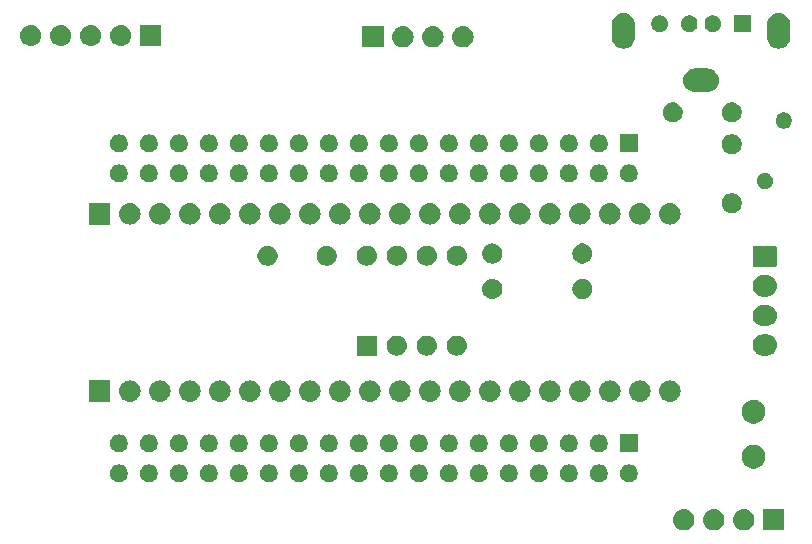
<source format=gbr>
G04 #@! TF.GenerationSoftware,KiCad,Pcbnew,(5.1.4)-1*
G04 #@! TF.CreationDate,2019-11-08T21:42:16-05:00*
G04 #@! TF.ProjectId,PB_16,50425f31-362e-46b6-9963-61645f706362,2*
G04 #@! TF.SameCoordinates,Original*
G04 #@! TF.FileFunction,Soldermask,Bot*
G04 #@! TF.FilePolarity,Negative*
%FSLAX46Y46*%
G04 Gerber Fmt 4.6, Leading zero omitted, Abs format (unit mm)*
G04 Created by KiCad (PCBNEW (5.1.4)-1) date 2019-11-08 21:42:16*
%MOMM*%
%LPD*%
G04 APERTURE LIST*
%ADD10C,0.100000*%
G04 APERTURE END LIST*
D10*
G36*
X268651000Y-153801000D02*
G01*
X266849000Y-153801000D01*
X266849000Y-151999000D01*
X268651000Y-151999000D01*
X268651000Y-153801000D01*
X268651000Y-153801000D01*
G37*
G36*
X265320443Y-152005519D02*
G01*
X265386627Y-152012037D01*
X265556466Y-152063557D01*
X265712991Y-152147222D01*
X265748729Y-152176552D01*
X265850186Y-152259814D01*
X265933448Y-152361271D01*
X265962778Y-152397009D01*
X266046443Y-152553534D01*
X266097963Y-152723373D01*
X266115359Y-152900000D01*
X266097963Y-153076627D01*
X266046443Y-153246466D01*
X265962778Y-153402991D01*
X265933448Y-153438729D01*
X265850186Y-153540186D01*
X265748729Y-153623448D01*
X265712991Y-153652778D01*
X265556466Y-153736443D01*
X265386627Y-153787963D01*
X265320443Y-153794481D01*
X265254260Y-153801000D01*
X265165740Y-153801000D01*
X265099557Y-153794481D01*
X265033373Y-153787963D01*
X264863534Y-153736443D01*
X264707009Y-153652778D01*
X264671271Y-153623448D01*
X264569814Y-153540186D01*
X264486552Y-153438729D01*
X264457222Y-153402991D01*
X264373557Y-153246466D01*
X264322037Y-153076627D01*
X264304641Y-152900000D01*
X264322037Y-152723373D01*
X264373557Y-152553534D01*
X264457222Y-152397009D01*
X264486552Y-152361271D01*
X264569814Y-152259814D01*
X264671271Y-152176552D01*
X264707009Y-152147222D01*
X264863534Y-152063557D01*
X265033373Y-152012037D01*
X265099557Y-152005519D01*
X265165740Y-151999000D01*
X265254260Y-151999000D01*
X265320443Y-152005519D01*
X265320443Y-152005519D01*
G37*
G36*
X262780443Y-152005519D02*
G01*
X262846627Y-152012037D01*
X263016466Y-152063557D01*
X263172991Y-152147222D01*
X263208729Y-152176552D01*
X263310186Y-152259814D01*
X263393448Y-152361271D01*
X263422778Y-152397009D01*
X263506443Y-152553534D01*
X263557963Y-152723373D01*
X263575359Y-152900000D01*
X263557963Y-153076627D01*
X263506443Y-153246466D01*
X263422778Y-153402991D01*
X263393448Y-153438729D01*
X263310186Y-153540186D01*
X263208729Y-153623448D01*
X263172991Y-153652778D01*
X263016466Y-153736443D01*
X262846627Y-153787963D01*
X262780443Y-153794481D01*
X262714260Y-153801000D01*
X262625740Y-153801000D01*
X262559557Y-153794481D01*
X262493373Y-153787963D01*
X262323534Y-153736443D01*
X262167009Y-153652778D01*
X262131271Y-153623448D01*
X262029814Y-153540186D01*
X261946552Y-153438729D01*
X261917222Y-153402991D01*
X261833557Y-153246466D01*
X261782037Y-153076627D01*
X261764641Y-152900000D01*
X261782037Y-152723373D01*
X261833557Y-152553534D01*
X261917222Y-152397009D01*
X261946552Y-152361271D01*
X262029814Y-152259814D01*
X262131271Y-152176552D01*
X262167009Y-152147222D01*
X262323534Y-152063557D01*
X262493373Y-152012037D01*
X262559557Y-152005519D01*
X262625740Y-151999000D01*
X262714260Y-151999000D01*
X262780443Y-152005519D01*
X262780443Y-152005519D01*
G37*
G36*
X260240443Y-152005519D02*
G01*
X260306627Y-152012037D01*
X260476466Y-152063557D01*
X260632991Y-152147222D01*
X260668729Y-152176552D01*
X260770186Y-152259814D01*
X260853448Y-152361271D01*
X260882778Y-152397009D01*
X260966443Y-152553534D01*
X261017963Y-152723373D01*
X261035359Y-152900000D01*
X261017963Y-153076627D01*
X260966443Y-153246466D01*
X260882778Y-153402991D01*
X260853448Y-153438729D01*
X260770186Y-153540186D01*
X260668729Y-153623448D01*
X260632991Y-153652778D01*
X260476466Y-153736443D01*
X260306627Y-153787963D01*
X260240443Y-153794481D01*
X260174260Y-153801000D01*
X260085740Y-153801000D01*
X260019557Y-153794481D01*
X259953373Y-153787963D01*
X259783534Y-153736443D01*
X259627009Y-153652778D01*
X259591271Y-153623448D01*
X259489814Y-153540186D01*
X259406552Y-153438729D01*
X259377222Y-153402991D01*
X259293557Y-153246466D01*
X259242037Y-153076627D01*
X259224641Y-152900000D01*
X259242037Y-152723373D01*
X259293557Y-152553534D01*
X259377222Y-152397009D01*
X259406552Y-152361271D01*
X259489814Y-152259814D01*
X259591271Y-152176552D01*
X259627009Y-152147222D01*
X259783534Y-152063557D01*
X259953373Y-152012037D01*
X260019557Y-152005519D01*
X260085740Y-151999000D01*
X260174260Y-151999000D01*
X260240443Y-152005519D01*
X260240443Y-152005519D01*
G37*
G36*
X255637293Y-148229507D02*
G01*
X255710225Y-148244014D01*
X255767138Y-148267588D01*
X255847626Y-148300927D01*
X255971284Y-148383553D01*
X256076447Y-148488716D01*
X256159073Y-148612374D01*
X256215986Y-148749776D01*
X256245000Y-148895638D01*
X256245000Y-149044362D01*
X256215986Y-149190224D01*
X256159073Y-149327626D01*
X256076447Y-149451284D01*
X255971284Y-149556447D01*
X255847626Y-149639073D01*
X255767138Y-149672412D01*
X255710225Y-149695986D01*
X255637293Y-149710493D01*
X255564362Y-149725000D01*
X255415638Y-149725000D01*
X255342707Y-149710493D01*
X255269775Y-149695986D01*
X255212862Y-149672412D01*
X255132374Y-149639073D01*
X255008716Y-149556447D01*
X254903553Y-149451284D01*
X254820927Y-149327626D01*
X254764014Y-149190224D01*
X254735000Y-149044362D01*
X254735000Y-148895638D01*
X254764014Y-148749776D01*
X254820927Y-148612374D01*
X254903553Y-148488716D01*
X255008716Y-148383553D01*
X255132374Y-148300927D01*
X255212862Y-148267588D01*
X255269775Y-148244014D01*
X255342707Y-148229507D01*
X255415638Y-148215000D01*
X255564362Y-148215000D01*
X255637293Y-148229507D01*
X255637293Y-148229507D01*
G37*
G36*
X212457293Y-148229507D02*
G01*
X212530225Y-148244014D01*
X212587138Y-148267588D01*
X212667626Y-148300927D01*
X212791284Y-148383553D01*
X212896447Y-148488716D01*
X212979073Y-148612374D01*
X213035986Y-148749776D01*
X213065000Y-148895638D01*
X213065000Y-149044362D01*
X213035986Y-149190224D01*
X212979073Y-149327626D01*
X212896447Y-149451284D01*
X212791284Y-149556447D01*
X212667626Y-149639073D01*
X212587138Y-149672412D01*
X212530225Y-149695986D01*
X212457293Y-149710493D01*
X212384362Y-149725000D01*
X212235638Y-149725000D01*
X212162707Y-149710493D01*
X212089775Y-149695986D01*
X212032862Y-149672412D01*
X211952374Y-149639073D01*
X211828716Y-149556447D01*
X211723553Y-149451284D01*
X211640927Y-149327626D01*
X211584014Y-149190224D01*
X211555000Y-149044362D01*
X211555000Y-148895638D01*
X211584014Y-148749776D01*
X211640927Y-148612374D01*
X211723553Y-148488716D01*
X211828716Y-148383553D01*
X211952374Y-148300927D01*
X212032862Y-148267588D01*
X212089775Y-148244014D01*
X212162707Y-148229507D01*
X212235638Y-148215000D01*
X212384362Y-148215000D01*
X212457293Y-148229507D01*
X212457293Y-148229507D01*
G37*
G36*
X214997293Y-148229507D02*
G01*
X215070225Y-148244014D01*
X215127138Y-148267588D01*
X215207626Y-148300927D01*
X215331284Y-148383553D01*
X215436447Y-148488716D01*
X215519073Y-148612374D01*
X215575986Y-148749776D01*
X215605000Y-148895638D01*
X215605000Y-149044362D01*
X215575986Y-149190224D01*
X215519073Y-149327626D01*
X215436447Y-149451284D01*
X215331284Y-149556447D01*
X215207626Y-149639073D01*
X215127138Y-149672412D01*
X215070225Y-149695986D01*
X214997293Y-149710493D01*
X214924362Y-149725000D01*
X214775638Y-149725000D01*
X214702707Y-149710493D01*
X214629775Y-149695986D01*
X214572862Y-149672412D01*
X214492374Y-149639073D01*
X214368716Y-149556447D01*
X214263553Y-149451284D01*
X214180927Y-149327626D01*
X214124014Y-149190224D01*
X214095000Y-149044362D01*
X214095000Y-148895638D01*
X214124014Y-148749776D01*
X214180927Y-148612374D01*
X214263553Y-148488716D01*
X214368716Y-148383553D01*
X214492374Y-148300927D01*
X214572862Y-148267588D01*
X214629775Y-148244014D01*
X214702707Y-148229507D01*
X214775638Y-148215000D01*
X214924362Y-148215000D01*
X214997293Y-148229507D01*
X214997293Y-148229507D01*
G37*
G36*
X217537293Y-148229507D02*
G01*
X217610225Y-148244014D01*
X217667138Y-148267588D01*
X217747626Y-148300927D01*
X217871284Y-148383553D01*
X217976447Y-148488716D01*
X218059073Y-148612374D01*
X218115986Y-148749776D01*
X218145000Y-148895638D01*
X218145000Y-149044362D01*
X218115986Y-149190224D01*
X218059073Y-149327626D01*
X217976447Y-149451284D01*
X217871284Y-149556447D01*
X217747626Y-149639073D01*
X217667138Y-149672412D01*
X217610225Y-149695986D01*
X217537293Y-149710493D01*
X217464362Y-149725000D01*
X217315638Y-149725000D01*
X217242707Y-149710493D01*
X217169775Y-149695986D01*
X217112862Y-149672412D01*
X217032374Y-149639073D01*
X216908716Y-149556447D01*
X216803553Y-149451284D01*
X216720927Y-149327626D01*
X216664014Y-149190224D01*
X216635000Y-149044362D01*
X216635000Y-148895638D01*
X216664014Y-148749776D01*
X216720927Y-148612374D01*
X216803553Y-148488716D01*
X216908716Y-148383553D01*
X217032374Y-148300927D01*
X217112862Y-148267588D01*
X217169775Y-148244014D01*
X217242707Y-148229507D01*
X217315638Y-148215000D01*
X217464362Y-148215000D01*
X217537293Y-148229507D01*
X217537293Y-148229507D01*
G37*
G36*
X220077293Y-148229507D02*
G01*
X220150225Y-148244014D01*
X220207138Y-148267588D01*
X220287626Y-148300927D01*
X220411284Y-148383553D01*
X220516447Y-148488716D01*
X220599073Y-148612374D01*
X220655986Y-148749776D01*
X220685000Y-148895638D01*
X220685000Y-149044362D01*
X220655986Y-149190224D01*
X220599073Y-149327626D01*
X220516447Y-149451284D01*
X220411284Y-149556447D01*
X220287626Y-149639073D01*
X220207138Y-149672412D01*
X220150225Y-149695986D01*
X220077293Y-149710493D01*
X220004362Y-149725000D01*
X219855638Y-149725000D01*
X219782707Y-149710493D01*
X219709775Y-149695986D01*
X219652862Y-149672412D01*
X219572374Y-149639073D01*
X219448716Y-149556447D01*
X219343553Y-149451284D01*
X219260927Y-149327626D01*
X219204014Y-149190224D01*
X219175000Y-149044362D01*
X219175000Y-148895638D01*
X219204014Y-148749776D01*
X219260927Y-148612374D01*
X219343553Y-148488716D01*
X219448716Y-148383553D01*
X219572374Y-148300927D01*
X219652862Y-148267588D01*
X219709775Y-148244014D01*
X219782707Y-148229507D01*
X219855638Y-148215000D01*
X220004362Y-148215000D01*
X220077293Y-148229507D01*
X220077293Y-148229507D01*
G37*
G36*
X222617293Y-148229507D02*
G01*
X222690225Y-148244014D01*
X222747138Y-148267588D01*
X222827626Y-148300927D01*
X222951284Y-148383553D01*
X223056447Y-148488716D01*
X223139073Y-148612374D01*
X223195986Y-148749776D01*
X223225000Y-148895638D01*
X223225000Y-149044362D01*
X223195986Y-149190224D01*
X223139073Y-149327626D01*
X223056447Y-149451284D01*
X222951284Y-149556447D01*
X222827626Y-149639073D01*
X222747138Y-149672412D01*
X222690225Y-149695986D01*
X222617293Y-149710493D01*
X222544362Y-149725000D01*
X222395638Y-149725000D01*
X222322707Y-149710493D01*
X222249775Y-149695986D01*
X222192862Y-149672412D01*
X222112374Y-149639073D01*
X221988716Y-149556447D01*
X221883553Y-149451284D01*
X221800927Y-149327626D01*
X221744014Y-149190224D01*
X221715000Y-149044362D01*
X221715000Y-148895638D01*
X221744014Y-148749776D01*
X221800927Y-148612374D01*
X221883553Y-148488716D01*
X221988716Y-148383553D01*
X222112374Y-148300927D01*
X222192862Y-148267588D01*
X222249775Y-148244014D01*
X222322707Y-148229507D01*
X222395638Y-148215000D01*
X222544362Y-148215000D01*
X222617293Y-148229507D01*
X222617293Y-148229507D01*
G37*
G36*
X225157293Y-148229507D02*
G01*
X225230225Y-148244014D01*
X225287138Y-148267588D01*
X225367626Y-148300927D01*
X225491284Y-148383553D01*
X225596447Y-148488716D01*
X225679073Y-148612374D01*
X225735986Y-148749776D01*
X225765000Y-148895638D01*
X225765000Y-149044362D01*
X225735986Y-149190224D01*
X225679073Y-149327626D01*
X225596447Y-149451284D01*
X225491284Y-149556447D01*
X225367626Y-149639073D01*
X225287138Y-149672412D01*
X225230225Y-149695986D01*
X225157293Y-149710493D01*
X225084362Y-149725000D01*
X224935638Y-149725000D01*
X224862707Y-149710493D01*
X224789775Y-149695986D01*
X224732862Y-149672412D01*
X224652374Y-149639073D01*
X224528716Y-149556447D01*
X224423553Y-149451284D01*
X224340927Y-149327626D01*
X224284014Y-149190224D01*
X224255000Y-149044362D01*
X224255000Y-148895638D01*
X224284014Y-148749776D01*
X224340927Y-148612374D01*
X224423553Y-148488716D01*
X224528716Y-148383553D01*
X224652374Y-148300927D01*
X224732862Y-148267588D01*
X224789775Y-148244014D01*
X224862707Y-148229507D01*
X224935638Y-148215000D01*
X225084362Y-148215000D01*
X225157293Y-148229507D01*
X225157293Y-148229507D01*
G37*
G36*
X227697293Y-148229507D02*
G01*
X227770225Y-148244014D01*
X227827138Y-148267588D01*
X227907626Y-148300927D01*
X228031284Y-148383553D01*
X228136447Y-148488716D01*
X228219073Y-148612374D01*
X228275986Y-148749776D01*
X228305000Y-148895638D01*
X228305000Y-149044362D01*
X228275986Y-149190224D01*
X228219073Y-149327626D01*
X228136447Y-149451284D01*
X228031284Y-149556447D01*
X227907626Y-149639073D01*
X227827138Y-149672412D01*
X227770225Y-149695986D01*
X227697293Y-149710493D01*
X227624362Y-149725000D01*
X227475638Y-149725000D01*
X227402707Y-149710493D01*
X227329775Y-149695986D01*
X227272862Y-149672412D01*
X227192374Y-149639073D01*
X227068716Y-149556447D01*
X226963553Y-149451284D01*
X226880927Y-149327626D01*
X226824014Y-149190224D01*
X226795000Y-149044362D01*
X226795000Y-148895638D01*
X226824014Y-148749776D01*
X226880927Y-148612374D01*
X226963553Y-148488716D01*
X227068716Y-148383553D01*
X227192374Y-148300927D01*
X227272862Y-148267588D01*
X227329775Y-148244014D01*
X227402707Y-148229507D01*
X227475638Y-148215000D01*
X227624362Y-148215000D01*
X227697293Y-148229507D01*
X227697293Y-148229507D01*
G37*
G36*
X230237293Y-148229507D02*
G01*
X230310225Y-148244014D01*
X230367138Y-148267588D01*
X230447626Y-148300927D01*
X230571284Y-148383553D01*
X230676447Y-148488716D01*
X230759073Y-148612374D01*
X230815986Y-148749776D01*
X230845000Y-148895638D01*
X230845000Y-149044362D01*
X230815986Y-149190224D01*
X230759073Y-149327626D01*
X230676447Y-149451284D01*
X230571284Y-149556447D01*
X230447626Y-149639073D01*
X230367138Y-149672412D01*
X230310225Y-149695986D01*
X230237293Y-149710493D01*
X230164362Y-149725000D01*
X230015638Y-149725000D01*
X229942707Y-149710493D01*
X229869775Y-149695986D01*
X229812862Y-149672412D01*
X229732374Y-149639073D01*
X229608716Y-149556447D01*
X229503553Y-149451284D01*
X229420927Y-149327626D01*
X229364014Y-149190224D01*
X229335000Y-149044362D01*
X229335000Y-148895638D01*
X229364014Y-148749776D01*
X229420927Y-148612374D01*
X229503553Y-148488716D01*
X229608716Y-148383553D01*
X229732374Y-148300927D01*
X229812862Y-148267588D01*
X229869775Y-148244014D01*
X229942707Y-148229507D01*
X230015638Y-148215000D01*
X230164362Y-148215000D01*
X230237293Y-148229507D01*
X230237293Y-148229507D01*
G37*
G36*
X235317293Y-148229507D02*
G01*
X235390225Y-148244014D01*
X235447138Y-148267588D01*
X235527626Y-148300927D01*
X235651284Y-148383553D01*
X235756447Y-148488716D01*
X235839073Y-148612374D01*
X235895986Y-148749776D01*
X235925000Y-148895638D01*
X235925000Y-149044362D01*
X235895986Y-149190224D01*
X235839073Y-149327626D01*
X235756447Y-149451284D01*
X235651284Y-149556447D01*
X235527626Y-149639073D01*
X235447138Y-149672412D01*
X235390225Y-149695986D01*
X235317293Y-149710493D01*
X235244362Y-149725000D01*
X235095638Y-149725000D01*
X235022707Y-149710493D01*
X234949775Y-149695986D01*
X234892862Y-149672412D01*
X234812374Y-149639073D01*
X234688716Y-149556447D01*
X234583553Y-149451284D01*
X234500927Y-149327626D01*
X234444014Y-149190224D01*
X234415000Y-149044362D01*
X234415000Y-148895638D01*
X234444014Y-148749776D01*
X234500927Y-148612374D01*
X234583553Y-148488716D01*
X234688716Y-148383553D01*
X234812374Y-148300927D01*
X234892862Y-148267588D01*
X234949775Y-148244014D01*
X235022707Y-148229507D01*
X235095638Y-148215000D01*
X235244362Y-148215000D01*
X235317293Y-148229507D01*
X235317293Y-148229507D01*
G37*
G36*
X237857293Y-148229507D02*
G01*
X237930225Y-148244014D01*
X237987138Y-148267588D01*
X238067626Y-148300927D01*
X238191284Y-148383553D01*
X238296447Y-148488716D01*
X238379073Y-148612374D01*
X238435986Y-148749776D01*
X238465000Y-148895638D01*
X238465000Y-149044362D01*
X238435986Y-149190224D01*
X238379073Y-149327626D01*
X238296447Y-149451284D01*
X238191284Y-149556447D01*
X238067626Y-149639073D01*
X237987138Y-149672412D01*
X237930225Y-149695986D01*
X237857293Y-149710493D01*
X237784362Y-149725000D01*
X237635638Y-149725000D01*
X237562707Y-149710493D01*
X237489775Y-149695986D01*
X237432862Y-149672412D01*
X237352374Y-149639073D01*
X237228716Y-149556447D01*
X237123553Y-149451284D01*
X237040927Y-149327626D01*
X236984014Y-149190224D01*
X236955000Y-149044362D01*
X236955000Y-148895638D01*
X236984014Y-148749776D01*
X237040927Y-148612374D01*
X237123553Y-148488716D01*
X237228716Y-148383553D01*
X237352374Y-148300927D01*
X237432862Y-148267588D01*
X237489775Y-148244014D01*
X237562707Y-148229507D01*
X237635638Y-148215000D01*
X237784362Y-148215000D01*
X237857293Y-148229507D01*
X237857293Y-148229507D01*
G37*
G36*
X240397293Y-148229507D02*
G01*
X240470225Y-148244014D01*
X240527138Y-148267588D01*
X240607626Y-148300927D01*
X240731284Y-148383553D01*
X240836447Y-148488716D01*
X240919073Y-148612374D01*
X240975986Y-148749776D01*
X241005000Y-148895638D01*
X241005000Y-149044362D01*
X240975986Y-149190224D01*
X240919073Y-149327626D01*
X240836447Y-149451284D01*
X240731284Y-149556447D01*
X240607626Y-149639073D01*
X240527138Y-149672412D01*
X240470225Y-149695986D01*
X240397293Y-149710493D01*
X240324362Y-149725000D01*
X240175638Y-149725000D01*
X240102707Y-149710493D01*
X240029775Y-149695986D01*
X239972862Y-149672412D01*
X239892374Y-149639073D01*
X239768716Y-149556447D01*
X239663553Y-149451284D01*
X239580927Y-149327626D01*
X239524014Y-149190224D01*
X239495000Y-149044362D01*
X239495000Y-148895638D01*
X239524014Y-148749776D01*
X239580927Y-148612374D01*
X239663553Y-148488716D01*
X239768716Y-148383553D01*
X239892374Y-148300927D01*
X239972862Y-148267588D01*
X240029775Y-148244014D01*
X240102707Y-148229507D01*
X240175638Y-148215000D01*
X240324362Y-148215000D01*
X240397293Y-148229507D01*
X240397293Y-148229507D01*
G37*
G36*
X242937293Y-148229507D02*
G01*
X243010225Y-148244014D01*
X243067138Y-148267588D01*
X243147626Y-148300927D01*
X243271284Y-148383553D01*
X243376447Y-148488716D01*
X243459073Y-148612374D01*
X243515986Y-148749776D01*
X243545000Y-148895638D01*
X243545000Y-149044362D01*
X243515986Y-149190224D01*
X243459073Y-149327626D01*
X243376447Y-149451284D01*
X243271284Y-149556447D01*
X243147626Y-149639073D01*
X243067138Y-149672412D01*
X243010225Y-149695986D01*
X242937293Y-149710493D01*
X242864362Y-149725000D01*
X242715638Y-149725000D01*
X242642707Y-149710493D01*
X242569775Y-149695986D01*
X242512862Y-149672412D01*
X242432374Y-149639073D01*
X242308716Y-149556447D01*
X242203553Y-149451284D01*
X242120927Y-149327626D01*
X242064014Y-149190224D01*
X242035000Y-149044362D01*
X242035000Y-148895638D01*
X242064014Y-148749776D01*
X242120927Y-148612374D01*
X242203553Y-148488716D01*
X242308716Y-148383553D01*
X242432374Y-148300927D01*
X242512862Y-148267588D01*
X242569775Y-148244014D01*
X242642707Y-148229507D01*
X242715638Y-148215000D01*
X242864362Y-148215000D01*
X242937293Y-148229507D01*
X242937293Y-148229507D01*
G37*
G36*
X245477293Y-148229507D02*
G01*
X245550225Y-148244014D01*
X245607138Y-148267588D01*
X245687626Y-148300927D01*
X245811284Y-148383553D01*
X245916447Y-148488716D01*
X245999073Y-148612374D01*
X246055986Y-148749776D01*
X246085000Y-148895638D01*
X246085000Y-149044362D01*
X246055986Y-149190224D01*
X245999073Y-149327626D01*
X245916447Y-149451284D01*
X245811284Y-149556447D01*
X245687626Y-149639073D01*
X245607138Y-149672412D01*
X245550225Y-149695986D01*
X245477293Y-149710493D01*
X245404362Y-149725000D01*
X245255638Y-149725000D01*
X245182707Y-149710493D01*
X245109775Y-149695986D01*
X245052862Y-149672412D01*
X244972374Y-149639073D01*
X244848716Y-149556447D01*
X244743553Y-149451284D01*
X244660927Y-149327626D01*
X244604014Y-149190224D01*
X244575000Y-149044362D01*
X244575000Y-148895638D01*
X244604014Y-148749776D01*
X244660927Y-148612374D01*
X244743553Y-148488716D01*
X244848716Y-148383553D01*
X244972374Y-148300927D01*
X245052862Y-148267588D01*
X245109775Y-148244014D01*
X245182707Y-148229507D01*
X245255638Y-148215000D01*
X245404362Y-148215000D01*
X245477293Y-148229507D01*
X245477293Y-148229507D01*
G37*
G36*
X250557293Y-148229507D02*
G01*
X250630225Y-148244014D01*
X250687138Y-148267588D01*
X250767626Y-148300927D01*
X250891284Y-148383553D01*
X250996447Y-148488716D01*
X251079073Y-148612374D01*
X251135986Y-148749776D01*
X251165000Y-148895638D01*
X251165000Y-149044362D01*
X251135986Y-149190224D01*
X251079073Y-149327626D01*
X250996447Y-149451284D01*
X250891284Y-149556447D01*
X250767626Y-149639073D01*
X250687138Y-149672412D01*
X250630225Y-149695986D01*
X250557293Y-149710493D01*
X250484362Y-149725000D01*
X250335638Y-149725000D01*
X250262707Y-149710493D01*
X250189775Y-149695986D01*
X250132862Y-149672412D01*
X250052374Y-149639073D01*
X249928716Y-149556447D01*
X249823553Y-149451284D01*
X249740927Y-149327626D01*
X249684014Y-149190224D01*
X249655000Y-149044362D01*
X249655000Y-148895638D01*
X249684014Y-148749776D01*
X249740927Y-148612374D01*
X249823553Y-148488716D01*
X249928716Y-148383553D01*
X250052374Y-148300927D01*
X250132862Y-148267588D01*
X250189775Y-148244014D01*
X250262707Y-148229507D01*
X250335638Y-148215000D01*
X250484362Y-148215000D01*
X250557293Y-148229507D01*
X250557293Y-148229507D01*
G37*
G36*
X253097293Y-148229507D02*
G01*
X253170225Y-148244014D01*
X253227138Y-148267588D01*
X253307626Y-148300927D01*
X253431284Y-148383553D01*
X253536447Y-148488716D01*
X253619073Y-148612374D01*
X253675986Y-148749776D01*
X253705000Y-148895638D01*
X253705000Y-149044362D01*
X253675986Y-149190224D01*
X253619073Y-149327626D01*
X253536447Y-149451284D01*
X253431284Y-149556447D01*
X253307626Y-149639073D01*
X253227138Y-149672412D01*
X253170225Y-149695986D01*
X253097293Y-149710493D01*
X253024362Y-149725000D01*
X252875638Y-149725000D01*
X252802707Y-149710493D01*
X252729775Y-149695986D01*
X252672862Y-149672412D01*
X252592374Y-149639073D01*
X252468716Y-149556447D01*
X252363553Y-149451284D01*
X252280927Y-149327626D01*
X252224014Y-149190224D01*
X252195000Y-149044362D01*
X252195000Y-148895638D01*
X252224014Y-148749776D01*
X252280927Y-148612374D01*
X252363553Y-148488716D01*
X252468716Y-148383553D01*
X252592374Y-148300927D01*
X252672862Y-148267588D01*
X252729775Y-148244014D01*
X252802707Y-148229507D01*
X252875638Y-148215000D01*
X253024362Y-148215000D01*
X253097293Y-148229507D01*
X253097293Y-148229507D01*
G37*
G36*
X248017293Y-148229507D02*
G01*
X248090225Y-148244014D01*
X248147138Y-148267588D01*
X248227626Y-148300927D01*
X248351284Y-148383553D01*
X248456447Y-148488716D01*
X248539073Y-148612374D01*
X248595986Y-148749776D01*
X248625000Y-148895638D01*
X248625000Y-149044362D01*
X248595986Y-149190224D01*
X248539073Y-149327626D01*
X248456447Y-149451284D01*
X248351284Y-149556447D01*
X248227626Y-149639073D01*
X248147138Y-149672412D01*
X248090225Y-149695986D01*
X248017293Y-149710493D01*
X247944362Y-149725000D01*
X247795638Y-149725000D01*
X247722707Y-149710493D01*
X247649775Y-149695986D01*
X247592862Y-149672412D01*
X247512374Y-149639073D01*
X247388716Y-149556447D01*
X247283553Y-149451284D01*
X247200927Y-149327626D01*
X247144014Y-149190224D01*
X247115000Y-149044362D01*
X247115000Y-148895638D01*
X247144014Y-148749776D01*
X247200927Y-148612374D01*
X247283553Y-148488716D01*
X247388716Y-148383553D01*
X247512374Y-148300927D01*
X247592862Y-148267588D01*
X247649775Y-148244014D01*
X247722707Y-148229507D01*
X247795638Y-148215000D01*
X247944362Y-148215000D01*
X248017293Y-148229507D01*
X248017293Y-148229507D01*
G37*
G36*
X232777293Y-148229507D02*
G01*
X232850225Y-148244014D01*
X232907138Y-148267588D01*
X232987626Y-148300927D01*
X233111284Y-148383553D01*
X233216447Y-148488716D01*
X233299073Y-148612374D01*
X233355986Y-148749776D01*
X233385000Y-148895638D01*
X233385000Y-149044362D01*
X233355986Y-149190224D01*
X233299073Y-149327626D01*
X233216447Y-149451284D01*
X233111284Y-149556447D01*
X232987626Y-149639073D01*
X232907138Y-149672412D01*
X232850225Y-149695986D01*
X232777293Y-149710493D01*
X232704362Y-149725000D01*
X232555638Y-149725000D01*
X232482707Y-149710493D01*
X232409775Y-149695986D01*
X232352862Y-149672412D01*
X232272374Y-149639073D01*
X232148716Y-149556447D01*
X232043553Y-149451284D01*
X231960927Y-149327626D01*
X231904014Y-149190224D01*
X231875000Y-149044362D01*
X231875000Y-148895638D01*
X231904014Y-148749776D01*
X231960927Y-148612374D01*
X232043553Y-148488716D01*
X232148716Y-148383553D01*
X232272374Y-148300927D01*
X232352862Y-148267588D01*
X232409775Y-148244014D01*
X232482707Y-148229507D01*
X232555638Y-148215000D01*
X232704362Y-148215000D01*
X232777293Y-148229507D01*
X232777293Y-148229507D01*
G37*
G36*
X266343022Y-146591104D02*
G01*
X266525556Y-146666712D01*
X266525558Y-146666713D01*
X266689834Y-146776479D01*
X266829540Y-146916185D01*
X266939307Y-147080463D01*
X267014915Y-147262997D01*
X267053459Y-147456772D01*
X267053459Y-147654348D01*
X267014915Y-147848123D01*
X266939307Y-148030657D01*
X266939306Y-148030659D01*
X266829540Y-148194935D01*
X266689834Y-148334641D01*
X266525558Y-148444407D01*
X266525557Y-148444408D01*
X266525556Y-148444408D01*
X266343022Y-148520016D01*
X266149247Y-148558560D01*
X265951671Y-148558560D01*
X265757896Y-148520016D01*
X265575362Y-148444408D01*
X265575361Y-148444408D01*
X265575360Y-148444407D01*
X265411084Y-148334641D01*
X265271378Y-148194935D01*
X265161612Y-148030659D01*
X265161611Y-148030657D01*
X265086003Y-147848123D01*
X265047459Y-147654348D01*
X265047459Y-147456772D01*
X265086003Y-147262997D01*
X265161611Y-147080463D01*
X265271378Y-146916185D01*
X265411084Y-146776479D01*
X265575360Y-146666713D01*
X265575362Y-146666712D01*
X265757896Y-146591104D01*
X265951671Y-146552560D01*
X266149247Y-146552560D01*
X266343022Y-146591104D01*
X266343022Y-146591104D01*
G37*
G36*
X248017293Y-145689507D02*
G01*
X248090225Y-145704014D01*
X248147138Y-145727588D01*
X248227626Y-145760927D01*
X248351284Y-145843553D01*
X248456447Y-145948716D01*
X248539073Y-146072374D01*
X248595986Y-146209776D01*
X248625000Y-146355638D01*
X248625000Y-146504362D01*
X248595986Y-146650224D01*
X248539073Y-146787626D01*
X248456447Y-146911284D01*
X248351284Y-147016447D01*
X248227626Y-147099073D01*
X248147138Y-147132412D01*
X248090225Y-147155986D01*
X248017293Y-147170493D01*
X247944362Y-147185000D01*
X247795638Y-147185000D01*
X247722707Y-147170493D01*
X247649775Y-147155986D01*
X247592862Y-147132412D01*
X247512374Y-147099073D01*
X247388716Y-147016447D01*
X247283553Y-146911284D01*
X247200927Y-146787626D01*
X247144014Y-146650224D01*
X247115000Y-146504362D01*
X247115000Y-146355638D01*
X247144014Y-146209776D01*
X247200927Y-146072374D01*
X247283553Y-145948716D01*
X247388716Y-145843553D01*
X247512374Y-145760927D01*
X247592862Y-145727588D01*
X247649775Y-145704014D01*
X247722707Y-145689507D01*
X247795638Y-145675000D01*
X247944362Y-145675000D01*
X248017293Y-145689507D01*
X248017293Y-145689507D01*
G37*
G36*
X250557293Y-145689507D02*
G01*
X250630225Y-145704014D01*
X250687138Y-145727588D01*
X250767626Y-145760927D01*
X250891284Y-145843553D01*
X250996447Y-145948716D01*
X251079073Y-146072374D01*
X251135986Y-146209776D01*
X251165000Y-146355638D01*
X251165000Y-146504362D01*
X251135986Y-146650224D01*
X251079073Y-146787626D01*
X250996447Y-146911284D01*
X250891284Y-147016447D01*
X250767626Y-147099073D01*
X250687138Y-147132412D01*
X250630225Y-147155986D01*
X250557293Y-147170493D01*
X250484362Y-147185000D01*
X250335638Y-147185000D01*
X250262707Y-147170493D01*
X250189775Y-147155986D01*
X250132862Y-147132412D01*
X250052374Y-147099073D01*
X249928716Y-147016447D01*
X249823553Y-146911284D01*
X249740927Y-146787626D01*
X249684014Y-146650224D01*
X249655000Y-146504362D01*
X249655000Y-146355638D01*
X249684014Y-146209776D01*
X249740927Y-146072374D01*
X249823553Y-145948716D01*
X249928716Y-145843553D01*
X250052374Y-145760927D01*
X250132862Y-145727588D01*
X250189775Y-145704014D01*
X250262707Y-145689507D01*
X250335638Y-145675000D01*
X250484362Y-145675000D01*
X250557293Y-145689507D01*
X250557293Y-145689507D01*
G37*
G36*
X245477293Y-145689507D02*
G01*
X245550225Y-145704014D01*
X245607138Y-145727588D01*
X245687626Y-145760927D01*
X245811284Y-145843553D01*
X245916447Y-145948716D01*
X245999073Y-146072374D01*
X246055986Y-146209776D01*
X246085000Y-146355638D01*
X246085000Y-146504362D01*
X246055986Y-146650224D01*
X245999073Y-146787626D01*
X245916447Y-146911284D01*
X245811284Y-147016447D01*
X245687626Y-147099073D01*
X245607138Y-147132412D01*
X245550225Y-147155986D01*
X245477293Y-147170493D01*
X245404362Y-147185000D01*
X245255638Y-147185000D01*
X245182707Y-147170493D01*
X245109775Y-147155986D01*
X245052862Y-147132412D01*
X244972374Y-147099073D01*
X244848716Y-147016447D01*
X244743553Y-146911284D01*
X244660927Y-146787626D01*
X244604014Y-146650224D01*
X244575000Y-146504362D01*
X244575000Y-146355638D01*
X244604014Y-146209776D01*
X244660927Y-146072374D01*
X244743553Y-145948716D01*
X244848716Y-145843553D01*
X244972374Y-145760927D01*
X245052862Y-145727588D01*
X245109775Y-145704014D01*
X245182707Y-145689507D01*
X245255638Y-145675000D01*
X245404362Y-145675000D01*
X245477293Y-145689507D01*
X245477293Y-145689507D01*
G37*
G36*
X253097293Y-145689507D02*
G01*
X253170225Y-145704014D01*
X253227138Y-145727588D01*
X253307626Y-145760927D01*
X253431284Y-145843553D01*
X253536447Y-145948716D01*
X253619073Y-146072374D01*
X253675986Y-146209776D01*
X253705000Y-146355638D01*
X253705000Y-146504362D01*
X253675986Y-146650224D01*
X253619073Y-146787626D01*
X253536447Y-146911284D01*
X253431284Y-147016447D01*
X253307626Y-147099073D01*
X253227138Y-147132412D01*
X253170225Y-147155986D01*
X253097293Y-147170493D01*
X253024362Y-147185000D01*
X252875638Y-147185000D01*
X252802707Y-147170493D01*
X252729775Y-147155986D01*
X252672862Y-147132412D01*
X252592374Y-147099073D01*
X252468716Y-147016447D01*
X252363553Y-146911284D01*
X252280927Y-146787626D01*
X252224014Y-146650224D01*
X252195000Y-146504362D01*
X252195000Y-146355638D01*
X252224014Y-146209776D01*
X252280927Y-146072374D01*
X252363553Y-145948716D01*
X252468716Y-145843553D01*
X252592374Y-145760927D01*
X252672862Y-145727588D01*
X252729775Y-145704014D01*
X252802707Y-145689507D01*
X252875638Y-145675000D01*
X253024362Y-145675000D01*
X253097293Y-145689507D01*
X253097293Y-145689507D01*
G37*
G36*
X227697293Y-145689507D02*
G01*
X227770225Y-145704014D01*
X227827138Y-145727588D01*
X227907626Y-145760927D01*
X228031284Y-145843553D01*
X228136447Y-145948716D01*
X228219073Y-146072374D01*
X228275986Y-146209776D01*
X228305000Y-146355638D01*
X228305000Y-146504362D01*
X228275986Y-146650224D01*
X228219073Y-146787626D01*
X228136447Y-146911284D01*
X228031284Y-147016447D01*
X227907626Y-147099073D01*
X227827138Y-147132412D01*
X227770225Y-147155986D01*
X227697293Y-147170493D01*
X227624362Y-147185000D01*
X227475638Y-147185000D01*
X227402707Y-147170493D01*
X227329775Y-147155986D01*
X227272862Y-147132412D01*
X227192374Y-147099073D01*
X227068716Y-147016447D01*
X226963553Y-146911284D01*
X226880927Y-146787626D01*
X226824014Y-146650224D01*
X226795000Y-146504362D01*
X226795000Y-146355638D01*
X226824014Y-146209776D01*
X226880927Y-146072374D01*
X226963553Y-145948716D01*
X227068716Y-145843553D01*
X227192374Y-145760927D01*
X227272862Y-145727588D01*
X227329775Y-145704014D01*
X227402707Y-145689507D01*
X227475638Y-145675000D01*
X227624362Y-145675000D01*
X227697293Y-145689507D01*
X227697293Y-145689507D01*
G37*
G36*
X242937293Y-145689507D02*
G01*
X243010225Y-145704014D01*
X243067138Y-145727588D01*
X243147626Y-145760927D01*
X243271284Y-145843553D01*
X243376447Y-145948716D01*
X243459073Y-146072374D01*
X243515986Y-146209776D01*
X243545000Y-146355638D01*
X243545000Y-146504362D01*
X243515986Y-146650224D01*
X243459073Y-146787626D01*
X243376447Y-146911284D01*
X243271284Y-147016447D01*
X243147626Y-147099073D01*
X243067138Y-147132412D01*
X243010225Y-147155986D01*
X242937293Y-147170493D01*
X242864362Y-147185000D01*
X242715638Y-147185000D01*
X242642707Y-147170493D01*
X242569775Y-147155986D01*
X242512862Y-147132412D01*
X242432374Y-147099073D01*
X242308716Y-147016447D01*
X242203553Y-146911284D01*
X242120927Y-146787626D01*
X242064014Y-146650224D01*
X242035000Y-146504362D01*
X242035000Y-146355638D01*
X242064014Y-146209776D01*
X242120927Y-146072374D01*
X242203553Y-145948716D01*
X242308716Y-145843553D01*
X242432374Y-145760927D01*
X242512862Y-145727588D01*
X242569775Y-145704014D01*
X242642707Y-145689507D01*
X242715638Y-145675000D01*
X242864362Y-145675000D01*
X242937293Y-145689507D01*
X242937293Y-145689507D01*
G37*
G36*
X256245000Y-147185000D02*
G01*
X254735000Y-147185000D01*
X254735000Y-145675000D01*
X256245000Y-145675000D01*
X256245000Y-147185000D01*
X256245000Y-147185000D01*
G37*
G36*
X240397293Y-145689507D02*
G01*
X240470225Y-145704014D01*
X240527138Y-145727588D01*
X240607626Y-145760927D01*
X240731284Y-145843553D01*
X240836447Y-145948716D01*
X240919073Y-146072374D01*
X240975986Y-146209776D01*
X241005000Y-146355638D01*
X241005000Y-146504362D01*
X240975986Y-146650224D01*
X240919073Y-146787626D01*
X240836447Y-146911284D01*
X240731284Y-147016447D01*
X240607626Y-147099073D01*
X240527138Y-147132412D01*
X240470225Y-147155986D01*
X240397293Y-147170493D01*
X240324362Y-147185000D01*
X240175638Y-147185000D01*
X240102707Y-147170493D01*
X240029775Y-147155986D01*
X239972862Y-147132412D01*
X239892374Y-147099073D01*
X239768716Y-147016447D01*
X239663553Y-146911284D01*
X239580927Y-146787626D01*
X239524014Y-146650224D01*
X239495000Y-146504362D01*
X239495000Y-146355638D01*
X239524014Y-146209776D01*
X239580927Y-146072374D01*
X239663553Y-145948716D01*
X239768716Y-145843553D01*
X239892374Y-145760927D01*
X239972862Y-145727588D01*
X240029775Y-145704014D01*
X240102707Y-145689507D01*
X240175638Y-145675000D01*
X240324362Y-145675000D01*
X240397293Y-145689507D01*
X240397293Y-145689507D01*
G37*
G36*
X235317293Y-145689507D02*
G01*
X235390225Y-145704014D01*
X235447138Y-145727588D01*
X235527626Y-145760927D01*
X235651284Y-145843553D01*
X235756447Y-145948716D01*
X235839073Y-146072374D01*
X235895986Y-146209776D01*
X235925000Y-146355638D01*
X235925000Y-146504362D01*
X235895986Y-146650224D01*
X235839073Y-146787626D01*
X235756447Y-146911284D01*
X235651284Y-147016447D01*
X235527626Y-147099073D01*
X235447138Y-147132412D01*
X235390225Y-147155986D01*
X235317293Y-147170493D01*
X235244362Y-147185000D01*
X235095638Y-147185000D01*
X235022707Y-147170493D01*
X234949775Y-147155986D01*
X234892862Y-147132412D01*
X234812374Y-147099073D01*
X234688716Y-147016447D01*
X234583553Y-146911284D01*
X234500927Y-146787626D01*
X234444014Y-146650224D01*
X234415000Y-146504362D01*
X234415000Y-146355638D01*
X234444014Y-146209776D01*
X234500927Y-146072374D01*
X234583553Y-145948716D01*
X234688716Y-145843553D01*
X234812374Y-145760927D01*
X234892862Y-145727588D01*
X234949775Y-145704014D01*
X235022707Y-145689507D01*
X235095638Y-145675000D01*
X235244362Y-145675000D01*
X235317293Y-145689507D01*
X235317293Y-145689507D01*
G37*
G36*
X214997293Y-145689507D02*
G01*
X215070225Y-145704014D01*
X215127138Y-145727588D01*
X215207626Y-145760927D01*
X215331284Y-145843553D01*
X215436447Y-145948716D01*
X215519073Y-146072374D01*
X215575986Y-146209776D01*
X215605000Y-146355638D01*
X215605000Y-146504362D01*
X215575986Y-146650224D01*
X215519073Y-146787626D01*
X215436447Y-146911284D01*
X215331284Y-147016447D01*
X215207626Y-147099073D01*
X215127138Y-147132412D01*
X215070225Y-147155986D01*
X214997293Y-147170493D01*
X214924362Y-147185000D01*
X214775638Y-147185000D01*
X214702707Y-147170493D01*
X214629775Y-147155986D01*
X214572862Y-147132412D01*
X214492374Y-147099073D01*
X214368716Y-147016447D01*
X214263553Y-146911284D01*
X214180927Y-146787626D01*
X214124014Y-146650224D01*
X214095000Y-146504362D01*
X214095000Y-146355638D01*
X214124014Y-146209776D01*
X214180927Y-146072374D01*
X214263553Y-145948716D01*
X214368716Y-145843553D01*
X214492374Y-145760927D01*
X214572862Y-145727588D01*
X214629775Y-145704014D01*
X214702707Y-145689507D01*
X214775638Y-145675000D01*
X214924362Y-145675000D01*
X214997293Y-145689507D01*
X214997293Y-145689507D01*
G37*
G36*
X232777293Y-145689507D02*
G01*
X232850225Y-145704014D01*
X232907138Y-145727588D01*
X232987626Y-145760927D01*
X233111284Y-145843553D01*
X233216447Y-145948716D01*
X233299073Y-146072374D01*
X233355986Y-146209776D01*
X233385000Y-146355638D01*
X233385000Y-146504362D01*
X233355986Y-146650224D01*
X233299073Y-146787626D01*
X233216447Y-146911284D01*
X233111284Y-147016447D01*
X232987626Y-147099073D01*
X232907138Y-147132412D01*
X232850225Y-147155986D01*
X232777293Y-147170493D01*
X232704362Y-147185000D01*
X232555638Y-147185000D01*
X232482707Y-147170493D01*
X232409775Y-147155986D01*
X232352862Y-147132412D01*
X232272374Y-147099073D01*
X232148716Y-147016447D01*
X232043553Y-146911284D01*
X231960927Y-146787626D01*
X231904014Y-146650224D01*
X231875000Y-146504362D01*
X231875000Y-146355638D01*
X231904014Y-146209776D01*
X231960927Y-146072374D01*
X232043553Y-145948716D01*
X232148716Y-145843553D01*
X232272374Y-145760927D01*
X232352862Y-145727588D01*
X232409775Y-145704014D01*
X232482707Y-145689507D01*
X232555638Y-145675000D01*
X232704362Y-145675000D01*
X232777293Y-145689507D01*
X232777293Y-145689507D01*
G37*
G36*
X217537293Y-145689507D02*
G01*
X217610225Y-145704014D01*
X217667138Y-145727588D01*
X217747626Y-145760927D01*
X217871284Y-145843553D01*
X217976447Y-145948716D01*
X218059073Y-146072374D01*
X218115986Y-146209776D01*
X218145000Y-146355638D01*
X218145000Y-146504362D01*
X218115986Y-146650224D01*
X218059073Y-146787626D01*
X217976447Y-146911284D01*
X217871284Y-147016447D01*
X217747626Y-147099073D01*
X217667138Y-147132412D01*
X217610225Y-147155986D01*
X217537293Y-147170493D01*
X217464362Y-147185000D01*
X217315638Y-147185000D01*
X217242707Y-147170493D01*
X217169775Y-147155986D01*
X217112862Y-147132412D01*
X217032374Y-147099073D01*
X216908716Y-147016447D01*
X216803553Y-146911284D01*
X216720927Y-146787626D01*
X216664014Y-146650224D01*
X216635000Y-146504362D01*
X216635000Y-146355638D01*
X216664014Y-146209776D01*
X216720927Y-146072374D01*
X216803553Y-145948716D01*
X216908716Y-145843553D01*
X217032374Y-145760927D01*
X217112862Y-145727588D01*
X217169775Y-145704014D01*
X217242707Y-145689507D01*
X217315638Y-145675000D01*
X217464362Y-145675000D01*
X217537293Y-145689507D01*
X217537293Y-145689507D01*
G37*
G36*
X230237293Y-145689507D02*
G01*
X230310225Y-145704014D01*
X230367138Y-145727588D01*
X230447626Y-145760927D01*
X230571284Y-145843553D01*
X230676447Y-145948716D01*
X230759073Y-146072374D01*
X230815986Y-146209776D01*
X230845000Y-146355638D01*
X230845000Y-146504362D01*
X230815986Y-146650224D01*
X230759073Y-146787626D01*
X230676447Y-146911284D01*
X230571284Y-147016447D01*
X230447626Y-147099073D01*
X230367138Y-147132412D01*
X230310225Y-147155986D01*
X230237293Y-147170493D01*
X230164362Y-147185000D01*
X230015638Y-147185000D01*
X229942707Y-147170493D01*
X229869775Y-147155986D01*
X229812862Y-147132412D01*
X229732374Y-147099073D01*
X229608716Y-147016447D01*
X229503553Y-146911284D01*
X229420927Y-146787626D01*
X229364014Y-146650224D01*
X229335000Y-146504362D01*
X229335000Y-146355638D01*
X229364014Y-146209776D01*
X229420927Y-146072374D01*
X229503553Y-145948716D01*
X229608716Y-145843553D01*
X229732374Y-145760927D01*
X229812862Y-145727588D01*
X229869775Y-145704014D01*
X229942707Y-145689507D01*
X230015638Y-145675000D01*
X230164362Y-145675000D01*
X230237293Y-145689507D01*
X230237293Y-145689507D01*
G37*
G36*
X212457293Y-145689507D02*
G01*
X212530225Y-145704014D01*
X212587138Y-145727588D01*
X212667626Y-145760927D01*
X212791284Y-145843553D01*
X212896447Y-145948716D01*
X212979073Y-146072374D01*
X213035986Y-146209776D01*
X213065000Y-146355638D01*
X213065000Y-146504362D01*
X213035986Y-146650224D01*
X212979073Y-146787626D01*
X212896447Y-146911284D01*
X212791284Y-147016447D01*
X212667626Y-147099073D01*
X212587138Y-147132412D01*
X212530225Y-147155986D01*
X212457293Y-147170493D01*
X212384362Y-147185000D01*
X212235638Y-147185000D01*
X212162707Y-147170493D01*
X212089775Y-147155986D01*
X212032862Y-147132412D01*
X211952374Y-147099073D01*
X211828716Y-147016447D01*
X211723553Y-146911284D01*
X211640927Y-146787626D01*
X211584014Y-146650224D01*
X211555000Y-146504362D01*
X211555000Y-146355638D01*
X211584014Y-146209776D01*
X211640927Y-146072374D01*
X211723553Y-145948716D01*
X211828716Y-145843553D01*
X211952374Y-145760927D01*
X212032862Y-145727588D01*
X212089775Y-145704014D01*
X212162707Y-145689507D01*
X212235638Y-145675000D01*
X212384362Y-145675000D01*
X212457293Y-145689507D01*
X212457293Y-145689507D01*
G37*
G36*
X220077293Y-145689507D02*
G01*
X220150225Y-145704014D01*
X220207138Y-145727588D01*
X220287626Y-145760927D01*
X220411284Y-145843553D01*
X220516447Y-145948716D01*
X220599073Y-146072374D01*
X220655986Y-146209776D01*
X220685000Y-146355638D01*
X220685000Y-146504362D01*
X220655986Y-146650224D01*
X220599073Y-146787626D01*
X220516447Y-146911284D01*
X220411284Y-147016447D01*
X220287626Y-147099073D01*
X220207138Y-147132412D01*
X220150225Y-147155986D01*
X220077293Y-147170493D01*
X220004362Y-147185000D01*
X219855638Y-147185000D01*
X219782707Y-147170493D01*
X219709775Y-147155986D01*
X219652862Y-147132412D01*
X219572374Y-147099073D01*
X219448716Y-147016447D01*
X219343553Y-146911284D01*
X219260927Y-146787626D01*
X219204014Y-146650224D01*
X219175000Y-146504362D01*
X219175000Y-146355638D01*
X219204014Y-146209776D01*
X219260927Y-146072374D01*
X219343553Y-145948716D01*
X219448716Y-145843553D01*
X219572374Y-145760927D01*
X219652862Y-145727588D01*
X219709775Y-145704014D01*
X219782707Y-145689507D01*
X219855638Y-145675000D01*
X220004362Y-145675000D01*
X220077293Y-145689507D01*
X220077293Y-145689507D01*
G37*
G36*
X225157293Y-145689507D02*
G01*
X225230225Y-145704014D01*
X225287138Y-145727588D01*
X225367626Y-145760927D01*
X225491284Y-145843553D01*
X225596447Y-145948716D01*
X225679073Y-146072374D01*
X225735986Y-146209776D01*
X225765000Y-146355638D01*
X225765000Y-146504362D01*
X225735986Y-146650224D01*
X225679073Y-146787626D01*
X225596447Y-146911284D01*
X225491284Y-147016447D01*
X225367626Y-147099073D01*
X225287138Y-147132412D01*
X225230225Y-147155986D01*
X225157293Y-147170493D01*
X225084362Y-147185000D01*
X224935638Y-147185000D01*
X224862707Y-147170493D01*
X224789775Y-147155986D01*
X224732862Y-147132412D01*
X224652374Y-147099073D01*
X224528716Y-147016447D01*
X224423553Y-146911284D01*
X224340927Y-146787626D01*
X224284014Y-146650224D01*
X224255000Y-146504362D01*
X224255000Y-146355638D01*
X224284014Y-146209776D01*
X224340927Y-146072374D01*
X224423553Y-145948716D01*
X224528716Y-145843553D01*
X224652374Y-145760927D01*
X224732862Y-145727588D01*
X224789775Y-145704014D01*
X224862707Y-145689507D01*
X224935638Y-145675000D01*
X225084362Y-145675000D01*
X225157293Y-145689507D01*
X225157293Y-145689507D01*
G37*
G36*
X237857293Y-145689507D02*
G01*
X237930225Y-145704014D01*
X237987138Y-145727588D01*
X238067626Y-145760927D01*
X238191284Y-145843553D01*
X238296447Y-145948716D01*
X238379073Y-146072374D01*
X238435986Y-146209776D01*
X238465000Y-146355638D01*
X238465000Y-146504362D01*
X238435986Y-146650224D01*
X238379073Y-146787626D01*
X238296447Y-146911284D01*
X238191284Y-147016447D01*
X238067626Y-147099073D01*
X237987138Y-147132412D01*
X237930225Y-147155986D01*
X237857293Y-147170493D01*
X237784362Y-147185000D01*
X237635638Y-147185000D01*
X237562707Y-147170493D01*
X237489775Y-147155986D01*
X237432862Y-147132412D01*
X237352374Y-147099073D01*
X237228716Y-147016447D01*
X237123553Y-146911284D01*
X237040927Y-146787626D01*
X236984014Y-146650224D01*
X236955000Y-146504362D01*
X236955000Y-146355638D01*
X236984014Y-146209776D01*
X237040927Y-146072374D01*
X237123553Y-145948716D01*
X237228716Y-145843553D01*
X237352374Y-145760927D01*
X237432862Y-145727588D01*
X237489775Y-145704014D01*
X237562707Y-145689507D01*
X237635638Y-145675000D01*
X237784362Y-145675000D01*
X237857293Y-145689507D01*
X237857293Y-145689507D01*
G37*
G36*
X222617293Y-145689507D02*
G01*
X222690225Y-145704014D01*
X222747138Y-145727588D01*
X222827626Y-145760927D01*
X222951284Y-145843553D01*
X223056447Y-145948716D01*
X223139073Y-146072374D01*
X223195986Y-146209776D01*
X223225000Y-146355638D01*
X223225000Y-146504362D01*
X223195986Y-146650224D01*
X223139073Y-146787626D01*
X223056447Y-146911284D01*
X222951284Y-147016447D01*
X222827626Y-147099073D01*
X222747138Y-147132412D01*
X222690225Y-147155986D01*
X222617293Y-147170493D01*
X222544362Y-147185000D01*
X222395638Y-147185000D01*
X222322707Y-147170493D01*
X222249775Y-147155986D01*
X222192862Y-147132412D01*
X222112374Y-147099073D01*
X221988716Y-147016447D01*
X221883553Y-146911284D01*
X221800927Y-146787626D01*
X221744014Y-146650224D01*
X221715000Y-146504362D01*
X221715000Y-146355638D01*
X221744014Y-146209776D01*
X221800927Y-146072374D01*
X221883553Y-145948716D01*
X221988716Y-145843553D01*
X222112374Y-145760927D01*
X222192862Y-145727588D01*
X222249775Y-145704014D01*
X222322707Y-145689507D01*
X222395638Y-145675000D01*
X222544362Y-145675000D01*
X222617293Y-145689507D01*
X222617293Y-145689507D01*
G37*
G36*
X266343022Y-142781104D02*
G01*
X266476622Y-142836443D01*
X266525558Y-142856713D01*
X266591838Y-142901000D01*
X266689834Y-142966479D01*
X266829540Y-143106185D01*
X266939307Y-143270463D01*
X267014915Y-143452997D01*
X267053459Y-143646772D01*
X267053459Y-143844348D01*
X267014915Y-144038123D01*
X266939307Y-144220657D01*
X266939306Y-144220659D01*
X266829540Y-144384935D01*
X266689834Y-144524641D01*
X266525558Y-144634407D01*
X266525557Y-144634408D01*
X266525556Y-144634408D01*
X266343022Y-144710016D01*
X266149247Y-144748560D01*
X265951671Y-144748560D01*
X265757896Y-144710016D01*
X265575362Y-144634408D01*
X265575361Y-144634408D01*
X265575360Y-144634407D01*
X265411084Y-144524641D01*
X265271378Y-144384935D01*
X265161612Y-144220659D01*
X265161611Y-144220657D01*
X265086003Y-144038123D01*
X265047459Y-143844348D01*
X265047459Y-143646772D01*
X265086003Y-143452997D01*
X265161611Y-143270463D01*
X265271378Y-143106185D01*
X265411084Y-142966479D01*
X265509080Y-142901000D01*
X265575360Y-142856713D01*
X265624296Y-142836443D01*
X265757896Y-142781104D01*
X265951671Y-142742560D01*
X266149247Y-142742560D01*
X266343022Y-142781104D01*
X266343022Y-142781104D01*
G37*
G36*
X251450442Y-141105518D02*
G01*
X251516627Y-141112037D01*
X251686466Y-141163557D01*
X251842991Y-141247222D01*
X251878729Y-141276552D01*
X251980186Y-141359814D01*
X252063448Y-141461271D01*
X252092778Y-141497009D01*
X252176443Y-141653534D01*
X252227963Y-141823373D01*
X252245359Y-142000000D01*
X252227963Y-142176627D01*
X252176443Y-142346466D01*
X252092778Y-142502991D01*
X252063448Y-142538729D01*
X251980186Y-142640186D01*
X251878729Y-142723448D01*
X251842991Y-142752778D01*
X251686466Y-142836443D01*
X251516627Y-142887963D01*
X251450443Y-142894481D01*
X251384260Y-142901000D01*
X251295740Y-142901000D01*
X251229557Y-142894481D01*
X251163373Y-142887963D01*
X250993534Y-142836443D01*
X250837009Y-142752778D01*
X250801271Y-142723448D01*
X250699814Y-142640186D01*
X250616552Y-142538729D01*
X250587222Y-142502991D01*
X250503557Y-142346466D01*
X250452037Y-142176627D01*
X250434641Y-142000000D01*
X250452037Y-141823373D01*
X250503557Y-141653534D01*
X250587222Y-141497009D01*
X250616552Y-141461271D01*
X250699814Y-141359814D01*
X250801271Y-141276552D01*
X250837009Y-141247222D01*
X250993534Y-141163557D01*
X251163373Y-141112037D01*
X251229558Y-141105518D01*
X251295740Y-141099000D01*
X251384260Y-141099000D01*
X251450442Y-141105518D01*
X251450442Y-141105518D01*
G37*
G36*
X259070442Y-141105518D02*
G01*
X259136627Y-141112037D01*
X259306466Y-141163557D01*
X259462991Y-141247222D01*
X259498729Y-141276552D01*
X259600186Y-141359814D01*
X259683448Y-141461271D01*
X259712778Y-141497009D01*
X259796443Y-141653534D01*
X259847963Y-141823373D01*
X259865359Y-142000000D01*
X259847963Y-142176627D01*
X259796443Y-142346466D01*
X259712778Y-142502991D01*
X259683448Y-142538729D01*
X259600186Y-142640186D01*
X259498729Y-142723448D01*
X259462991Y-142752778D01*
X259306466Y-142836443D01*
X259136627Y-142887963D01*
X259070443Y-142894481D01*
X259004260Y-142901000D01*
X258915740Y-142901000D01*
X258849557Y-142894481D01*
X258783373Y-142887963D01*
X258613534Y-142836443D01*
X258457009Y-142752778D01*
X258421271Y-142723448D01*
X258319814Y-142640186D01*
X258236552Y-142538729D01*
X258207222Y-142502991D01*
X258123557Y-142346466D01*
X258072037Y-142176627D01*
X258054641Y-142000000D01*
X258072037Y-141823373D01*
X258123557Y-141653534D01*
X258207222Y-141497009D01*
X258236552Y-141461271D01*
X258319814Y-141359814D01*
X258421271Y-141276552D01*
X258457009Y-141247222D01*
X258613534Y-141163557D01*
X258783373Y-141112037D01*
X258849558Y-141105518D01*
X258915740Y-141099000D01*
X259004260Y-141099000D01*
X259070442Y-141105518D01*
X259070442Y-141105518D01*
G37*
G36*
X253990442Y-141105518D02*
G01*
X254056627Y-141112037D01*
X254226466Y-141163557D01*
X254382991Y-141247222D01*
X254418729Y-141276552D01*
X254520186Y-141359814D01*
X254603448Y-141461271D01*
X254632778Y-141497009D01*
X254716443Y-141653534D01*
X254767963Y-141823373D01*
X254785359Y-142000000D01*
X254767963Y-142176627D01*
X254716443Y-142346466D01*
X254632778Y-142502991D01*
X254603448Y-142538729D01*
X254520186Y-142640186D01*
X254418729Y-142723448D01*
X254382991Y-142752778D01*
X254226466Y-142836443D01*
X254056627Y-142887963D01*
X253990443Y-142894481D01*
X253924260Y-142901000D01*
X253835740Y-142901000D01*
X253769557Y-142894481D01*
X253703373Y-142887963D01*
X253533534Y-142836443D01*
X253377009Y-142752778D01*
X253341271Y-142723448D01*
X253239814Y-142640186D01*
X253156552Y-142538729D01*
X253127222Y-142502991D01*
X253043557Y-142346466D01*
X252992037Y-142176627D01*
X252974641Y-142000000D01*
X252992037Y-141823373D01*
X253043557Y-141653534D01*
X253127222Y-141497009D01*
X253156552Y-141461271D01*
X253239814Y-141359814D01*
X253341271Y-141276552D01*
X253377009Y-141247222D01*
X253533534Y-141163557D01*
X253703373Y-141112037D01*
X253769558Y-141105518D01*
X253835740Y-141099000D01*
X253924260Y-141099000D01*
X253990442Y-141105518D01*
X253990442Y-141105518D01*
G37*
G36*
X256530442Y-141105518D02*
G01*
X256596627Y-141112037D01*
X256766466Y-141163557D01*
X256922991Y-141247222D01*
X256958729Y-141276552D01*
X257060186Y-141359814D01*
X257143448Y-141461271D01*
X257172778Y-141497009D01*
X257256443Y-141653534D01*
X257307963Y-141823373D01*
X257325359Y-142000000D01*
X257307963Y-142176627D01*
X257256443Y-142346466D01*
X257172778Y-142502991D01*
X257143448Y-142538729D01*
X257060186Y-142640186D01*
X256958729Y-142723448D01*
X256922991Y-142752778D01*
X256766466Y-142836443D01*
X256596627Y-142887963D01*
X256530443Y-142894481D01*
X256464260Y-142901000D01*
X256375740Y-142901000D01*
X256309557Y-142894481D01*
X256243373Y-142887963D01*
X256073534Y-142836443D01*
X255917009Y-142752778D01*
X255881271Y-142723448D01*
X255779814Y-142640186D01*
X255696552Y-142538729D01*
X255667222Y-142502991D01*
X255583557Y-142346466D01*
X255532037Y-142176627D01*
X255514641Y-142000000D01*
X255532037Y-141823373D01*
X255583557Y-141653534D01*
X255667222Y-141497009D01*
X255696552Y-141461271D01*
X255779814Y-141359814D01*
X255881271Y-141276552D01*
X255917009Y-141247222D01*
X256073534Y-141163557D01*
X256243373Y-141112037D01*
X256309558Y-141105518D01*
X256375740Y-141099000D01*
X256464260Y-141099000D01*
X256530442Y-141105518D01*
X256530442Y-141105518D01*
G37*
G36*
X211601000Y-142901000D02*
G01*
X209799000Y-142901000D01*
X209799000Y-141099000D01*
X211601000Y-141099000D01*
X211601000Y-142901000D01*
X211601000Y-142901000D01*
G37*
G36*
X213350442Y-141105518D02*
G01*
X213416627Y-141112037D01*
X213586466Y-141163557D01*
X213742991Y-141247222D01*
X213778729Y-141276552D01*
X213880186Y-141359814D01*
X213963448Y-141461271D01*
X213992778Y-141497009D01*
X214076443Y-141653534D01*
X214127963Y-141823373D01*
X214145359Y-142000000D01*
X214127963Y-142176627D01*
X214076443Y-142346466D01*
X213992778Y-142502991D01*
X213963448Y-142538729D01*
X213880186Y-142640186D01*
X213778729Y-142723448D01*
X213742991Y-142752778D01*
X213586466Y-142836443D01*
X213416627Y-142887963D01*
X213350443Y-142894481D01*
X213284260Y-142901000D01*
X213195740Y-142901000D01*
X213129557Y-142894481D01*
X213063373Y-142887963D01*
X212893534Y-142836443D01*
X212737009Y-142752778D01*
X212701271Y-142723448D01*
X212599814Y-142640186D01*
X212516552Y-142538729D01*
X212487222Y-142502991D01*
X212403557Y-142346466D01*
X212352037Y-142176627D01*
X212334641Y-142000000D01*
X212352037Y-141823373D01*
X212403557Y-141653534D01*
X212487222Y-141497009D01*
X212516552Y-141461271D01*
X212599814Y-141359814D01*
X212701271Y-141276552D01*
X212737009Y-141247222D01*
X212893534Y-141163557D01*
X213063373Y-141112037D01*
X213129558Y-141105518D01*
X213195740Y-141099000D01*
X213284260Y-141099000D01*
X213350442Y-141105518D01*
X213350442Y-141105518D01*
G37*
G36*
X215890442Y-141105518D02*
G01*
X215956627Y-141112037D01*
X216126466Y-141163557D01*
X216282991Y-141247222D01*
X216318729Y-141276552D01*
X216420186Y-141359814D01*
X216503448Y-141461271D01*
X216532778Y-141497009D01*
X216616443Y-141653534D01*
X216667963Y-141823373D01*
X216685359Y-142000000D01*
X216667963Y-142176627D01*
X216616443Y-142346466D01*
X216532778Y-142502991D01*
X216503448Y-142538729D01*
X216420186Y-142640186D01*
X216318729Y-142723448D01*
X216282991Y-142752778D01*
X216126466Y-142836443D01*
X215956627Y-142887963D01*
X215890443Y-142894481D01*
X215824260Y-142901000D01*
X215735740Y-142901000D01*
X215669557Y-142894481D01*
X215603373Y-142887963D01*
X215433534Y-142836443D01*
X215277009Y-142752778D01*
X215241271Y-142723448D01*
X215139814Y-142640186D01*
X215056552Y-142538729D01*
X215027222Y-142502991D01*
X214943557Y-142346466D01*
X214892037Y-142176627D01*
X214874641Y-142000000D01*
X214892037Y-141823373D01*
X214943557Y-141653534D01*
X215027222Y-141497009D01*
X215056552Y-141461271D01*
X215139814Y-141359814D01*
X215241271Y-141276552D01*
X215277009Y-141247222D01*
X215433534Y-141163557D01*
X215603373Y-141112037D01*
X215669558Y-141105518D01*
X215735740Y-141099000D01*
X215824260Y-141099000D01*
X215890442Y-141105518D01*
X215890442Y-141105518D01*
G37*
G36*
X218430442Y-141105518D02*
G01*
X218496627Y-141112037D01*
X218666466Y-141163557D01*
X218822991Y-141247222D01*
X218858729Y-141276552D01*
X218960186Y-141359814D01*
X219043448Y-141461271D01*
X219072778Y-141497009D01*
X219156443Y-141653534D01*
X219207963Y-141823373D01*
X219225359Y-142000000D01*
X219207963Y-142176627D01*
X219156443Y-142346466D01*
X219072778Y-142502991D01*
X219043448Y-142538729D01*
X218960186Y-142640186D01*
X218858729Y-142723448D01*
X218822991Y-142752778D01*
X218666466Y-142836443D01*
X218496627Y-142887963D01*
X218430443Y-142894481D01*
X218364260Y-142901000D01*
X218275740Y-142901000D01*
X218209557Y-142894481D01*
X218143373Y-142887963D01*
X217973534Y-142836443D01*
X217817009Y-142752778D01*
X217781271Y-142723448D01*
X217679814Y-142640186D01*
X217596552Y-142538729D01*
X217567222Y-142502991D01*
X217483557Y-142346466D01*
X217432037Y-142176627D01*
X217414641Y-142000000D01*
X217432037Y-141823373D01*
X217483557Y-141653534D01*
X217567222Y-141497009D01*
X217596552Y-141461271D01*
X217679814Y-141359814D01*
X217781271Y-141276552D01*
X217817009Y-141247222D01*
X217973534Y-141163557D01*
X218143373Y-141112037D01*
X218209558Y-141105518D01*
X218275740Y-141099000D01*
X218364260Y-141099000D01*
X218430442Y-141105518D01*
X218430442Y-141105518D01*
G37*
G36*
X220970442Y-141105518D02*
G01*
X221036627Y-141112037D01*
X221206466Y-141163557D01*
X221362991Y-141247222D01*
X221398729Y-141276552D01*
X221500186Y-141359814D01*
X221583448Y-141461271D01*
X221612778Y-141497009D01*
X221696443Y-141653534D01*
X221747963Y-141823373D01*
X221765359Y-142000000D01*
X221747963Y-142176627D01*
X221696443Y-142346466D01*
X221612778Y-142502991D01*
X221583448Y-142538729D01*
X221500186Y-142640186D01*
X221398729Y-142723448D01*
X221362991Y-142752778D01*
X221206466Y-142836443D01*
X221036627Y-142887963D01*
X220970443Y-142894481D01*
X220904260Y-142901000D01*
X220815740Y-142901000D01*
X220749557Y-142894481D01*
X220683373Y-142887963D01*
X220513534Y-142836443D01*
X220357009Y-142752778D01*
X220321271Y-142723448D01*
X220219814Y-142640186D01*
X220136552Y-142538729D01*
X220107222Y-142502991D01*
X220023557Y-142346466D01*
X219972037Y-142176627D01*
X219954641Y-142000000D01*
X219972037Y-141823373D01*
X220023557Y-141653534D01*
X220107222Y-141497009D01*
X220136552Y-141461271D01*
X220219814Y-141359814D01*
X220321271Y-141276552D01*
X220357009Y-141247222D01*
X220513534Y-141163557D01*
X220683373Y-141112037D01*
X220749558Y-141105518D01*
X220815740Y-141099000D01*
X220904260Y-141099000D01*
X220970442Y-141105518D01*
X220970442Y-141105518D01*
G37*
G36*
X226050442Y-141105518D02*
G01*
X226116627Y-141112037D01*
X226286466Y-141163557D01*
X226442991Y-141247222D01*
X226478729Y-141276552D01*
X226580186Y-141359814D01*
X226663448Y-141461271D01*
X226692778Y-141497009D01*
X226776443Y-141653534D01*
X226827963Y-141823373D01*
X226845359Y-142000000D01*
X226827963Y-142176627D01*
X226776443Y-142346466D01*
X226692778Y-142502991D01*
X226663448Y-142538729D01*
X226580186Y-142640186D01*
X226478729Y-142723448D01*
X226442991Y-142752778D01*
X226286466Y-142836443D01*
X226116627Y-142887963D01*
X226050443Y-142894481D01*
X225984260Y-142901000D01*
X225895740Y-142901000D01*
X225829557Y-142894481D01*
X225763373Y-142887963D01*
X225593534Y-142836443D01*
X225437009Y-142752778D01*
X225401271Y-142723448D01*
X225299814Y-142640186D01*
X225216552Y-142538729D01*
X225187222Y-142502991D01*
X225103557Y-142346466D01*
X225052037Y-142176627D01*
X225034641Y-142000000D01*
X225052037Y-141823373D01*
X225103557Y-141653534D01*
X225187222Y-141497009D01*
X225216552Y-141461271D01*
X225299814Y-141359814D01*
X225401271Y-141276552D01*
X225437009Y-141247222D01*
X225593534Y-141163557D01*
X225763373Y-141112037D01*
X225829558Y-141105518D01*
X225895740Y-141099000D01*
X225984260Y-141099000D01*
X226050442Y-141105518D01*
X226050442Y-141105518D01*
G37*
G36*
X231130442Y-141105518D02*
G01*
X231196627Y-141112037D01*
X231366466Y-141163557D01*
X231522991Y-141247222D01*
X231558729Y-141276552D01*
X231660186Y-141359814D01*
X231743448Y-141461271D01*
X231772778Y-141497009D01*
X231856443Y-141653534D01*
X231907963Y-141823373D01*
X231925359Y-142000000D01*
X231907963Y-142176627D01*
X231856443Y-142346466D01*
X231772778Y-142502991D01*
X231743448Y-142538729D01*
X231660186Y-142640186D01*
X231558729Y-142723448D01*
X231522991Y-142752778D01*
X231366466Y-142836443D01*
X231196627Y-142887963D01*
X231130443Y-142894481D01*
X231064260Y-142901000D01*
X230975740Y-142901000D01*
X230909557Y-142894481D01*
X230843373Y-142887963D01*
X230673534Y-142836443D01*
X230517009Y-142752778D01*
X230481271Y-142723448D01*
X230379814Y-142640186D01*
X230296552Y-142538729D01*
X230267222Y-142502991D01*
X230183557Y-142346466D01*
X230132037Y-142176627D01*
X230114641Y-142000000D01*
X230132037Y-141823373D01*
X230183557Y-141653534D01*
X230267222Y-141497009D01*
X230296552Y-141461271D01*
X230379814Y-141359814D01*
X230481271Y-141276552D01*
X230517009Y-141247222D01*
X230673534Y-141163557D01*
X230843373Y-141112037D01*
X230909558Y-141105518D01*
X230975740Y-141099000D01*
X231064260Y-141099000D01*
X231130442Y-141105518D01*
X231130442Y-141105518D01*
G37*
G36*
X233670442Y-141105518D02*
G01*
X233736627Y-141112037D01*
X233906466Y-141163557D01*
X234062991Y-141247222D01*
X234098729Y-141276552D01*
X234200186Y-141359814D01*
X234283448Y-141461271D01*
X234312778Y-141497009D01*
X234396443Y-141653534D01*
X234447963Y-141823373D01*
X234465359Y-142000000D01*
X234447963Y-142176627D01*
X234396443Y-142346466D01*
X234312778Y-142502991D01*
X234283448Y-142538729D01*
X234200186Y-142640186D01*
X234098729Y-142723448D01*
X234062991Y-142752778D01*
X233906466Y-142836443D01*
X233736627Y-142887963D01*
X233670443Y-142894481D01*
X233604260Y-142901000D01*
X233515740Y-142901000D01*
X233449557Y-142894481D01*
X233383373Y-142887963D01*
X233213534Y-142836443D01*
X233057009Y-142752778D01*
X233021271Y-142723448D01*
X232919814Y-142640186D01*
X232836552Y-142538729D01*
X232807222Y-142502991D01*
X232723557Y-142346466D01*
X232672037Y-142176627D01*
X232654641Y-142000000D01*
X232672037Y-141823373D01*
X232723557Y-141653534D01*
X232807222Y-141497009D01*
X232836552Y-141461271D01*
X232919814Y-141359814D01*
X233021271Y-141276552D01*
X233057009Y-141247222D01*
X233213534Y-141163557D01*
X233383373Y-141112037D01*
X233449558Y-141105518D01*
X233515740Y-141099000D01*
X233604260Y-141099000D01*
X233670442Y-141105518D01*
X233670442Y-141105518D01*
G37*
G36*
X236210442Y-141105518D02*
G01*
X236276627Y-141112037D01*
X236446466Y-141163557D01*
X236602991Y-141247222D01*
X236638729Y-141276552D01*
X236740186Y-141359814D01*
X236823448Y-141461271D01*
X236852778Y-141497009D01*
X236936443Y-141653534D01*
X236987963Y-141823373D01*
X237005359Y-142000000D01*
X236987963Y-142176627D01*
X236936443Y-142346466D01*
X236852778Y-142502991D01*
X236823448Y-142538729D01*
X236740186Y-142640186D01*
X236638729Y-142723448D01*
X236602991Y-142752778D01*
X236446466Y-142836443D01*
X236276627Y-142887963D01*
X236210443Y-142894481D01*
X236144260Y-142901000D01*
X236055740Y-142901000D01*
X235989557Y-142894481D01*
X235923373Y-142887963D01*
X235753534Y-142836443D01*
X235597009Y-142752778D01*
X235561271Y-142723448D01*
X235459814Y-142640186D01*
X235376552Y-142538729D01*
X235347222Y-142502991D01*
X235263557Y-142346466D01*
X235212037Y-142176627D01*
X235194641Y-142000000D01*
X235212037Y-141823373D01*
X235263557Y-141653534D01*
X235347222Y-141497009D01*
X235376552Y-141461271D01*
X235459814Y-141359814D01*
X235561271Y-141276552D01*
X235597009Y-141247222D01*
X235753534Y-141163557D01*
X235923373Y-141112037D01*
X235989558Y-141105518D01*
X236055740Y-141099000D01*
X236144260Y-141099000D01*
X236210442Y-141105518D01*
X236210442Y-141105518D01*
G37*
G36*
X238750442Y-141105518D02*
G01*
X238816627Y-141112037D01*
X238986466Y-141163557D01*
X239142991Y-141247222D01*
X239178729Y-141276552D01*
X239280186Y-141359814D01*
X239363448Y-141461271D01*
X239392778Y-141497009D01*
X239476443Y-141653534D01*
X239527963Y-141823373D01*
X239545359Y-142000000D01*
X239527963Y-142176627D01*
X239476443Y-142346466D01*
X239392778Y-142502991D01*
X239363448Y-142538729D01*
X239280186Y-142640186D01*
X239178729Y-142723448D01*
X239142991Y-142752778D01*
X238986466Y-142836443D01*
X238816627Y-142887963D01*
X238750443Y-142894481D01*
X238684260Y-142901000D01*
X238595740Y-142901000D01*
X238529557Y-142894481D01*
X238463373Y-142887963D01*
X238293534Y-142836443D01*
X238137009Y-142752778D01*
X238101271Y-142723448D01*
X237999814Y-142640186D01*
X237916552Y-142538729D01*
X237887222Y-142502991D01*
X237803557Y-142346466D01*
X237752037Y-142176627D01*
X237734641Y-142000000D01*
X237752037Y-141823373D01*
X237803557Y-141653534D01*
X237887222Y-141497009D01*
X237916552Y-141461271D01*
X237999814Y-141359814D01*
X238101271Y-141276552D01*
X238137009Y-141247222D01*
X238293534Y-141163557D01*
X238463373Y-141112037D01*
X238529558Y-141105518D01*
X238595740Y-141099000D01*
X238684260Y-141099000D01*
X238750442Y-141105518D01*
X238750442Y-141105518D01*
G37*
G36*
X241290442Y-141105518D02*
G01*
X241356627Y-141112037D01*
X241526466Y-141163557D01*
X241682991Y-141247222D01*
X241718729Y-141276552D01*
X241820186Y-141359814D01*
X241903448Y-141461271D01*
X241932778Y-141497009D01*
X242016443Y-141653534D01*
X242067963Y-141823373D01*
X242085359Y-142000000D01*
X242067963Y-142176627D01*
X242016443Y-142346466D01*
X241932778Y-142502991D01*
X241903448Y-142538729D01*
X241820186Y-142640186D01*
X241718729Y-142723448D01*
X241682991Y-142752778D01*
X241526466Y-142836443D01*
X241356627Y-142887963D01*
X241290443Y-142894481D01*
X241224260Y-142901000D01*
X241135740Y-142901000D01*
X241069557Y-142894481D01*
X241003373Y-142887963D01*
X240833534Y-142836443D01*
X240677009Y-142752778D01*
X240641271Y-142723448D01*
X240539814Y-142640186D01*
X240456552Y-142538729D01*
X240427222Y-142502991D01*
X240343557Y-142346466D01*
X240292037Y-142176627D01*
X240274641Y-142000000D01*
X240292037Y-141823373D01*
X240343557Y-141653534D01*
X240427222Y-141497009D01*
X240456552Y-141461271D01*
X240539814Y-141359814D01*
X240641271Y-141276552D01*
X240677009Y-141247222D01*
X240833534Y-141163557D01*
X241003373Y-141112037D01*
X241069558Y-141105518D01*
X241135740Y-141099000D01*
X241224260Y-141099000D01*
X241290442Y-141105518D01*
X241290442Y-141105518D01*
G37*
G36*
X243830442Y-141105518D02*
G01*
X243896627Y-141112037D01*
X244066466Y-141163557D01*
X244222991Y-141247222D01*
X244258729Y-141276552D01*
X244360186Y-141359814D01*
X244443448Y-141461271D01*
X244472778Y-141497009D01*
X244556443Y-141653534D01*
X244607963Y-141823373D01*
X244625359Y-142000000D01*
X244607963Y-142176627D01*
X244556443Y-142346466D01*
X244472778Y-142502991D01*
X244443448Y-142538729D01*
X244360186Y-142640186D01*
X244258729Y-142723448D01*
X244222991Y-142752778D01*
X244066466Y-142836443D01*
X243896627Y-142887963D01*
X243830443Y-142894481D01*
X243764260Y-142901000D01*
X243675740Y-142901000D01*
X243609557Y-142894481D01*
X243543373Y-142887963D01*
X243373534Y-142836443D01*
X243217009Y-142752778D01*
X243181271Y-142723448D01*
X243079814Y-142640186D01*
X242996552Y-142538729D01*
X242967222Y-142502991D01*
X242883557Y-142346466D01*
X242832037Y-142176627D01*
X242814641Y-142000000D01*
X242832037Y-141823373D01*
X242883557Y-141653534D01*
X242967222Y-141497009D01*
X242996552Y-141461271D01*
X243079814Y-141359814D01*
X243181271Y-141276552D01*
X243217009Y-141247222D01*
X243373534Y-141163557D01*
X243543373Y-141112037D01*
X243609558Y-141105518D01*
X243675740Y-141099000D01*
X243764260Y-141099000D01*
X243830442Y-141105518D01*
X243830442Y-141105518D01*
G37*
G36*
X246370442Y-141105518D02*
G01*
X246436627Y-141112037D01*
X246606466Y-141163557D01*
X246762991Y-141247222D01*
X246798729Y-141276552D01*
X246900186Y-141359814D01*
X246983448Y-141461271D01*
X247012778Y-141497009D01*
X247096443Y-141653534D01*
X247147963Y-141823373D01*
X247165359Y-142000000D01*
X247147963Y-142176627D01*
X247096443Y-142346466D01*
X247012778Y-142502991D01*
X246983448Y-142538729D01*
X246900186Y-142640186D01*
X246798729Y-142723448D01*
X246762991Y-142752778D01*
X246606466Y-142836443D01*
X246436627Y-142887963D01*
X246370443Y-142894481D01*
X246304260Y-142901000D01*
X246215740Y-142901000D01*
X246149557Y-142894481D01*
X246083373Y-142887963D01*
X245913534Y-142836443D01*
X245757009Y-142752778D01*
X245721271Y-142723448D01*
X245619814Y-142640186D01*
X245536552Y-142538729D01*
X245507222Y-142502991D01*
X245423557Y-142346466D01*
X245372037Y-142176627D01*
X245354641Y-142000000D01*
X245372037Y-141823373D01*
X245423557Y-141653534D01*
X245507222Y-141497009D01*
X245536552Y-141461271D01*
X245619814Y-141359814D01*
X245721271Y-141276552D01*
X245757009Y-141247222D01*
X245913534Y-141163557D01*
X246083373Y-141112037D01*
X246149558Y-141105518D01*
X246215740Y-141099000D01*
X246304260Y-141099000D01*
X246370442Y-141105518D01*
X246370442Y-141105518D01*
G37*
G36*
X248910442Y-141105518D02*
G01*
X248976627Y-141112037D01*
X249146466Y-141163557D01*
X249302991Y-141247222D01*
X249338729Y-141276552D01*
X249440186Y-141359814D01*
X249523448Y-141461271D01*
X249552778Y-141497009D01*
X249636443Y-141653534D01*
X249687963Y-141823373D01*
X249705359Y-142000000D01*
X249687963Y-142176627D01*
X249636443Y-142346466D01*
X249552778Y-142502991D01*
X249523448Y-142538729D01*
X249440186Y-142640186D01*
X249338729Y-142723448D01*
X249302991Y-142752778D01*
X249146466Y-142836443D01*
X248976627Y-142887963D01*
X248910443Y-142894481D01*
X248844260Y-142901000D01*
X248755740Y-142901000D01*
X248689557Y-142894481D01*
X248623373Y-142887963D01*
X248453534Y-142836443D01*
X248297009Y-142752778D01*
X248261271Y-142723448D01*
X248159814Y-142640186D01*
X248076552Y-142538729D01*
X248047222Y-142502991D01*
X247963557Y-142346466D01*
X247912037Y-142176627D01*
X247894641Y-142000000D01*
X247912037Y-141823373D01*
X247963557Y-141653534D01*
X248047222Y-141497009D01*
X248076552Y-141461271D01*
X248159814Y-141359814D01*
X248261271Y-141276552D01*
X248297009Y-141247222D01*
X248453534Y-141163557D01*
X248623373Y-141112037D01*
X248689558Y-141105518D01*
X248755740Y-141099000D01*
X248844260Y-141099000D01*
X248910442Y-141105518D01*
X248910442Y-141105518D01*
G37*
G36*
X223510442Y-141105518D02*
G01*
X223576627Y-141112037D01*
X223746466Y-141163557D01*
X223902991Y-141247222D01*
X223938729Y-141276552D01*
X224040186Y-141359814D01*
X224123448Y-141461271D01*
X224152778Y-141497009D01*
X224236443Y-141653534D01*
X224287963Y-141823373D01*
X224305359Y-142000000D01*
X224287963Y-142176627D01*
X224236443Y-142346466D01*
X224152778Y-142502991D01*
X224123448Y-142538729D01*
X224040186Y-142640186D01*
X223938729Y-142723448D01*
X223902991Y-142752778D01*
X223746466Y-142836443D01*
X223576627Y-142887963D01*
X223510443Y-142894481D01*
X223444260Y-142901000D01*
X223355740Y-142901000D01*
X223289557Y-142894481D01*
X223223373Y-142887963D01*
X223053534Y-142836443D01*
X222897009Y-142752778D01*
X222861271Y-142723448D01*
X222759814Y-142640186D01*
X222676552Y-142538729D01*
X222647222Y-142502991D01*
X222563557Y-142346466D01*
X222512037Y-142176627D01*
X222494641Y-142000000D01*
X222512037Y-141823373D01*
X222563557Y-141653534D01*
X222647222Y-141497009D01*
X222676552Y-141461271D01*
X222759814Y-141359814D01*
X222861271Y-141276552D01*
X222897009Y-141247222D01*
X223053534Y-141163557D01*
X223223373Y-141112037D01*
X223289558Y-141105518D01*
X223355740Y-141099000D01*
X223444260Y-141099000D01*
X223510442Y-141105518D01*
X223510442Y-141105518D01*
G37*
G36*
X228590442Y-141105518D02*
G01*
X228656627Y-141112037D01*
X228826466Y-141163557D01*
X228982991Y-141247222D01*
X229018729Y-141276552D01*
X229120186Y-141359814D01*
X229203448Y-141461271D01*
X229232778Y-141497009D01*
X229316443Y-141653534D01*
X229367963Y-141823373D01*
X229385359Y-142000000D01*
X229367963Y-142176627D01*
X229316443Y-142346466D01*
X229232778Y-142502991D01*
X229203448Y-142538729D01*
X229120186Y-142640186D01*
X229018729Y-142723448D01*
X228982991Y-142752778D01*
X228826466Y-142836443D01*
X228656627Y-142887963D01*
X228590443Y-142894481D01*
X228524260Y-142901000D01*
X228435740Y-142901000D01*
X228369557Y-142894481D01*
X228303373Y-142887963D01*
X228133534Y-142836443D01*
X227977009Y-142752778D01*
X227941271Y-142723448D01*
X227839814Y-142640186D01*
X227756552Y-142538729D01*
X227727222Y-142502991D01*
X227643557Y-142346466D01*
X227592037Y-142176627D01*
X227574641Y-142000000D01*
X227592037Y-141823373D01*
X227643557Y-141653534D01*
X227727222Y-141497009D01*
X227756552Y-141461271D01*
X227839814Y-141359814D01*
X227941271Y-141276552D01*
X227977009Y-141247222D01*
X228133534Y-141163557D01*
X228303373Y-141112037D01*
X228369558Y-141105518D01*
X228435740Y-141099000D01*
X228524260Y-141099000D01*
X228590442Y-141105518D01*
X228590442Y-141105518D01*
G37*
G36*
X236006823Y-137311313D02*
G01*
X236167242Y-137359976D01*
X236299906Y-137430886D01*
X236315078Y-137438996D01*
X236444659Y-137545341D01*
X236551004Y-137674922D01*
X236551005Y-137674924D01*
X236630024Y-137822758D01*
X236678687Y-137983177D01*
X236695117Y-138150000D01*
X236678687Y-138316823D01*
X236630024Y-138477242D01*
X236562811Y-138602989D01*
X236551004Y-138625078D01*
X236444659Y-138754659D01*
X236315078Y-138861004D01*
X236315076Y-138861005D01*
X236167242Y-138940024D01*
X236006823Y-138988687D01*
X235881804Y-139001000D01*
X235798196Y-139001000D01*
X235673177Y-138988687D01*
X235512758Y-138940024D01*
X235364924Y-138861005D01*
X235364922Y-138861004D01*
X235235341Y-138754659D01*
X235128996Y-138625078D01*
X235117189Y-138602989D01*
X235049976Y-138477242D01*
X235001313Y-138316823D01*
X234984883Y-138150000D01*
X235001313Y-137983177D01*
X235049976Y-137822758D01*
X235128995Y-137674924D01*
X235128996Y-137674922D01*
X235235341Y-137545341D01*
X235364922Y-137438996D01*
X235380094Y-137430886D01*
X235512758Y-137359976D01*
X235673177Y-137311313D01*
X235798196Y-137299000D01*
X235881804Y-137299000D01*
X236006823Y-137311313D01*
X236006823Y-137311313D01*
G37*
G36*
X238546823Y-137311313D02*
G01*
X238707242Y-137359976D01*
X238839906Y-137430886D01*
X238855078Y-137438996D01*
X238984659Y-137545341D01*
X239091004Y-137674922D01*
X239091005Y-137674924D01*
X239170024Y-137822758D01*
X239218687Y-137983177D01*
X239235117Y-138150000D01*
X239218687Y-138316823D01*
X239170024Y-138477242D01*
X239102811Y-138602989D01*
X239091004Y-138625078D01*
X238984659Y-138754659D01*
X238855078Y-138861004D01*
X238855076Y-138861005D01*
X238707242Y-138940024D01*
X238546823Y-138988687D01*
X238421804Y-139001000D01*
X238338196Y-139001000D01*
X238213177Y-138988687D01*
X238052758Y-138940024D01*
X237904924Y-138861005D01*
X237904922Y-138861004D01*
X237775341Y-138754659D01*
X237668996Y-138625078D01*
X237657189Y-138602989D01*
X237589976Y-138477242D01*
X237541313Y-138316823D01*
X237524883Y-138150000D01*
X237541313Y-137983177D01*
X237589976Y-137822758D01*
X237668995Y-137674924D01*
X237668996Y-137674922D01*
X237775341Y-137545341D01*
X237904922Y-137438996D01*
X237920094Y-137430886D01*
X238052758Y-137359976D01*
X238213177Y-137311313D01*
X238338196Y-137299000D01*
X238421804Y-137299000D01*
X238546823Y-137311313D01*
X238546823Y-137311313D01*
G37*
G36*
X234151000Y-139001000D02*
G01*
X232449000Y-139001000D01*
X232449000Y-137299000D01*
X234151000Y-137299000D01*
X234151000Y-139001000D01*
X234151000Y-139001000D01*
G37*
G36*
X267235442Y-137205518D02*
G01*
X267301627Y-137212037D01*
X267471466Y-137263557D01*
X267627991Y-137347222D01*
X267663729Y-137376552D01*
X267765186Y-137459814D01*
X267835375Y-137545341D01*
X267877778Y-137597009D01*
X267961443Y-137753534D01*
X268012963Y-137923373D01*
X268030359Y-138100000D01*
X268012963Y-138276627D01*
X267961443Y-138446466D01*
X267877778Y-138602991D01*
X267848448Y-138638729D01*
X267765186Y-138740186D01*
X267663729Y-138823448D01*
X267627991Y-138852778D01*
X267471466Y-138936443D01*
X267301627Y-138987963D01*
X267235442Y-138994482D01*
X267169260Y-139001000D01*
X266830740Y-139001000D01*
X266764558Y-138994482D01*
X266698373Y-138987963D01*
X266528534Y-138936443D01*
X266372009Y-138852778D01*
X266336271Y-138823448D01*
X266234814Y-138740186D01*
X266151552Y-138638729D01*
X266122222Y-138602991D01*
X266038557Y-138446466D01*
X265987037Y-138276627D01*
X265969641Y-138100000D01*
X265987037Y-137923373D01*
X266038557Y-137753534D01*
X266122222Y-137597009D01*
X266164625Y-137545341D01*
X266234814Y-137459814D01*
X266336271Y-137376552D01*
X266372009Y-137347222D01*
X266528534Y-137263557D01*
X266698373Y-137212037D01*
X266764558Y-137205518D01*
X266830740Y-137199000D01*
X267169260Y-137199000D01*
X267235442Y-137205518D01*
X267235442Y-137205518D01*
G37*
G36*
X241086823Y-137311313D02*
G01*
X241247242Y-137359976D01*
X241379906Y-137430886D01*
X241395078Y-137438996D01*
X241524659Y-137545341D01*
X241631004Y-137674922D01*
X241631005Y-137674924D01*
X241710024Y-137822758D01*
X241758687Y-137983177D01*
X241775117Y-138150000D01*
X241758687Y-138316823D01*
X241710024Y-138477242D01*
X241642811Y-138602989D01*
X241631004Y-138625078D01*
X241524659Y-138754659D01*
X241395078Y-138861004D01*
X241395076Y-138861005D01*
X241247242Y-138940024D01*
X241086823Y-138988687D01*
X240961804Y-139001000D01*
X240878196Y-139001000D01*
X240753177Y-138988687D01*
X240592758Y-138940024D01*
X240444924Y-138861005D01*
X240444922Y-138861004D01*
X240315341Y-138754659D01*
X240208996Y-138625078D01*
X240197189Y-138602989D01*
X240129976Y-138477242D01*
X240081313Y-138316823D01*
X240064883Y-138150000D01*
X240081313Y-137983177D01*
X240129976Y-137822758D01*
X240208995Y-137674924D01*
X240208996Y-137674922D01*
X240315341Y-137545341D01*
X240444922Y-137438996D01*
X240460094Y-137430886D01*
X240592758Y-137359976D01*
X240753177Y-137311313D01*
X240878196Y-137299000D01*
X240961804Y-137299000D01*
X241086823Y-137311313D01*
X241086823Y-137311313D01*
G37*
G36*
X267235442Y-134705518D02*
G01*
X267301627Y-134712037D01*
X267471466Y-134763557D01*
X267627991Y-134847222D01*
X267663729Y-134876552D01*
X267765186Y-134959814D01*
X267848448Y-135061271D01*
X267877778Y-135097009D01*
X267961443Y-135253534D01*
X268012963Y-135423373D01*
X268030359Y-135600000D01*
X268012963Y-135776627D01*
X267961443Y-135946466D01*
X267877778Y-136102991D01*
X267848448Y-136138729D01*
X267765186Y-136240186D01*
X267663729Y-136323448D01*
X267627991Y-136352778D01*
X267471466Y-136436443D01*
X267301627Y-136487963D01*
X267235442Y-136494482D01*
X267169260Y-136501000D01*
X266830740Y-136501000D01*
X266764558Y-136494482D01*
X266698373Y-136487963D01*
X266528534Y-136436443D01*
X266372009Y-136352778D01*
X266336271Y-136323448D01*
X266234814Y-136240186D01*
X266151552Y-136138729D01*
X266122222Y-136102991D01*
X266038557Y-135946466D01*
X265987037Y-135776627D01*
X265969641Y-135600000D01*
X265987037Y-135423373D01*
X266038557Y-135253534D01*
X266122222Y-135097009D01*
X266151552Y-135061271D01*
X266234814Y-134959814D01*
X266336271Y-134876552D01*
X266372009Y-134847222D01*
X266528534Y-134763557D01*
X266698373Y-134712037D01*
X266764558Y-134705518D01*
X266830740Y-134699000D01*
X267169260Y-134699000D01*
X267235442Y-134705518D01*
X267235442Y-134705518D01*
G37*
G36*
X251798228Y-132531703D02*
G01*
X251953100Y-132595853D01*
X252092481Y-132688985D01*
X252211015Y-132807519D01*
X252304147Y-132946900D01*
X252368297Y-133101772D01*
X252401000Y-133266184D01*
X252401000Y-133433816D01*
X252368297Y-133598228D01*
X252304147Y-133753100D01*
X252211015Y-133892481D01*
X252092481Y-134011015D01*
X251953100Y-134104147D01*
X251798228Y-134168297D01*
X251633816Y-134201000D01*
X251466184Y-134201000D01*
X251301772Y-134168297D01*
X251146900Y-134104147D01*
X251007519Y-134011015D01*
X250888985Y-133892481D01*
X250795853Y-133753100D01*
X250731703Y-133598228D01*
X250699000Y-133433816D01*
X250699000Y-133266184D01*
X250731703Y-133101772D01*
X250795853Y-132946900D01*
X250888985Y-132807519D01*
X251007519Y-132688985D01*
X251146900Y-132595853D01*
X251301772Y-132531703D01*
X251466184Y-132499000D01*
X251633816Y-132499000D01*
X251798228Y-132531703D01*
X251798228Y-132531703D01*
G37*
G36*
X244096823Y-132511313D02*
G01*
X244257242Y-132559976D01*
X244389906Y-132630886D01*
X244405078Y-132638996D01*
X244534659Y-132745341D01*
X244641004Y-132874922D01*
X244641005Y-132874924D01*
X244720024Y-133022758D01*
X244768687Y-133183177D01*
X244785117Y-133350000D01*
X244768687Y-133516823D01*
X244720024Y-133677242D01*
X244679477Y-133753100D01*
X244641004Y-133825078D01*
X244534659Y-133954659D01*
X244405078Y-134061004D01*
X244405076Y-134061005D01*
X244257242Y-134140024D01*
X244096823Y-134188687D01*
X243971804Y-134201000D01*
X243888196Y-134201000D01*
X243763177Y-134188687D01*
X243602758Y-134140024D01*
X243454924Y-134061005D01*
X243454922Y-134061004D01*
X243325341Y-133954659D01*
X243218996Y-133825078D01*
X243180523Y-133753100D01*
X243139976Y-133677242D01*
X243091313Y-133516823D01*
X243074883Y-133350000D01*
X243091313Y-133183177D01*
X243139976Y-133022758D01*
X243218995Y-132874924D01*
X243218996Y-132874922D01*
X243325341Y-132745341D01*
X243454922Y-132638996D01*
X243470094Y-132630886D01*
X243602758Y-132559976D01*
X243763177Y-132511313D01*
X243888196Y-132499000D01*
X243971804Y-132499000D01*
X244096823Y-132511313D01*
X244096823Y-132511313D01*
G37*
G36*
X267235442Y-132205518D02*
G01*
X267301627Y-132212037D01*
X267471466Y-132263557D01*
X267627991Y-132347222D01*
X267663729Y-132376552D01*
X267765186Y-132459814D01*
X267847385Y-132559975D01*
X267877778Y-132597009D01*
X267961443Y-132753534D01*
X268012963Y-132923373D01*
X268030359Y-133100000D01*
X268012963Y-133276627D01*
X267961443Y-133446466D01*
X267877778Y-133602991D01*
X267848448Y-133638729D01*
X267765186Y-133740186D01*
X267663729Y-133823448D01*
X267627991Y-133852778D01*
X267471466Y-133936443D01*
X267301627Y-133987963D01*
X267235443Y-133994481D01*
X267169260Y-134001000D01*
X266830740Y-134001000D01*
X266764557Y-133994481D01*
X266698373Y-133987963D01*
X266528534Y-133936443D01*
X266372009Y-133852778D01*
X266336271Y-133823448D01*
X266234814Y-133740186D01*
X266151552Y-133638729D01*
X266122222Y-133602991D01*
X266038557Y-133446466D01*
X265987037Y-133276627D01*
X265969641Y-133100000D01*
X265987037Y-132923373D01*
X266038557Y-132753534D01*
X266122222Y-132597009D01*
X266152615Y-132559975D01*
X266234814Y-132459814D01*
X266336271Y-132376552D01*
X266372009Y-132347222D01*
X266528534Y-132263557D01*
X266698373Y-132212037D01*
X266764558Y-132205518D01*
X266830740Y-132199000D01*
X267169260Y-132199000D01*
X267235442Y-132205518D01*
X267235442Y-132205518D01*
G37*
G36*
X267883600Y-129702989D02*
G01*
X267916652Y-129713015D01*
X267947103Y-129729292D01*
X267973799Y-129751201D01*
X267995708Y-129777897D01*
X268011985Y-129808348D01*
X268022011Y-129841400D01*
X268026000Y-129881903D01*
X268026000Y-131318097D01*
X268022011Y-131358600D01*
X268011985Y-131391652D01*
X267995708Y-131422103D01*
X267973799Y-131448799D01*
X267947103Y-131470708D01*
X267916652Y-131486985D01*
X267883600Y-131497011D01*
X267843097Y-131501000D01*
X266156903Y-131501000D01*
X266116400Y-131497011D01*
X266083348Y-131486985D01*
X266052897Y-131470708D01*
X266026201Y-131448799D01*
X266004292Y-131422103D01*
X265988015Y-131391652D01*
X265977989Y-131358600D01*
X265974000Y-131318097D01*
X265974000Y-129881903D01*
X265977989Y-129841400D01*
X265988015Y-129808348D01*
X266004292Y-129777897D01*
X266026201Y-129751201D01*
X266052897Y-129729292D01*
X266083348Y-129713015D01*
X266116400Y-129702989D01*
X266156903Y-129699000D01*
X267843097Y-129699000D01*
X267883600Y-129702989D01*
X267883600Y-129702989D01*
G37*
G36*
X230148228Y-129731703D02*
G01*
X230303100Y-129795853D01*
X230442481Y-129888985D01*
X230561015Y-130007519D01*
X230654147Y-130146900D01*
X230718297Y-130301772D01*
X230751000Y-130466184D01*
X230751000Y-130633816D01*
X230718297Y-130798228D01*
X230654147Y-130953100D01*
X230561015Y-131092481D01*
X230442481Y-131211015D01*
X230303100Y-131304147D01*
X230148228Y-131368297D01*
X229983816Y-131401000D01*
X229816184Y-131401000D01*
X229651772Y-131368297D01*
X229496900Y-131304147D01*
X229357519Y-131211015D01*
X229238985Y-131092481D01*
X229145853Y-130953100D01*
X229081703Y-130798228D01*
X229049000Y-130633816D01*
X229049000Y-130466184D01*
X229081703Y-130301772D01*
X229145853Y-130146900D01*
X229238985Y-130007519D01*
X229357519Y-129888985D01*
X229496900Y-129795853D01*
X229651772Y-129731703D01*
X229816184Y-129699000D01*
X229983816Y-129699000D01*
X230148228Y-129731703D01*
X230148228Y-129731703D01*
G37*
G36*
X225148228Y-129731703D02*
G01*
X225303100Y-129795853D01*
X225442481Y-129888985D01*
X225561015Y-130007519D01*
X225654147Y-130146900D01*
X225718297Y-130301772D01*
X225751000Y-130466184D01*
X225751000Y-130633816D01*
X225718297Y-130798228D01*
X225654147Y-130953100D01*
X225561015Y-131092481D01*
X225442481Y-131211015D01*
X225303100Y-131304147D01*
X225148228Y-131368297D01*
X224983816Y-131401000D01*
X224816184Y-131401000D01*
X224651772Y-131368297D01*
X224496900Y-131304147D01*
X224357519Y-131211015D01*
X224238985Y-131092481D01*
X224145853Y-130953100D01*
X224081703Y-130798228D01*
X224049000Y-130633816D01*
X224049000Y-130466184D01*
X224081703Y-130301772D01*
X224145853Y-130146900D01*
X224238985Y-130007519D01*
X224357519Y-129888985D01*
X224496900Y-129795853D01*
X224651772Y-129731703D01*
X224816184Y-129699000D01*
X224983816Y-129699000D01*
X225148228Y-129731703D01*
X225148228Y-129731703D01*
G37*
G36*
X233466823Y-129691313D02*
G01*
X233627242Y-129739976D01*
X233731780Y-129795853D01*
X233775078Y-129818996D01*
X233904659Y-129925341D01*
X234011004Y-130054922D01*
X234011005Y-130054924D01*
X234090024Y-130202758D01*
X234138687Y-130363177D01*
X234155117Y-130530000D01*
X234138687Y-130696823D01*
X234090024Y-130857242D01*
X234071188Y-130892481D01*
X234011004Y-131005078D01*
X233904659Y-131134659D01*
X233775078Y-131241004D01*
X233775076Y-131241005D01*
X233627242Y-131320024D01*
X233466823Y-131368687D01*
X233341804Y-131381000D01*
X233258196Y-131381000D01*
X233133177Y-131368687D01*
X232972758Y-131320024D01*
X232824924Y-131241005D01*
X232824922Y-131241004D01*
X232695341Y-131134659D01*
X232588996Y-131005078D01*
X232528812Y-130892481D01*
X232509976Y-130857242D01*
X232461313Y-130696823D01*
X232444883Y-130530000D01*
X232461313Y-130363177D01*
X232509976Y-130202758D01*
X232588995Y-130054924D01*
X232588996Y-130054922D01*
X232695341Y-129925341D01*
X232824922Y-129818996D01*
X232868220Y-129795853D01*
X232972758Y-129739976D01*
X233133177Y-129691313D01*
X233258196Y-129679000D01*
X233341804Y-129679000D01*
X233466823Y-129691313D01*
X233466823Y-129691313D01*
G37*
G36*
X241086823Y-129691313D02*
G01*
X241247242Y-129739976D01*
X241351780Y-129795853D01*
X241395078Y-129818996D01*
X241524659Y-129925341D01*
X241631004Y-130054922D01*
X241631005Y-130054924D01*
X241710024Y-130202758D01*
X241758687Y-130363177D01*
X241775117Y-130530000D01*
X241758687Y-130696823D01*
X241710024Y-130857242D01*
X241691188Y-130892481D01*
X241631004Y-131005078D01*
X241524659Y-131134659D01*
X241395078Y-131241004D01*
X241395076Y-131241005D01*
X241247242Y-131320024D01*
X241086823Y-131368687D01*
X240961804Y-131381000D01*
X240878196Y-131381000D01*
X240753177Y-131368687D01*
X240592758Y-131320024D01*
X240444924Y-131241005D01*
X240444922Y-131241004D01*
X240315341Y-131134659D01*
X240208996Y-131005078D01*
X240148812Y-130892481D01*
X240129976Y-130857242D01*
X240081313Y-130696823D01*
X240064883Y-130530000D01*
X240081313Y-130363177D01*
X240129976Y-130202758D01*
X240208995Y-130054924D01*
X240208996Y-130054922D01*
X240315341Y-129925341D01*
X240444922Y-129818996D01*
X240488220Y-129795853D01*
X240592758Y-129739976D01*
X240753177Y-129691313D01*
X240878196Y-129679000D01*
X240961804Y-129679000D01*
X241086823Y-129691313D01*
X241086823Y-129691313D01*
G37*
G36*
X238546823Y-129691313D02*
G01*
X238707242Y-129739976D01*
X238811780Y-129795853D01*
X238855078Y-129818996D01*
X238984659Y-129925341D01*
X239091004Y-130054922D01*
X239091005Y-130054924D01*
X239170024Y-130202758D01*
X239218687Y-130363177D01*
X239235117Y-130530000D01*
X239218687Y-130696823D01*
X239170024Y-130857242D01*
X239151188Y-130892481D01*
X239091004Y-131005078D01*
X238984659Y-131134659D01*
X238855078Y-131241004D01*
X238855076Y-131241005D01*
X238707242Y-131320024D01*
X238546823Y-131368687D01*
X238421804Y-131381000D01*
X238338196Y-131381000D01*
X238213177Y-131368687D01*
X238052758Y-131320024D01*
X237904924Y-131241005D01*
X237904922Y-131241004D01*
X237775341Y-131134659D01*
X237668996Y-131005078D01*
X237608812Y-130892481D01*
X237589976Y-130857242D01*
X237541313Y-130696823D01*
X237524883Y-130530000D01*
X237541313Y-130363177D01*
X237589976Y-130202758D01*
X237668995Y-130054924D01*
X237668996Y-130054922D01*
X237775341Y-129925341D01*
X237904922Y-129818996D01*
X237948220Y-129795853D01*
X238052758Y-129739976D01*
X238213177Y-129691313D01*
X238338196Y-129679000D01*
X238421804Y-129679000D01*
X238546823Y-129691313D01*
X238546823Y-129691313D01*
G37*
G36*
X236006823Y-129691313D02*
G01*
X236167242Y-129739976D01*
X236271780Y-129795853D01*
X236315078Y-129818996D01*
X236444659Y-129925341D01*
X236551004Y-130054922D01*
X236551005Y-130054924D01*
X236630024Y-130202758D01*
X236678687Y-130363177D01*
X236695117Y-130530000D01*
X236678687Y-130696823D01*
X236630024Y-130857242D01*
X236611188Y-130892481D01*
X236551004Y-131005078D01*
X236444659Y-131134659D01*
X236315078Y-131241004D01*
X236315076Y-131241005D01*
X236167242Y-131320024D01*
X236006823Y-131368687D01*
X235881804Y-131381000D01*
X235798196Y-131381000D01*
X235673177Y-131368687D01*
X235512758Y-131320024D01*
X235364924Y-131241005D01*
X235364922Y-131241004D01*
X235235341Y-131134659D01*
X235128996Y-131005078D01*
X235068812Y-130892481D01*
X235049976Y-130857242D01*
X235001313Y-130696823D01*
X234984883Y-130530000D01*
X235001313Y-130363177D01*
X235049976Y-130202758D01*
X235128995Y-130054924D01*
X235128996Y-130054922D01*
X235235341Y-129925341D01*
X235364922Y-129818996D01*
X235408220Y-129795853D01*
X235512758Y-129739976D01*
X235673177Y-129691313D01*
X235798196Y-129679000D01*
X235881804Y-129679000D01*
X236006823Y-129691313D01*
X236006823Y-129691313D01*
G37*
G36*
X251798228Y-129531703D02*
G01*
X251953100Y-129595853D01*
X252092481Y-129688985D01*
X252211015Y-129807519D01*
X252304147Y-129946900D01*
X252368297Y-130101772D01*
X252401000Y-130266184D01*
X252401000Y-130433816D01*
X252368297Y-130598228D01*
X252304147Y-130753100D01*
X252211015Y-130892481D01*
X252092481Y-131011015D01*
X251953100Y-131104147D01*
X251798228Y-131168297D01*
X251633816Y-131201000D01*
X251466184Y-131201000D01*
X251301772Y-131168297D01*
X251146900Y-131104147D01*
X251007519Y-131011015D01*
X250888985Y-130892481D01*
X250795853Y-130753100D01*
X250731703Y-130598228D01*
X250699000Y-130433816D01*
X250699000Y-130266184D01*
X250731703Y-130101772D01*
X250795853Y-129946900D01*
X250888985Y-129807519D01*
X251007519Y-129688985D01*
X251146900Y-129595853D01*
X251301772Y-129531703D01*
X251466184Y-129499000D01*
X251633816Y-129499000D01*
X251798228Y-129531703D01*
X251798228Y-129531703D01*
G37*
G36*
X244096823Y-129511313D02*
G01*
X244257242Y-129559976D01*
X244324361Y-129595852D01*
X244405078Y-129638996D01*
X244534659Y-129745341D01*
X244641004Y-129874922D01*
X244641005Y-129874924D01*
X244720024Y-130022758D01*
X244768687Y-130183177D01*
X244785117Y-130350000D01*
X244768687Y-130516823D01*
X244720024Y-130677242D01*
X244679477Y-130753100D01*
X244641004Y-130825078D01*
X244534659Y-130954659D01*
X244405078Y-131061004D01*
X244405076Y-131061005D01*
X244257242Y-131140024D01*
X244096823Y-131188687D01*
X243971804Y-131201000D01*
X243888196Y-131201000D01*
X243763177Y-131188687D01*
X243602758Y-131140024D01*
X243454924Y-131061005D01*
X243454922Y-131061004D01*
X243325341Y-130954659D01*
X243218996Y-130825078D01*
X243180523Y-130753100D01*
X243139976Y-130677242D01*
X243091313Y-130516823D01*
X243074883Y-130350000D01*
X243091313Y-130183177D01*
X243139976Y-130022758D01*
X243218995Y-129874924D01*
X243218996Y-129874922D01*
X243325341Y-129745341D01*
X243454922Y-129638996D01*
X243535639Y-129595852D01*
X243602758Y-129559976D01*
X243763177Y-129511313D01*
X243888196Y-129499000D01*
X243971804Y-129499000D01*
X244096823Y-129511313D01*
X244096823Y-129511313D01*
G37*
G36*
X236210443Y-126105519D02*
G01*
X236276627Y-126112037D01*
X236446466Y-126163557D01*
X236602991Y-126247222D01*
X236638729Y-126276552D01*
X236740186Y-126359814D01*
X236823448Y-126461271D01*
X236852778Y-126497009D01*
X236852779Y-126497011D01*
X236930535Y-126642480D01*
X236936443Y-126653534D01*
X236987963Y-126823373D01*
X237005359Y-127000000D01*
X236987963Y-127176627D01*
X236936443Y-127346466D01*
X236852778Y-127502991D01*
X236823448Y-127538729D01*
X236740186Y-127640186D01*
X236638729Y-127723448D01*
X236602991Y-127752778D01*
X236446466Y-127836443D01*
X236276627Y-127887963D01*
X236210442Y-127894482D01*
X236144260Y-127901000D01*
X236055740Y-127901000D01*
X235989558Y-127894482D01*
X235923373Y-127887963D01*
X235753534Y-127836443D01*
X235597009Y-127752778D01*
X235561271Y-127723448D01*
X235459814Y-127640186D01*
X235376552Y-127538729D01*
X235347222Y-127502991D01*
X235263557Y-127346466D01*
X235212037Y-127176627D01*
X235194641Y-127000000D01*
X235212037Y-126823373D01*
X235263557Y-126653534D01*
X235269466Y-126642480D01*
X235347221Y-126497011D01*
X235347222Y-126497009D01*
X235376552Y-126461271D01*
X235459814Y-126359814D01*
X235561271Y-126276552D01*
X235597009Y-126247222D01*
X235753534Y-126163557D01*
X235923373Y-126112037D01*
X235989557Y-126105519D01*
X236055740Y-126099000D01*
X236144260Y-126099000D01*
X236210443Y-126105519D01*
X236210443Y-126105519D01*
G37*
G36*
X256530443Y-126105519D02*
G01*
X256596627Y-126112037D01*
X256766466Y-126163557D01*
X256922991Y-126247222D01*
X256958729Y-126276552D01*
X257060186Y-126359814D01*
X257143448Y-126461271D01*
X257172778Y-126497009D01*
X257172779Y-126497011D01*
X257250535Y-126642480D01*
X257256443Y-126653534D01*
X257307963Y-126823373D01*
X257325359Y-127000000D01*
X257307963Y-127176627D01*
X257256443Y-127346466D01*
X257172778Y-127502991D01*
X257143448Y-127538729D01*
X257060186Y-127640186D01*
X256958729Y-127723448D01*
X256922991Y-127752778D01*
X256766466Y-127836443D01*
X256596627Y-127887963D01*
X256530442Y-127894482D01*
X256464260Y-127901000D01*
X256375740Y-127901000D01*
X256309558Y-127894482D01*
X256243373Y-127887963D01*
X256073534Y-127836443D01*
X255917009Y-127752778D01*
X255881271Y-127723448D01*
X255779814Y-127640186D01*
X255696552Y-127538729D01*
X255667222Y-127502991D01*
X255583557Y-127346466D01*
X255532037Y-127176627D01*
X255514641Y-127000000D01*
X255532037Y-126823373D01*
X255583557Y-126653534D01*
X255589466Y-126642480D01*
X255667221Y-126497011D01*
X255667222Y-126497009D01*
X255696552Y-126461271D01*
X255779814Y-126359814D01*
X255881271Y-126276552D01*
X255917009Y-126247222D01*
X256073534Y-126163557D01*
X256243373Y-126112037D01*
X256309557Y-126105519D01*
X256375740Y-126099000D01*
X256464260Y-126099000D01*
X256530443Y-126105519D01*
X256530443Y-126105519D01*
G37*
G36*
X253990443Y-126105519D02*
G01*
X254056627Y-126112037D01*
X254226466Y-126163557D01*
X254382991Y-126247222D01*
X254418729Y-126276552D01*
X254520186Y-126359814D01*
X254603448Y-126461271D01*
X254632778Y-126497009D01*
X254632779Y-126497011D01*
X254710535Y-126642480D01*
X254716443Y-126653534D01*
X254767963Y-126823373D01*
X254785359Y-127000000D01*
X254767963Y-127176627D01*
X254716443Y-127346466D01*
X254632778Y-127502991D01*
X254603448Y-127538729D01*
X254520186Y-127640186D01*
X254418729Y-127723448D01*
X254382991Y-127752778D01*
X254226466Y-127836443D01*
X254056627Y-127887963D01*
X253990442Y-127894482D01*
X253924260Y-127901000D01*
X253835740Y-127901000D01*
X253769558Y-127894482D01*
X253703373Y-127887963D01*
X253533534Y-127836443D01*
X253377009Y-127752778D01*
X253341271Y-127723448D01*
X253239814Y-127640186D01*
X253156552Y-127538729D01*
X253127222Y-127502991D01*
X253043557Y-127346466D01*
X252992037Y-127176627D01*
X252974641Y-127000000D01*
X252992037Y-126823373D01*
X253043557Y-126653534D01*
X253049466Y-126642480D01*
X253127221Y-126497011D01*
X253127222Y-126497009D01*
X253156552Y-126461271D01*
X253239814Y-126359814D01*
X253341271Y-126276552D01*
X253377009Y-126247222D01*
X253533534Y-126163557D01*
X253703373Y-126112037D01*
X253769557Y-126105519D01*
X253835740Y-126099000D01*
X253924260Y-126099000D01*
X253990443Y-126105519D01*
X253990443Y-126105519D01*
G37*
G36*
X251450443Y-126105519D02*
G01*
X251516627Y-126112037D01*
X251686466Y-126163557D01*
X251842991Y-126247222D01*
X251878729Y-126276552D01*
X251980186Y-126359814D01*
X252063448Y-126461271D01*
X252092778Y-126497009D01*
X252092779Y-126497011D01*
X252170535Y-126642480D01*
X252176443Y-126653534D01*
X252227963Y-126823373D01*
X252245359Y-127000000D01*
X252227963Y-127176627D01*
X252176443Y-127346466D01*
X252092778Y-127502991D01*
X252063448Y-127538729D01*
X251980186Y-127640186D01*
X251878729Y-127723448D01*
X251842991Y-127752778D01*
X251686466Y-127836443D01*
X251516627Y-127887963D01*
X251450442Y-127894482D01*
X251384260Y-127901000D01*
X251295740Y-127901000D01*
X251229558Y-127894482D01*
X251163373Y-127887963D01*
X250993534Y-127836443D01*
X250837009Y-127752778D01*
X250801271Y-127723448D01*
X250699814Y-127640186D01*
X250616552Y-127538729D01*
X250587222Y-127502991D01*
X250503557Y-127346466D01*
X250452037Y-127176627D01*
X250434641Y-127000000D01*
X250452037Y-126823373D01*
X250503557Y-126653534D01*
X250509466Y-126642480D01*
X250587221Y-126497011D01*
X250587222Y-126497009D01*
X250616552Y-126461271D01*
X250699814Y-126359814D01*
X250801271Y-126276552D01*
X250837009Y-126247222D01*
X250993534Y-126163557D01*
X251163373Y-126112037D01*
X251229557Y-126105519D01*
X251295740Y-126099000D01*
X251384260Y-126099000D01*
X251450443Y-126105519D01*
X251450443Y-126105519D01*
G37*
G36*
X246370443Y-126105519D02*
G01*
X246436627Y-126112037D01*
X246606466Y-126163557D01*
X246762991Y-126247222D01*
X246798729Y-126276552D01*
X246900186Y-126359814D01*
X246983448Y-126461271D01*
X247012778Y-126497009D01*
X247012779Y-126497011D01*
X247090535Y-126642480D01*
X247096443Y-126653534D01*
X247147963Y-126823373D01*
X247165359Y-127000000D01*
X247147963Y-127176627D01*
X247096443Y-127346466D01*
X247012778Y-127502991D01*
X246983448Y-127538729D01*
X246900186Y-127640186D01*
X246798729Y-127723448D01*
X246762991Y-127752778D01*
X246606466Y-127836443D01*
X246436627Y-127887963D01*
X246370442Y-127894482D01*
X246304260Y-127901000D01*
X246215740Y-127901000D01*
X246149558Y-127894482D01*
X246083373Y-127887963D01*
X245913534Y-127836443D01*
X245757009Y-127752778D01*
X245721271Y-127723448D01*
X245619814Y-127640186D01*
X245536552Y-127538729D01*
X245507222Y-127502991D01*
X245423557Y-127346466D01*
X245372037Y-127176627D01*
X245354641Y-127000000D01*
X245372037Y-126823373D01*
X245423557Y-126653534D01*
X245429466Y-126642480D01*
X245507221Y-126497011D01*
X245507222Y-126497009D01*
X245536552Y-126461271D01*
X245619814Y-126359814D01*
X245721271Y-126276552D01*
X245757009Y-126247222D01*
X245913534Y-126163557D01*
X246083373Y-126112037D01*
X246149557Y-126105519D01*
X246215740Y-126099000D01*
X246304260Y-126099000D01*
X246370443Y-126105519D01*
X246370443Y-126105519D01*
G37*
G36*
X259070443Y-126105519D02*
G01*
X259136627Y-126112037D01*
X259306466Y-126163557D01*
X259462991Y-126247222D01*
X259498729Y-126276552D01*
X259600186Y-126359814D01*
X259683448Y-126461271D01*
X259712778Y-126497009D01*
X259712779Y-126497011D01*
X259790535Y-126642480D01*
X259796443Y-126653534D01*
X259847963Y-126823373D01*
X259865359Y-127000000D01*
X259847963Y-127176627D01*
X259796443Y-127346466D01*
X259712778Y-127502991D01*
X259683448Y-127538729D01*
X259600186Y-127640186D01*
X259498729Y-127723448D01*
X259462991Y-127752778D01*
X259306466Y-127836443D01*
X259136627Y-127887963D01*
X259070442Y-127894482D01*
X259004260Y-127901000D01*
X258915740Y-127901000D01*
X258849558Y-127894482D01*
X258783373Y-127887963D01*
X258613534Y-127836443D01*
X258457009Y-127752778D01*
X258421271Y-127723448D01*
X258319814Y-127640186D01*
X258236552Y-127538729D01*
X258207222Y-127502991D01*
X258123557Y-127346466D01*
X258072037Y-127176627D01*
X258054641Y-127000000D01*
X258072037Y-126823373D01*
X258123557Y-126653534D01*
X258129466Y-126642480D01*
X258207221Y-126497011D01*
X258207222Y-126497009D01*
X258236552Y-126461271D01*
X258319814Y-126359814D01*
X258421271Y-126276552D01*
X258457009Y-126247222D01*
X258613534Y-126163557D01*
X258783373Y-126112037D01*
X258849557Y-126105519D01*
X258915740Y-126099000D01*
X259004260Y-126099000D01*
X259070443Y-126105519D01*
X259070443Y-126105519D01*
G37*
G36*
X243830443Y-126105519D02*
G01*
X243896627Y-126112037D01*
X244066466Y-126163557D01*
X244222991Y-126247222D01*
X244258729Y-126276552D01*
X244360186Y-126359814D01*
X244443448Y-126461271D01*
X244472778Y-126497009D01*
X244472779Y-126497011D01*
X244550535Y-126642480D01*
X244556443Y-126653534D01*
X244607963Y-126823373D01*
X244625359Y-127000000D01*
X244607963Y-127176627D01*
X244556443Y-127346466D01*
X244472778Y-127502991D01*
X244443448Y-127538729D01*
X244360186Y-127640186D01*
X244258729Y-127723448D01*
X244222991Y-127752778D01*
X244066466Y-127836443D01*
X243896627Y-127887963D01*
X243830442Y-127894482D01*
X243764260Y-127901000D01*
X243675740Y-127901000D01*
X243609558Y-127894482D01*
X243543373Y-127887963D01*
X243373534Y-127836443D01*
X243217009Y-127752778D01*
X243181271Y-127723448D01*
X243079814Y-127640186D01*
X242996552Y-127538729D01*
X242967222Y-127502991D01*
X242883557Y-127346466D01*
X242832037Y-127176627D01*
X242814641Y-127000000D01*
X242832037Y-126823373D01*
X242883557Y-126653534D01*
X242889466Y-126642480D01*
X242967221Y-126497011D01*
X242967222Y-126497009D01*
X242996552Y-126461271D01*
X243079814Y-126359814D01*
X243181271Y-126276552D01*
X243217009Y-126247222D01*
X243373534Y-126163557D01*
X243543373Y-126112037D01*
X243609557Y-126105519D01*
X243675740Y-126099000D01*
X243764260Y-126099000D01*
X243830443Y-126105519D01*
X243830443Y-126105519D01*
G37*
G36*
X241290443Y-126105519D02*
G01*
X241356627Y-126112037D01*
X241526466Y-126163557D01*
X241682991Y-126247222D01*
X241718729Y-126276552D01*
X241820186Y-126359814D01*
X241903448Y-126461271D01*
X241932778Y-126497009D01*
X241932779Y-126497011D01*
X242010535Y-126642480D01*
X242016443Y-126653534D01*
X242067963Y-126823373D01*
X242085359Y-127000000D01*
X242067963Y-127176627D01*
X242016443Y-127346466D01*
X241932778Y-127502991D01*
X241903448Y-127538729D01*
X241820186Y-127640186D01*
X241718729Y-127723448D01*
X241682991Y-127752778D01*
X241526466Y-127836443D01*
X241356627Y-127887963D01*
X241290442Y-127894482D01*
X241224260Y-127901000D01*
X241135740Y-127901000D01*
X241069558Y-127894482D01*
X241003373Y-127887963D01*
X240833534Y-127836443D01*
X240677009Y-127752778D01*
X240641271Y-127723448D01*
X240539814Y-127640186D01*
X240456552Y-127538729D01*
X240427222Y-127502991D01*
X240343557Y-127346466D01*
X240292037Y-127176627D01*
X240274641Y-127000000D01*
X240292037Y-126823373D01*
X240343557Y-126653534D01*
X240349466Y-126642480D01*
X240427221Y-126497011D01*
X240427222Y-126497009D01*
X240456552Y-126461271D01*
X240539814Y-126359814D01*
X240641271Y-126276552D01*
X240677009Y-126247222D01*
X240833534Y-126163557D01*
X241003373Y-126112037D01*
X241069557Y-126105519D01*
X241135740Y-126099000D01*
X241224260Y-126099000D01*
X241290443Y-126105519D01*
X241290443Y-126105519D01*
G37*
G36*
X238750443Y-126105519D02*
G01*
X238816627Y-126112037D01*
X238986466Y-126163557D01*
X239142991Y-126247222D01*
X239178729Y-126276552D01*
X239280186Y-126359814D01*
X239363448Y-126461271D01*
X239392778Y-126497009D01*
X239392779Y-126497011D01*
X239470535Y-126642480D01*
X239476443Y-126653534D01*
X239527963Y-126823373D01*
X239545359Y-127000000D01*
X239527963Y-127176627D01*
X239476443Y-127346466D01*
X239392778Y-127502991D01*
X239363448Y-127538729D01*
X239280186Y-127640186D01*
X239178729Y-127723448D01*
X239142991Y-127752778D01*
X238986466Y-127836443D01*
X238816627Y-127887963D01*
X238750442Y-127894482D01*
X238684260Y-127901000D01*
X238595740Y-127901000D01*
X238529558Y-127894482D01*
X238463373Y-127887963D01*
X238293534Y-127836443D01*
X238137009Y-127752778D01*
X238101271Y-127723448D01*
X237999814Y-127640186D01*
X237916552Y-127538729D01*
X237887222Y-127502991D01*
X237803557Y-127346466D01*
X237752037Y-127176627D01*
X237734641Y-127000000D01*
X237752037Y-126823373D01*
X237803557Y-126653534D01*
X237809466Y-126642480D01*
X237887221Y-126497011D01*
X237887222Y-126497009D01*
X237916552Y-126461271D01*
X237999814Y-126359814D01*
X238101271Y-126276552D01*
X238137009Y-126247222D01*
X238293534Y-126163557D01*
X238463373Y-126112037D01*
X238529557Y-126105519D01*
X238595740Y-126099000D01*
X238684260Y-126099000D01*
X238750443Y-126105519D01*
X238750443Y-126105519D01*
G37*
G36*
X248910443Y-126105519D02*
G01*
X248976627Y-126112037D01*
X249146466Y-126163557D01*
X249302991Y-126247222D01*
X249338729Y-126276552D01*
X249440186Y-126359814D01*
X249523448Y-126461271D01*
X249552778Y-126497009D01*
X249552779Y-126497011D01*
X249630535Y-126642480D01*
X249636443Y-126653534D01*
X249687963Y-126823373D01*
X249705359Y-127000000D01*
X249687963Y-127176627D01*
X249636443Y-127346466D01*
X249552778Y-127502991D01*
X249523448Y-127538729D01*
X249440186Y-127640186D01*
X249338729Y-127723448D01*
X249302991Y-127752778D01*
X249146466Y-127836443D01*
X248976627Y-127887963D01*
X248910442Y-127894482D01*
X248844260Y-127901000D01*
X248755740Y-127901000D01*
X248689558Y-127894482D01*
X248623373Y-127887963D01*
X248453534Y-127836443D01*
X248297009Y-127752778D01*
X248261271Y-127723448D01*
X248159814Y-127640186D01*
X248076552Y-127538729D01*
X248047222Y-127502991D01*
X247963557Y-127346466D01*
X247912037Y-127176627D01*
X247894641Y-127000000D01*
X247912037Y-126823373D01*
X247963557Y-126653534D01*
X247969466Y-126642480D01*
X248047221Y-126497011D01*
X248047222Y-126497009D01*
X248076552Y-126461271D01*
X248159814Y-126359814D01*
X248261271Y-126276552D01*
X248297009Y-126247222D01*
X248453534Y-126163557D01*
X248623373Y-126112037D01*
X248689557Y-126105519D01*
X248755740Y-126099000D01*
X248844260Y-126099000D01*
X248910443Y-126105519D01*
X248910443Y-126105519D01*
G37*
G36*
X231130443Y-126105519D02*
G01*
X231196627Y-126112037D01*
X231366466Y-126163557D01*
X231522991Y-126247222D01*
X231558729Y-126276552D01*
X231660186Y-126359814D01*
X231743448Y-126461271D01*
X231772778Y-126497009D01*
X231772779Y-126497011D01*
X231850535Y-126642480D01*
X231856443Y-126653534D01*
X231907963Y-126823373D01*
X231925359Y-127000000D01*
X231907963Y-127176627D01*
X231856443Y-127346466D01*
X231772778Y-127502991D01*
X231743448Y-127538729D01*
X231660186Y-127640186D01*
X231558729Y-127723448D01*
X231522991Y-127752778D01*
X231366466Y-127836443D01*
X231196627Y-127887963D01*
X231130442Y-127894482D01*
X231064260Y-127901000D01*
X230975740Y-127901000D01*
X230909558Y-127894482D01*
X230843373Y-127887963D01*
X230673534Y-127836443D01*
X230517009Y-127752778D01*
X230481271Y-127723448D01*
X230379814Y-127640186D01*
X230296552Y-127538729D01*
X230267222Y-127502991D01*
X230183557Y-127346466D01*
X230132037Y-127176627D01*
X230114641Y-127000000D01*
X230132037Y-126823373D01*
X230183557Y-126653534D01*
X230189466Y-126642480D01*
X230267221Y-126497011D01*
X230267222Y-126497009D01*
X230296552Y-126461271D01*
X230379814Y-126359814D01*
X230481271Y-126276552D01*
X230517009Y-126247222D01*
X230673534Y-126163557D01*
X230843373Y-126112037D01*
X230909557Y-126105519D01*
X230975740Y-126099000D01*
X231064260Y-126099000D01*
X231130443Y-126105519D01*
X231130443Y-126105519D01*
G37*
G36*
X228590443Y-126105519D02*
G01*
X228656627Y-126112037D01*
X228826466Y-126163557D01*
X228982991Y-126247222D01*
X229018729Y-126276552D01*
X229120186Y-126359814D01*
X229203448Y-126461271D01*
X229232778Y-126497009D01*
X229232779Y-126497011D01*
X229310535Y-126642480D01*
X229316443Y-126653534D01*
X229367963Y-126823373D01*
X229385359Y-127000000D01*
X229367963Y-127176627D01*
X229316443Y-127346466D01*
X229232778Y-127502991D01*
X229203448Y-127538729D01*
X229120186Y-127640186D01*
X229018729Y-127723448D01*
X228982991Y-127752778D01*
X228826466Y-127836443D01*
X228656627Y-127887963D01*
X228590442Y-127894482D01*
X228524260Y-127901000D01*
X228435740Y-127901000D01*
X228369558Y-127894482D01*
X228303373Y-127887963D01*
X228133534Y-127836443D01*
X227977009Y-127752778D01*
X227941271Y-127723448D01*
X227839814Y-127640186D01*
X227756552Y-127538729D01*
X227727222Y-127502991D01*
X227643557Y-127346466D01*
X227592037Y-127176627D01*
X227574641Y-127000000D01*
X227592037Y-126823373D01*
X227643557Y-126653534D01*
X227649466Y-126642480D01*
X227727221Y-126497011D01*
X227727222Y-126497009D01*
X227756552Y-126461271D01*
X227839814Y-126359814D01*
X227941271Y-126276552D01*
X227977009Y-126247222D01*
X228133534Y-126163557D01*
X228303373Y-126112037D01*
X228369557Y-126105519D01*
X228435740Y-126099000D01*
X228524260Y-126099000D01*
X228590443Y-126105519D01*
X228590443Y-126105519D01*
G37*
G36*
X226050443Y-126105519D02*
G01*
X226116627Y-126112037D01*
X226286466Y-126163557D01*
X226442991Y-126247222D01*
X226478729Y-126276552D01*
X226580186Y-126359814D01*
X226663448Y-126461271D01*
X226692778Y-126497009D01*
X226692779Y-126497011D01*
X226770535Y-126642480D01*
X226776443Y-126653534D01*
X226827963Y-126823373D01*
X226845359Y-127000000D01*
X226827963Y-127176627D01*
X226776443Y-127346466D01*
X226692778Y-127502991D01*
X226663448Y-127538729D01*
X226580186Y-127640186D01*
X226478729Y-127723448D01*
X226442991Y-127752778D01*
X226286466Y-127836443D01*
X226116627Y-127887963D01*
X226050442Y-127894482D01*
X225984260Y-127901000D01*
X225895740Y-127901000D01*
X225829558Y-127894482D01*
X225763373Y-127887963D01*
X225593534Y-127836443D01*
X225437009Y-127752778D01*
X225401271Y-127723448D01*
X225299814Y-127640186D01*
X225216552Y-127538729D01*
X225187222Y-127502991D01*
X225103557Y-127346466D01*
X225052037Y-127176627D01*
X225034641Y-127000000D01*
X225052037Y-126823373D01*
X225103557Y-126653534D01*
X225109466Y-126642480D01*
X225187221Y-126497011D01*
X225187222Y-126497009D01*
X225216552Y-126461271D01*
X225299814Y-126359814D01*
X225401271Y-126276552D01*
X225437009Y-126247222D01*
X225593534Y-126163557D01*
X225763373Y-126112037D01*
X225829557Y-126105519D01*
X225895740Y-126099000D01*
X225984260Y-126099000D01*
X226050443Y-126105519D01*
X226050443Y-126105519D01*
G37*
G36*
X223510443Y-126105519D02*
G01*
X223576627Y-126112037D01*
X223746466Y-126163557D01*
X223902991Y-126247222D01*
X223938729Y-126276552D01*
X224040186Y-126359814D01*
X224123448Y-126461271D01*
X224152778Y-126497009D01*
X224152779Y-126497011D01*
X224230535Y-126642480D01*
X224236443Y-126653534D01*
X224287963Y-126823373D01*
X224305359Y-127000000D01*
X224287963Y-127176627D01*
X224236443Y-127346466D01*
X224152778Y-127502991D01*
X224123448Y-127538729D01*
X224040186Y-127640186D01*
X223938729Y-127723448D01*
X223902991Y-127752778D01*
X223746466Y-127836443D01*
X223576627Y-127887963D01*
X223510442Y-127894482D01*
X223444260Y-127901000D01*
X223355740Y-127901000D01*
X223289558Y-127894482D01*
X223223373Y-127887963D01*
X223053534Y-127836443D01*
X222897009Y-127752778D01*
X222861271Y-127723448D01*
X222759814Y-127640186D01*
X222676552Y-127538729D01*
X222647222Y-127502991D01*
X222563557Y-127346466D01*
X222512037Y-127176627D01*
X222494641Y-127000000D01*
X222512037Y-126823373D01*
X222563557Y-126653534D01*
X222569466Y-126642480D01*
X222647221Y-126497011D01*
X222647222Y-126497009D01*
X222676552Y-126461271D01*
X222759814Y-126359814D01*
X222861271Y-126276552D01*
X222897009Y-126247222D01*
X223053534Y-126163557D01*
X223223373Y-126112037D01*
X223289557Y-126105519D01*
X223355740Y-126099000D01*
X223444260Y-126099000D01*
X223510443Y-126105519D01*
X223510443Y-126105519D01*
G37*
G36*
X220970443Y-126105519D02*
G01*
X221036627Y-126112037D01*
X221206466Y-126163557D01*
X221362991Y-126247222D01*
X221398729Y-126276552D01*
X221500186Y-126359814D01*
X221583448Y-126461271D01*
X221612778Y-126497009D01*
X221612779Y-126497011D01*
X221690535Y-126642480D01*
X221696443Y-126653534D01*
X221747963Y-126823373D01*
X221765359Y-127000000D01*
X221747963Y-127176627D01*
X221696443Y-127346466D01*
X221612778Y-127502991D01*
X221583448Y-127538729D01*
X221500186Y-127640186D01*
X221398729Y-127723448D01*
X221362991Y-127752778D01*
X221206466Y-127836443D01*
X221036627Y-127887963D01*
X220970442Y-127894482D01*
X220904260Y-127901000D01*
X220815740Y-127901000D01*
X220749558Y-127894482D01*
X220683373Y-127887963D01*
X220513534Y-127836443D01*
X220357009Y-127752778D01*
X220321271Y-127723448D01*
X220219814Y-127640186D01*
X220136552Y-127538729D01*
X220107222Y-127502991D01*
X220023557Y-127346466D01*
X219972037Y-127176627D01*
X219954641Y-127000000D01*
X219972037Y-126823373D01*
X220023557Y-126653534D01*
X220029466Y-126642480D01*
X220107221Y-126497011D01*
X220107222Y-126497009D01*
X220136552Y-126461271D01*
X220219814Y-126359814D01*
X220321271Y-126276552D01*
X220357009Y-126247222D01*
X220513534Y-126163557D01*
X220683373Y-126112037D01*
X220749557Y-126105519D01*
X220815740Y-126099000D01*
X220904260Y-126099000D01*
X220970443Y-126105519D01*
X220970443Y-126105519D01*
G37*
G36*
X218430443Y-126105519D02*
G01*
X218496627Y-126112037D01*
X218666466Y-126163557D01*
X218822991Y-126247222D01*
X218858729Y-126276552D01*
X218960186Y-126359814D01*
X219043448Y-126461271D01*
X219072778Y-126497009D01*
X219072779Y-126497011D01*
X219150535Y-126642480D01*
X219156443Y-126653534D01*
X219207963Y-126823373D01*
X219225359Y-127000000D01*
X219207963Y-127176627D01*
X219156443Y-127346466D01*
X219072778Y-127502991D01*
X219043448Y-127538729D01*
X218960186Y-127640186D01*
X218858729Y-127723448D01*
X218822991Y-127752778D01*
X218666466Y-127836443D01*
X218496627Y-127887963D01*
X218430442Y-127894482D01*
X218364260Y-127901000D01*
X218275740Y-127901000D01*
X218209558Y-127894482D01*
X218143373Y-127887963D01*
X217973534Y-127836443D01*
X217817009Y-127752778D01*
X217781271Y-127723448D01*
X217679814Y-127640186D01*
X217596552Y-127538729D01*
X217567222Y-127502991D01*
X217483557Y-127346466D01*
X217432037Y-127176627D01*
X217414641Y-127000000D01*
X217432037Y-126823373D01*
X217483557Y-126653534D01*
X217489466Y-126642480D01*
X217567221Y-126497011D01*
X217567222Y-126497009D01*
X217596552Y-126461271D01*
X217679814Y-126359814D01*
X217781271Y-126276552D01*
X217817009Y-126247222D01*
X217973534Y-126163557D01*
X218143373Y-126112037D01*
X218209557Y-126105519D01*
X218275740Y-126099000D01*
X218364260Y-126099000D01*
X218430443Y-126105519D01*
X218430443Y-126105519D01*
G37*
G36*
X215890443Y-126105519D02*
G01*
X215956627Y-126112037D01*
X216126466Y-126163557D01*
X216282991Y-126247222D01*
X216318729Y-126276552D01*
X216420186Y-126359814D01*
X216503448Y-126461271D01*
X216532778Y-126497009D01*
X216532779Y-126497011D01*
X216610535Y-126642480D01*
X216616443Y-126653534D01*
X216667963Y-126823373D01*
X216685359Y-127000000D01*
X216667963Y-127176627D01*
X216616443Y-127346466D01*
X216532778Y-127502991D01*
X216503448Y-127538729D01*
X216420186Y-127640186D01*
X216318729Y-127723448D01*
X216282991Y-127752778D01*
X216126466Y-127836443D01*
X215956627Y-127887963D01*
X215890442Y-127894482D01*
X215824260Y-127901000D01*
X215735740Y-127901000D01*
X215669558Y-127894482D01*
X215603373Y-127887963D01*
X215433534Y-127836443D01*
X215277009Y-127752778D01*
X215241271Y-127723448D01*
X215139814Y-127640186D01*
X215056552Y-127538729D01*
X215027222Y-127502991D01*
X214943557Y-127346466D01*
X214892037Y-127176627D01*
X214874641Y-127000000D01*
X214892037Y-126823373D01*
X214943557Y-126653534D01*
X214949466Y-126642480D01*
X215027221Y-126497011D01*
X215027222Y-126497009D01*
X215056552Y-126461271D01*
X215139814Y-126359814D01*
X215241271Y-126276552D01*
X215277009Y-126247222D01*
X215433534Y-126163557D01*
X215603373Y-126112037D01*
X215669557Y-126105519D01*
X215735740Y-126099000D01*
X215824260Y-126099000D01*
X215890443Y-126105519D01*
X215890443Y-126105519D01*
G37*
G36*
X213350443Y-126105519D02*
G01*
X213416627Y-126112037D01*
X213586466Y-126163557D01*
X213742991Y-126247222D01*
X213778729Y-126276552D01*
X213880186Y-126359814D01*
X213963448Y-126461271D01*
X213992778Y-126497009D01*
X213992779Y-126497011D01*
X214070535Y-126642480D01*
X214076443Y-126653534D01*
X214127963Y-126823373D01*
X214145359Y-127000000D01*
X214127963Y-127176627D01*
X214076443Y-127346466D01*
X213992778Y-127502991D01*
X213963448Y-127538729D01*
X213880186Y-127640186D01*
X213778729Y-127723448D01*
X213742991Y-127752778D01*
X213586466Y-127836443D01*
X213416627Y-127887963D01*
X213350442Y-127894482D01*
X213284260Y-127901000D01*
X213195740Y-127901000D01*
X213129558Y-127894482D01*
X213063373Y-127887963D01*
X212893534Y-127836443D01*
X212737009Y-127752778D01*
X212701271Y-127723448D01*
X212599814Y-127640186D01*
X212516552Y-127538729D01*
X212487222Y-127502991D01*
X212403557Y-127346466D01*
X212352037Y-127176627D01*
X212334641Y-127000000D01*
X212352037Y-126823373D01*
X212403557Y-126653534D01*
X212409466Y-126642480D01*
X212487221Y-126497011D01*
X212487222Y-126497009D01*
X212516552Y-126461271D01*
X212599814Y-126359814D01*
X212701271Y-126276552D01*
X212737009Y-126247222D01*
X212893534Y-126163557D01*
X213063373Y-126112037D01*
X213129557Y-126105519D01*
X213195740Y-126099000D01*
X213284260Y-126099000D01*
X213350443Y-126105519D01*
X213350443Y-126105519D01*
G37*
G36*
X211601000Y-127901000D02*
G01*
X209799000Y-127901000D01*
X209799000Y-126099000D01*
X211601000Y-126099000D01*
X211601000Y-127901000D01*
X211601000Y-127901000D01*
G37*
G36*
X233670443Y-126105519D02*
G01*
X233736627Y-126112037D01*
X233906466Y-126163557D01*
X234062991Y-126247222D01*
X234098729Y-126276552D01*
X234200186Y-126359814D01*
X234283448Y-126461271D01*
X234312778Y-126497009D01*
X234312779Y-126497011D01*
X234390535Y-126642480D01*
X234396443Y-126653534D01*
X234447963Y-126823373D01*
X234465359Y-127000000D01*
X234447963Y-127176627D01*
X234396443Y-127346466D01*
X234312778Y-127502991D01*
X234283448Y-127538729D01*
X234200186Y-127640186D01*
X234098729Y-127723448D01*
X234062991Y-127752778D01*
X233906466Y-127836443D01*
X233736627Y-127887963D01*
X233670442Y-127894482D01*
X233604260Y-127901000D01*
X233515740Y-127901000D01*
X233449558Y-127894482D01*
X233383373Y-127887963D01*
X233213534Y-127836443D01*
X233057009Y-127752778D01*
X233021271Y-127723448D01*
X232919814Y-127640186D01*
X232836552Y-127538729D01*
X232807222Y-127502991D01*
X232723557Y-127346466D01*
X232672037Y-127176627D01*
X232654641Y-127000000D01*
X232672037Y-126823373D01*
X232723557Y-126653534D01*
X232729466Y-126642480D01*
X232807221Y-126497011D01*
X232807222Y-126497009D01*
X232836552Y-126461271D01*
X232919814Y-126359814D01*
X233021271Y-126276552D01*
X233057009Y-126247222D01*
X233213534Y-126163557D01*
X233383373Y-126112037D01*
X233449557Y-126105519D01*
X233515740Y-126099000D01*
X233604260Y-126099000D01*
X233670443Y-126105519D01*
X233670443Y-126105519D01*
G37*
G36*
X264448228Y-125281703D02*
G01*
X264603100Y-125345853D01*
X264742481Y-125438985D01*
X264861015Y-125557519D01*
X264954147Y-125696900D01*
X265018297Y-125851772D01*
X265051000Y-126016184D01*
X265051000Y-126183816D01*
X265018297Y-126348228D01*
X264954147Y-126503100D01*
X264861015Y-126642481D01*
X264742481Y-126761015D01*
X264603100Y-126854147D01*
X264448228Y-126918297D01*
X264283816Y-126951000D01*
X264116184Y-126951000D01*
X263951772Y-126918297D01*
X263796900Y-126854147D01*
X263657519Y-126761015D01*
X263538985Y-126642481D01*
X263445853Y-126503100D01*
X263381703Y-126348228D01*
X263349000Y-126183816D01*
X263349000Y-126016184D01*
X263381703Y-125851772D01*
X263445853Y-125696900D01*
X263538985Y-125557519D01*
X263657519Y-125438985D01*
X263796900Y-125345853D01*
X263951772Y-125281703D01*
X264116184Y-125249000D01*
X264283816Y-125249000D01*
X264448228Y-125281703D01*
X264448228Y-125281703D01*
G37*
G36*
X267200098Y-123540362D02*
G01*
X267324941Y-123592074D01*
X267324943Y-123592075D01*
X267403194Y-123644361D01*
X267437299Y-123667149D01*
X267532851Y-123762701D01*
X267607926Y-123875059D01*
X267659638Y-123999902D01*
X267686000Y-124132434D01*
X267686000Y-124267566D01*
X267659638Y-124400098D01*
X267607926Y-124524941D01*
X267607925Y-124524943D01*
X267532851Y-124637299D01*
X267437299Y-124732851D01*
X267324943Y-124807925D01*
X267324942Y-124807926D01*
X267324941Y-124807926D01*
X267200098Y-124859638D01*
X267067566Y-124886000D01*
X266932434Y-124886000D01*
X266799902Y-124859638D01*
X266675059Y-124807926D01*
X266675058Y-124807926D01*
X266675057Y-124807925D01*
X266562701Y-124732851D01*
X266467149Y-124637299D01*
X266392075Y-124524943D01*
X266392074Y-124524941D01*
X266340362Y-124400098D01*
X266314000Y-124267566D01*
X266314000Y-124132434D01*
X266340362Y-123999902D01*
X266392074Y-123875059D01*
X266467149Y-123762701D01*
X266562701Y-123667149D01*
X266596806Y-123644361D01*
X266675057Y-123592075D01*
X266675059Y-123592074D01*
X266799902Y-123540362D01*
X266932434Y-123514000D01*
X267067566Y-123514000D01*
X267200098Y-123540362D01*
X267200098Y-123540362D01*
G37*
G36*
X255637293Y-122829507D02*
G01*
X255710225Y-122844014D01*
X255767138Y-122867588D01*
X255847626Y-122900927D01*
X255971284Y-122983553D01*
X256076447Y-123088716D01*
X256159073Y-123212374D01*
X256215986Y-123349776D01*
X256245000Y-123495638D01*
X256245000Y-123644362D01*
X256215986Y-123790224D01*
X256159073Y-123927626D01*
X256076447Y-124051284D01*
X255971284Y-124156447D01*
X255847626Y-124239073D01*
X255778839Y-124267565D01*
X255710225Y-124295986D01*
X255637293Y-124310493D01*
X255564362Y-124325000D01*
X255415638Y-124325000D01*
X255342707Y-124310493D01*
X255269775Y-124295986D01*
X255201161Y-124267565D01*
X255132374Y-124239073D01*
X255008716Y-124156447D01*
X254903553Y-124051284D01*
X254820927Y-123927626D01*
X254764014Y-123790224D01*
X254735000Y-123644362D01*
X254735000Y-123495638D01*
X254764014Y-123349776D01*
X254820927Y-123212374D01*
X254903553Y-123088716D01*
X255008716Y-122983553D01*
X255132374Y-122900927D01*
X255212862Y-122867588D01*
X255269775Y-122844014D01*
X255342707Y-122829507D01*
X255415638Y-122815000D01*
X255564362Y-122815000D01*
X255637293Y-122829507D01*
X255637293Y-122829507D01*
G37*
G36*
X253097293Y-122829507D02*
G01*
X253170225Y-122844014D01*
X253227138Y-122867588D01*
X253307626Y-122900927D01*
X253431284Y-122983553D01*
X253536447Y-123088716D01*
X253619073Y-123212374D01*
X253675986Y-123349776D01*
X253705000Y-123495638D01*
X253705000Y-123644362D01*
X253675986Y-123790224D01*
X253619073Y-123927626D01*
X253536447Y-124051284D01*
X253431284Y-124156447D01*
X253307626Y-124239073D01*
X253238839Y-124267565D01*
X253170225Y-124295986D01*
X253097293Y-124310493D01*
X253024362Y-124325000D01*
X252875638Y-124325000D01*
X252802707Y-124310493D01*
X252729775Y-124295986D01*
X252661161Y-124267565D01*
X252592374Y-124239073D01*
X252468716Y-124156447D01*
X252363553Y-124051284D01*
X252280927Y-123927626D01*
X252224014Y-123790224D01*
X252195000Y-123644362D01*
X252195000Y-123495638D01*
X252224014Y-123349776D01*
X252280927Y-123212374D01*
X252363553Y-123088716D01*
X252468716Y-122983553D01*
X252592374Y-122900927D01*
X252672862Y-122867588D01*
X252729775Y-122844014D01*
X252802707Y-122829507D01*
X252875638Y-122815000D01*
X253024362Y-122815000D01*
X253097293Y-122829507D01*
X253097293Y-122829507D01*
G37*
G36*
X222617293Y-122829507D02*
G01*
X222690225Y-122844014D01*
X222747138Y-122867588D01*
X222827626Y-122900927D01*
X222951284Y-122983553D01*
X223056447Y-123088716D01*
X223139073Y-123212374D01*
X223195986Y-123349776D01*
X223225000Y-123495638D01*
X223225000Y-123644362D01*
X223195986Y-123790224D01*
X223139073Y-123927626D01*
X223056447Y-124051284D01*
X222951284Y-124156447D01*
X222827626Y-124239073D01*
X222758839Y-124267565D01*
X222690225Y-124295986D01*
X222617293Y-124310493D01*
X222544362Y-124325000D01*
X222395638Y-124325000D01*
X222322707Y-124310493D01*
X222249775Y-124295986D01*
X222181161Y-124267565D01*
X222112374Y-124239073D01*
X221988716Y-124156447D01*
X221883553Y-124051284D01*
X221800927Y-123927626D01*
X221744014Y-123790224D01*
X221715000Y-123644362D01*
X221715000Y-123495638D01*
X221744014Y-123349776D01*
X221800927Y-123212374D01*
X221883553Y-123088716D01*
X221988716Y-122983553D01*
X222112374Y-122900927D01*
X222192862Y-122867588D01*
X222249775Y-122844014D01*
X222322707Y-122829507D01*
X222395638Y-122815000D01*
X222544362Y-122815000D01*
X222617293Y-122829507D01*
X222617293Y-122829507D01*
G37*
G36*
X220077293Y-122829507D02*
G01*
X220150225Y-122844014D01*
X220207138Y-122867588D01*
X220287626Y-122900927D01*
X220411284Y-122983553D01*
X220516447Y-123088716D01*
X220599073Y-123212374D01*
X220655986Y-123349776D01*
X220685000Y-123495638D01*
X220685000Y-123644362D01*
X220655986Y-123790224D01*
X220599073Y-123927626D01*
X220516447Y-124051284D01*
X220411284Y-124156447D01*
X220287626Y-124239073D01*
X220218839Y-124267565D01*
X220150225Y-124295986D01*
X220077293Y-124310493D01*
X220004362Y-124325000D01*
X219855638Y-124325000D01*
X219782707Y-124310493D01*
X219709775Y-124295986D01*
X219641161Y-124267565D01*
X219572374Y-124239073D01*
X219448716Y-124156447D01*
X219343553Y-124051284D01*
X219260927Y-123927626D01*
X219204014Y-123790224D01*
X219175000Y-123644362D01*
X219175000Y-123495638D01*
X219204014Y-123349776D01*
X219260927Y-123212374D01*
X219343553Y-123088716D01*
X219448716Y-122983553D01*
X219572374Y-122900927D01*
X219652862Y-122867588D01*
X219709775Y-122844014D01*
X219782707Y-122829507D01*
X219855638Y-122815000D01*
X220004362Y-122815000D01*
X220077293Y-122829507D01*
X220077293Y-122829507D01*
G37*
G36*
X217537293Y-122829507D02*
G01*
X217610225Y-122844014D01*
X217667138Y-122867588D01*
X217747626Y-122900927D01*
X217871284Y-122983553D01*
X217976447Y-123088716D01*
X218059073Y-123212374D01*
X218115986Y-123349776D01*
X218145000Y-123495638D01*
X218145000Y-123644362D01*
X218115986Y-123790224D01*
X218059073Y-123927626D01*
X217976447Y-124051284D01*
X217871284Y-124156447D01*
X217747626Y-124239073D01*
X217678839Y-124267565D01*
X217610225Y-124295986D01*
X217537293Y-124310493D01*
X217464362Y-124325000D01*
X217315638Y-124325000D01*
X217242707Y-124310493D01*
X217169775Y-124295986D01*
X217101161Y-124267565D01*
X217032374Y-124239073D01*
X216908716Y-124156447D01*
X216803553Y-124051284D01*
X216720927Y-123927626D01*
X216664014Y-123790224D01*
X216635000Y-123644362D01*
X216635000Y-123495638D01*
X216664014Y-123349776D01*
X216720927Y-123212374D01*
X216803553Y-123088716D01*
X216908716Y-122983553D01*
X217032374Y-122900927D01*
X217112862Y-122867588D01*
X217169775Y-122844014D01*
X217242707Y-122829507D01*
X217315638Y-122815000D01*
X217464362Y-122815000D01*
X217537293Y-122829507D01*
X217537293Y-122829507D01*
G37*
G36*
X214997293Y-122829507D02*
G01*
X215070225Y-122844014D01*
X215127138Y-122867588D01*
X215207626Y-122900927D01*
X215331284Y-122983553D01*
X215436447Y-123088716D01*
X215519073Y-123212374D01*
X215575986Y-123349776D01*
X215605000Y-123495638D01*
X215605000Y-123644362D01*
X215575986Y-123790224D01*
X215519073Y-123927626D01*
X215436447Y-124051284D01*
X215331284Y-124156447D01*
X215207626Y-124239073D01*
X215138839Y-124267565D01*
X215070225Y-124295986D01*
X214997293Y-124310493D01*
X214924362Y-124325000D01*
X214775638Y-124325000D01*
X214702707Y-124310493D01*
X214629775Y-124295986D01*
X214561161Y-124267565D01*
X214492374Y-124239073D01*
X214368716Y-124156447D01*
X214263553Y-124051284D01*
X214180927Y-123927626D01*
X214124014Y-123790224D01*
X214095000Y-123644362D01*
X214095000Y-123495638D01*
X214124014Y-123349776D01*
X214180927Y-123212374D01*
X214263553Y-123088716D01*
X214368716Y-122983553D01*
X214492374Y-122900927D01*
X214572862Y-122867588D01*
X214629775Y-122844014D01*
X214702707Y-122829507D01*
X214775638Y-122815000D01*
X214924362Y-122815000D01*
X214997293Y-122829507D01*
X214997293Y-122829507D01*
G37*
G36*
X250557293Y-122829507D02*
G01*
X250630225Y-122844014D01*
X250687138Y-122867588D01*
X250767626Y-122900927D01*
X250891284Y-122983553D01*
X250996447Y-123088716D01*
X251079073Y-123212374D01*
X251135986Y-123349776D01*
X251165000Y-123495638D01*
X251165000Y-123644362D01*
X251135986Y-123790224D01*
X251079073Y-123927626D01*
X250996447Y-124051284D01*
X250891284Y-124156447D01*
X250767626Y-124239073D01*
X250698839Y-124267565D01*
X250630225Y-124295986D01*
X250557293Y-124310493D01*
X250484362Y-124325000D01*
X250335638Y-124325000D01*
X250262707Y-124310493D01*
X250189775Y-124295986D01*
X250121161Y-124267565D01*
X250052374Y-124239073D01*
X249928716Y-124156447D01*
X249823553Y-124051284D01*
X249740927Y-123927626D01*
X249684014Y-123790224D01*
X249655000Y-123644362D01*
X249655000Y-123495638D01*
X249684014Y-123349776D01*
X249740927Y-123212374D01*
X249823553Y-123088716D01*
X249928716Y-122983553D01*
X250052374Y-122900927D01*
X250132862Y-122867588D01*
X250189775Y-122844014D01*
X250262707Y-122829507D01*
X250335638Y-122815000D01*
X250484362Y-122815000D01*
X250557293Y-122829507D01*
X250557293Y-122829507D01*
G37*
G36*
X248017293Y-122829507D02*
G01*
X248090225Y-122844014D01*
X248147138Y-122867588D01*
X248227626Y-122900927D01*
X248351284Y-122983553D01*
X248456447Y-123088716D01*
X248539073Y-123212374D01*
X248595986Y-123349776D01*
X248625000Y-123495638D01*
X248625000Y-123644362D01*
X248595986Y-123790224D01*
X248539073Y-123927626D01*
X248456447Y-124051284D01*
X248351284Y-124156447D01*
X248227626Y-124239073D01*
X248158839Y-124267565D01*
X248090225Y-124295986D01*
X248017293Y-124310493D01*
X247944362Y-124325000D01*
X247795638Y-124325000D01*
X247722707Y-124310493D01*
X247649775Y-124295986D01*
X247581161Y-124267565D01*
X247512374Y-124239073D01*
X247388716Y-124156447D01*
X247283553Y-124051284D01*
X247200927Y-123927626D01*
X247144014Y-123790224D01*
X247115000Y-123644362D01*
X247115000Y-123495638D01*
X247144014Y-123349776D01*
X247200927Y-123212374D01*
X247283553Y-123088716D01*
X247388716Y-122983553D01*
X247512374Y-122900927D01*
X247592862Y-122867588D01*
X247649775Y-122844014D01*
X247722707Y-122829507D01*
X247795638Y-122815000D01*
X247944362Y-122815000D01*
X248017293Y-122829507D01*
X248017293Y-122829507D01*
G37*
G36*
X245477293Y-122829507D02*
G01*
X245550225Y-122844014D01*
X245607138Y-122867588D01*
X245687626Y-122900927D01*
X245811284Y-122983553D01*
X245916447Y-123088716D01*
X245999073Y-123212374D01*
X246055986Y-123349776D01*
X246085000Y-123495638D01*
X246085000Y-123644362D01*
X246055986Y-123790224D01*
X245999073Y-123927626D01*
X245916447Y-124051284D01*
X245811284Y-124156447D01*
X245687626Y-124239073D01*
X245618839Y-124267565D01*
X245550225Y-124295986D01*
X245477293Y-124310493D01*
X245404362Y-124325000D01*
X245255638Y-124325000D01*
X245182707Y-124310493D01*
X245109775Y-124295986D01*
X245041161Y-124267565D01*
X244972374Y-124239073D01*
X244848716Y-124156447D01*
X244743553Y-124051284D01*
X244660927Y-123927626D01*
X244604014Y-123790224D01*
X244575000Y-123644362D01*
X244575000Y-123495638D01*
X244604014Y-123349776D01*
X244660927Y-123212374D01*
X244743553Y-123088716D01*
X244848716Y-122983553D01*
X244972374Y-122900927D01*
X245052862Y-122867588D01*
X245109775Y-122844014D01*
X245182707Y-122829507D01*
X245255638Y-122815000D01*
X245404362Y-122815000D01*
X245477293Y-122829507D01*
X245477293Y-122829507D01*
G37*
G36*
X240397293Y-122829507D02*
G01*
X240470225Y-122844014D01*
X240527138Y-122867588D01*
X240607626Y-122900927D01*
X240731284Y-122983553D01*
X240836447Y-123088716D01*
X240919073Y-123212374D01*
X240975986Y-123349776D01*
X241005000Y-123495638D01*
X241005000Y-123644362D01*
X240975986Y-123790224D01*
X240919073Y-123927626D01*
X240836447Y-124051284D01*
X240731284Y-124156447D01*
X240607626Y-124239073D01*
X240538839Y-124267565D01*
X240470225Y-124295986D01*
X240397293Y-124310493D01*
X240324362Y-124325000D01*
X240175638Y-124325000D01*
X240102707Y-124310493D01*
X240029775Y-124295986D01*
X239961161Y-124267565D01*
X239892374Y-124239073D01*
X239768716Y-124156447D01*
X239663553Y-124051284D01*
X239580927Y-123927626D01*
X239524014Y-123790224D01*
X239495000Y-123644362D01*
X239495000Y-123495638D01*
X239524014Y-123349776D01*
X239580927Y-123212374D01*
X239663553Y-123088716D01*
X239768716Y-122983553D01*
X239892374Y-122900927D01*
X239972862Y-122867588D01*
X240029775Y-122844014D01*
X240102707Y-122829507D01*
X240175638Y-122815000D01*
X240324362Y-122815000D01*
X240397293Y-122829507D01*
X240397293Y-122829507D01*
G37*
G36*
X237857293Y-122829507D02*
G01*
X237930225Y-122844014D01*
X237987138Y-122867588D01*
X238067626Y-122900927D01*
X238191284Y-122983553D01*
X238296447Y-123088716D01*
X238379073Y-123212374D01*
X238435986Y-123349776D01*
X238465000Y-123495638D01*
X238465000Y-123644362D01*
X238435986Y-123790224D01*
X238379073Y-123927626D01*
X238296447Y-124051284D01*
X238191284Y-124156447D01*
X238067626Y-124239073D01*
X237998839Y-124267565D01*
X237930225Y-124295986D01*
X237857293Y-124310493D01*
X237784362Y-124325000D01*
X237635638Y-124325000D01*
X237562707Y-124310493D01*
X237489775Y-124295986D01*
X237421161Y-124267565D01*
X237352374Y-124239073D01*
X237228716Y-124156447D01*
X237123553Y-124051284D01*
X237040927Y-123927626D01*
X236984014Y-123790224D01*
X236955000Y-123644362D01*
X236955000Y-123495638D01*
X236984014Y-123349776D01*
X237040927Y-123212374D01*
X237123553Y-123088716D01*
X237228716Y-122983553D01*
X237352374Y-122900927D01*
X237432862Y-122867588D01*
X237489775Y-122844014D01*
X237562707Y-122829507D01*
X237635638Y-122815000D01*
X237784362Y-122815000D01*
X237857293Y-122829507D01*
X237857293Y-122829507D01*
G37*
G36*
X235317293Y-122829507D02*
G01*
X235390225Y-122844014D01*
X235447138Y-122867588D01*
X235527626Y-122900927D01*
X235651284Y-122983553D01*
X235756447Y-123088716D01*
X235839073Y-123212374D01*
X235895986Y-123349776D01*
X235925000Y-123495638D01*
X235925000Y-123644362D01*
X235895986Y-123790224D01*
X235839073Y-123927626D01*
X235756447Y-124051284D01*
X235651284Y-124156447D01*
X235527626Y-124239073D01*
X235458839Y-124267565D01*
X235390225Y-124295986D01*
X235317293Y-124310493D01*
X235244362Y-124325000D01*
X235095638Y-124325000D01*
X235022707Y-124310493D01*
X234949775Y-124295986D01*
X234881161Y-124267565D01*
X234812374Y-124239073D01*
X234688716Y-124156447D01*
X234583553Y-124051284D01*
X234500927Y-123927626D01*
X234444014Y-123790224D01*
X234415000Y-123644362D01*
X234415000Y-123495638D01*
X234444014Y-123349776D01*
X234500927Y-123212374D01*
X234583553Y-123088716D01*
X234688716Y-122983553D01*
X234812374Y-122900927D01*
X234892862Y-122867588D01*
X234949775Y-122844014D01*
X235022707Y-122829507D01*
X235095638Y-122815000D01*
X235244362Y-122815000D01*
X235317293Y-122829507D01*
X235317293Y-122829507D01*
G37*
G36*
X232777293Y-122829507D02*
G01*
X232850225Y-122844014D01*
X232907138Y-122867588D01*
X232987626Y-122900927D01*
X233111284Y-122983553D01*
X233216447Y-123088716D01*
X233299073Y-123212374D01*
X233355986Y-123349776D01*
X233385000Y-123495638D01*
X233385000Y-123644362D01*
X233355986Y-123790224D01*
X233299073Y-123927626D01*
X233216447Y-124051284D01*
X233111284Y-124156447D01*
X232987626Y-124239073D01*
X232918839Y-124267565D01*
X232850225Y-124295986D01*
X232777293Y-124310493D01*
X232704362Y-124325000D01*
X232555638Y-124325000D01*
X232482707Y-124310493D01*
X232409775Y-124295986D01*
X232341161Y-124267565D01*
X232272374Y-124239073D01*
X232148716Y-124156447D01*
X232043553Y-124051284D01*
X231960927Y-123927626D01*
X231904014Y-123790224D01*
X231875000Y-123644362D01*
X231875000Y-123495638D01*
X231904014Y-123349776D01*
X231960927Y-123212374D01*
X232043553Y-123088716D01*
X232148716Y-122983553D01*
X232272374Y-122900927D01*
X232352862Y-122867588D01*
X232409775Y-122844014D01*
X232482707Y-122829507D01*
X232555638Y-122815000D01*
X232704362Y-122815000D01*
X232777293Y-122829507D01*
X232777293Y-122829507D01*
G37*
G36*
X230237293Y-122829507D02*
G01*
X230310225Y-122844014D01*
X230367138Y-122867588D01*
X230447626Y-122900927D01*
X230571284Y-122983553D01*
X230676447Y-123088716D01*
X230759073Y-123212374D01*
X230815986Y-123349776D01*
X230845000Y-123495638D01*
X230845000Y-123644362D01*
X230815986Y-123790224D01*
X230759073Y-123927626D01*
X230676447Y-124051284D01*
X230571284Y-124156447D01*
X230447626Y-124239073D01*
X230378839Y-124267565D01*
X230310225Y-124295986D01*
X230237293Y-124310493D01*
X230164362Y-124325000D01*
X230015638Y-124325000D01*
X229942707Y-124310493D01*
X229869775Y-124295986D01*
X229801161Y-124267565D01*
X229732374Y-124239073D01*
X229608716Y-124156447D01*
X229503553Y-124051284D01*
X229420927Y-123927626D01*
X229364014Y-123790224D01*
X229335000Y-123644362D01*
X229335000Y-123495638D01*
X229364014Y-123349776D01*
X229420927Y-123212374D01*
X229503553Y-123088716D01*
X229608716Y-122983553D01*
X229732374Y-122900927D01*
X229812862Y-122867588D01*
X229869775Y-122844014D01*
X229942707Y-122829507D01*
X230015638Y-122815000D01*
X230164362Y-122815000D01*
X230237293Y-122829507D01*
X230237293Y-122829507D01*
G37*
G36*
X227697293Y-122829507D02*
G01*
X227770225Y-122844014D01*
X227827138Y-122867588D01*
X227907626Y-122900927D01*
X228031284Y-122983553D01*
X228136447Y-123088716D01*
X228219073Y-123212374D01*
X228275986Y-123349776D01*
X228305000Y-123495638D01*
X228305000Y-123644362D01*
X228275986Y-123790224D01*
X228219073Y-123927626D01*
X228136447Y-124051284D01*
X228031284Y-124156447D01*
X227907626Y-124239073D01*
X227838839Y-124267565D01*
X227770225Y-124295986D01*
X227697293Y-124310493D01*
X227624362Y-124325000D01*
X227475638Y-124325000D01*
X227402707Y-124310493D01*
X227329775Y-124295986D01*
X227261161Y-124267565D01*
X227192374Y-124239073D01*
X227068716Y-124156447D01*
X226963553Y-124051284D01*
X226880927Y-123927626D01*
X226824014Y-123790224D01*
X226795000Y-123644362D01*
X226795000Y-123495638D01*
X226824014Y-123349776D01*
X226880927Y-123212374D01*
X226963553Y-123088716D01*
X227068716Y-122983553D01*
X227192374Y-122900927D01*
X227272862Y-122867588D01*
X227329775Y-122844014D01*
X227402707Y-122829507D01*
X227475638Y-122815000D01*
X227624362Y-122815000D01*
X227697293Y-122829507D01*
X227697293Y-122829507D01*
G37*
G36*
X225157293Y-122829507D02*
G01*
X225230225Y-122844014D01*
X225287138Y-122867588D01*
X225367626Y-122900927D01*
X225491284Y-122983553D01*
X225596447Y-123088716D01*
X225679073Y-123212374D01*
X225735986Y-123349776D01*
X225765000Y-123495638D01*
X225765000Y-123644362D01*
X225735986Y-123790224D01*
X225679073Y-123927626D01*
X225596447Y-124051284D01*
X225491284Y-124156447D01*
X225367626Y-124239073D01*
X225298839Y-124267565D01*
X225230225Y-124295986D01*
X225157293Y-124310493D01*
X225084362Y-124325000D01*
X224935638Y-124325000D01*
X224862707Y-124310493D01*
X224789775Y-124295986D01*
X224721161Y-124267565D01*
X224652374Y-124239073D01*
X224528716Y-124156447D01*
X224423553Y-124051284D01*
X224340927Y-123927626D01*
X224284014Y-123790224D01*
X224255000Y-123644362D01*
X224255000Y-123495638D01*
X224284014Y-123349776D01*
X224340927Y-123212374D01*
X224423553Y-123088716D01*
X224528716Y-122983553D01*
X224652374Y-122900927D01*
X224732862Y-122867588D01*
X224789775Y-122844014D01*
X224862707Y-122829507D01*
X224935638Y-122815000D01*
X225084362Y-122815000D01*
X225157293Y-122829507D01*
X225157293Y-122829507D01*
G37*
G36*
X212457293Y-122829507D02*
G01*
X212530225Y-122844014D01*
X212587138Y-122867588D01*
X212667626Y-122900927D01*
X212791284Y-122983553D01*
X212896447Y-123088716D01*
X212979073Y-123212374D01*
X213035986Y-123349776D01*
X213065000Y-123495638D01*
X213065000Y-123644362D01*
X213035986Y-123790224D01*
X212979073Y-123927626D01*
X212896447Y-124051284D01*
X212791284Y-124156447D01*
X212667626Y-124239073D01*
X212598839Y-124267565D01*
X212530225Y-124295986D01*
X212457293Y-124310493D01*
X212384362Y-124325000D01*
X212235638Y-124325000D01*
X212162707Y-124310493D01*
X212089775Y-124295986D01*
X212021161Y-124267565D01*
X211952374Y-124239073D01*
X211828716Y-124156447D01*
X211723553Y-124051284D01*
X211640927Y-123927626D01*
X211584014Y-123790224D01*
X211555000Y-123644362D01*
X211555000Y-123495638D01*
X211584014Y-123349776D01*
X211640927Y-123212374D01*
X211723553Y-123088716D01*
X211828716Y-122983553D01*
X211952374Y-122900927D01*
X212032862Y-122867588D01*
X212089775Y-122844014D01*
X212162707Y-122829507D01*
X212235638Y-122815000D01*
X212384362Y-122815000D01*
X212457293Y-122829507D01*
X212457293Y-122829507D01*
G37*
G36*
X242937293Y-122829507D02*
G01*
X243010225Y-122844014D01*
X243067138Y-122867588D01*
X243147626Y-122900927D01*
X243271284Y-122983553D01*
X243376447Y-123088716D01*
X243459073Y-123212374D01*
X243515986Y-123349776D01*
X243545000Y-123495638D01*
X243545000Y-123644362D01*
X243515986Y-123790224D01*
X243459073Y-123927626D01*
X243376447Y-124051284D01*
X243271284Y-124156447D01*
X243147626Y-124239073D01*
X243078839Y-124267565D01*
X243010225Y-124295986D01*
X242937293Y-124310493D01*
X242864362Y-124325000D01*
X242715638Y-124325000D01*
X242642707Y-124310493D01*
X242569775Y-124295986D01*
X242501161Y-124267565D01*
X242432374Y-124239073D01*
X242308716Y-124156447D01*
X242203553Y-124051284D01*
X242120927Y-123927626D01*
X242064014Y-123790224D01*
X242035000Y-123644362D01*
X242035000Y-123495638D01*
X242064014Y-123349776D01*
X242120927Y-123212374D01*
X242203553Y-123088716D01*
X242308716Y-122983553D01*
X242432374Y-122900927D01*
X242512862Y-122867588D01*
X242569775Y-122844014D01*
X242642707Y-122829507D01*
X242715638Y-122815000D01*
X242864362Y-122815000D01*
X242937293Y-122829507D01*
X242937293Y-122829507D01*
G37*
G36*
X264448228Y-120281703D02*
G01*
X264603100Y-120345853D01*
X264742481Y-120438985D01*
X264861015Y-120557519D01*
X264954147Y-120696900D01*
X265018297Y-120851772D01*
X265051000Y-121016184D01*
X265051000Y-121183816D01*
X265018297Y-121348228D01*
X264954147Y-121503100D01*
X264861015Y-121642481D01*
X264742481Y-121761015D01*
X264603100Y-121854147D01*
X264448228Y-121918297D01*
X264283816Y-121951000D01*
X264116184Y-121951000D01*
X263951772Y-121918297D01*
X263796900Y-121854147D01*
X263657519Y-121761015D01*
X263538985Y-121642481D01*
X263445853Y-121503100D01*
X263381703Y-121348228D01*
X263349000Y-121183816D01*
X263349000Y-121016184D01*
X263381703Y-120851772D01*
X263445853Y-120696900D01*
X263538985Y-120557519D01*
X263657519Y-120438985D01*
X263796900Y-120345853D01*
X263951772Y-120281703D01*
X264116184Y-120249000D01*
X264283816Y-120249000D01*
X264448228Y-120281703D01*
X264448228Y-120281703D01*
G37*
G36*
X230237293Y-120289507D02*
G01*
X230310225Y-120304014D01*
X230367138Y-120327588D01*
X230447626Y-120360927D01*
X230571284Y-120443553D01*
X230676447Y-120548716D01*
X230759073Y-120672374D01*
X230769233Y-120696903D01*
X230815986Y-120809775D01*
X230845000Y-120955639D01*
X230845000Y-121104361D01*
X230829196Y-121183816D01*
X230815986Y-121250224D01*
X230759073Y-121387626D01*
X230676447Y-121511284D01*
X230571284Y-121616447D01*
X230447626Y-121699073D01*
X230367138Y-121732412D01*
X230310225Y-121755986D01*
X230284942Y-121761015D01*
X230164362Y-121785000D01*
X230015638Y-121785000D01*
X229895058Y-121761015D01*
X229869775Y-121755986D01*
X229812862Y-121732412D01*
X229732374Y-121699073D01*
X229608716Y-121616447D01*
X229503553Y-121511284D01*
X229420927Y-121387626D01*
X229364014Y-121250224D01*
X229350805Y-121183816D01*
X229335000Y-121104361D01*
X229335000Y-120955639D01*
X229364014Y-120809775D01*
X229410767Y-120696903D01*
X229420927Y-120672374D01*
X229503553Y-120548716D01*
X229608716Y-120443553D01*
X229732374Y-120360927D01*
X229812862Y-120327588D01*
X229869775Y-120304014D01*
X229942707Y-120289507D01*
X230015638Y-120275000D01*
X230164362Y-120275000D01*
X230237293Y-120289507D01*
X230237293Y-120289507D01*
G37*
G36*
X222617293Y-120289507D02*
G01*
X222690225Y-120304014D01*
X222747138Y-120327588D01*
X222827626Y-120360927D01*
X222951284Y-120443553D01*
X223056447Y-120548716D01*
X223139073Y-120672374D01*
X223149233Y-120696903D01*
X223195986Y-120809775D01*
X223225000Y-120955639D01*
X223225000Y-121104361D01*
X223209196Y-121183816D01*
X223195986Y-121250224D01*
X223139073Y-121387626D01*
X223056447Y-121511284D01*
X222951284Y-121616447D01*
X222827626Y-121699073D01*
X222747138Y-121732412D01*
X222690225Y-121755986D01*
X222664942Y-121761015D01*
X222544362Y-121785000D01*
X222395638Y-121785000D01*
X222275058Y-121761015D01*
X222249775Y-121755986D01*
X222192862Y-121732412D01*
X222112374Y-121699073D01*
X221988716Y-121616447D01*
X221883553Y-121511284D01*
X221800927Y-121387626D01*
X221744014Y-121250224D01*
X221730805Y-121183816D01*
X221715000Y-121104361D01*
X221715000Y-120955639D01*
X221744014Y-120809775D01*
X221790767Y-120696903D01*
X221800927Y-120672374D01*
X221883553Y-120548716D01*
X221988716Y-120443553D01*
X222112374Y-120360927D01*
X222192862Y-120327588D01*
X222249775Y-120304014D01*
X222322707Y-120289507D01*
X222395638Y-120275000D01*
X222544362Y-120275000D01*
X222617293Y-120289507D01*
X222617293Y-120289507D01*
G37*
G36*
X220077293Y-120289507D02*
G01*
X220150225Y-120304014D01*
X220207138Y-120327588D01*
X220287626Y-120360927D01*
X220411284Y-120443553D01*
X220516447Y-120548716D01*
X220599073Y-120672374D01*
X220609233Y-120696903D01*
X220655986Y-120809775D01*
X220685000Y-120955639D01*
X220685000Y-121104361D01*
X220669196Y-121183816D01*
X220655986Y-121250224D01*
X220599073Y-121387626D01*
X220516447Y-121511284D01*
X220411284Y-121616447D01*
X220287626Y-121699073D01*
X220207138Y-121732412D01*
X220150225Y-121755986D01*
X220124942Y-121761015D01*
X220004362Y-121785000D01*
X219855638Y-121785000D01*
X219735058Y-121761015D01*
X219709775Y-121755986D01*
X219652862Y-121732412D01*
X219572374Y-121699073D01*
X219448716Y-121616447D01*
X219343553Y-121511284D01*
X219260927Y-121387626D01*
X219204014Y-121250224D01*
X219190805Y-121183816D01*
X219175000Y-121104361D01*
X219175000Y-120955639D01*
X219204014Y-120809775D01*
X219250767Y-120696903D01*
X219260927Y-120672374D01*
X219343553Y-120548716D01*
X219448716Y-120443553D01*
X219572374Y-120360927D01*
X219652862Y-120327588D01*
X219709775Y-120304014D01*
X219782707Y-120289507D01*
X219855638Y-120275000D01*
X220004362Y-120275000D01*
X220077293Y-120289507D01*
X220077293Y-120289507D01*
G37*
G36*
X217537293Y-120289507D02*
G01*
X217610225Y-120304014D01*
X217667138Y-120327588D01*
X217747626Y-120360927D01*
X217871284Y-120443553D01*
X217976447Y-120548716D01*
X218059073Y-120672374D01*
X218069233Y-120696903D01*
X218115986Y-120809775D01*
X218145000Y-120955639D01*
X218145000Y-121104361D01*
X218129196Y-121183816D01*
X218115986Y-121250224D01*
X218059073Y-121387626D01*
X217976447Y-121511284D01*
X217871284Y-121616447D01*
X217747626Y-121699073D01*
X217667138Y-121732412D01*
X217610225Y-121755986D01*
X217584942Y-121761015D01*
X217464362Y-121785000D01*
X217315638Y-121785000D01*
X217195058Y-121761015D01*
X217169775Y-121755986D01*
X217112862Y-121732412D01*
X217032374Y-121699073D01*
X216908716Y-121616447D01*
X216803553Y-121511284D01*
X216720927Y-121387626D01*
X216664014Y-121250224D01*
X216650805Y-121183816D01*
X216635000Y-121104361D01*
X216635000Y-120955639D01*
X216664014Y-120809775D01*
X216710767Y-120696903D01*
X216720927Y-120672374D01*
X216803553Y-120548716D01*
X216908716Y-120443553D01*
X217032374Y-120360927D01*
X217112862Y-120327588D01*
X217169775Y-120304014D01*
X217242707Y-120289507D01*
X217315638Y-120275000D01*
X217464362Y-120275000D01*
X217537293Y-120289507D01*
X217537293Y-120289507D01*
G37*
G36*
X214997293Y-120289507D02*
G01*
X215070225Y-120304014D01*
X215127138Y-120327588D01*
X215207626Y-120360927D01*
X215331284Y-120443553D01*
X215436447Y-120548716D01*
X215519073Y-120672374D01*
X215529233Y-120696903D01*
X215575986Y-120809775D01*
X215605000Y-120955639D01*
X215605000Y-121104361D01*
X215589196Y-121183816D01*
X215575986Y-121250224D01*
X215519073Y-121387626D01*
X215436447Y-121511284D01*
X215331284Y-121616447D01*
X215207626Y-121699073D01*
X215127138Y-121732412D01*
X215070225Y-121755986D01*
X215044942Y-121761015D01*
X214924362Y-121785000D01*
X214775638Y-121785000D01*
X214655058Y-121761015D01*
X214629775Y-121755986D01*
X214572862Y-121732412D01*
X214492374Y-121699073D01*
X214368716Y-121616447D01*
X214263553Y-121511284D01*
X214180927Y-121387626D01*
X214124014Y-121250224D01*
X214110805Y-121183816D01*
X214095000Y-121104361D01*
X214095000Y-120955639D01*
X214124014Y-120809775D01*
X214170767Y-120696903D01*
X214180927Y-120672374D01*
X214263553Y-120548716D01*
X214368716Y-120443553D01*
X214492374Y-120360927D01*
X214572862Y-120327588D01*
X214629775Y-120304014D01*
X214702707Y-120289507D01*
X214775638Y-120275000D01*
X214924362Y-120275000D01*
X214997293Y-120289507D01*
X214997293Y-120289507D01*
G37*
G36*
X212457293Y-120289507D02*
G01*
X212530225Y-120304014D01*
X212587138Y-120327588D01*
X212667626Y-120360927D01*
X212791284Y-120443553D01*
X212896447Y-120548716D01*
X212979073Y-120672374D01*
X212989233Y-120696903D01*
X213035986Y-120809775D01*
X213065000Y-120955639D01*
X213065000Y-121104361D01*
X213049196Y-121183816D01*
X213035986Y-121250224D01*
X212979073Y-121387626D01*
X212896447Y-121511284D01*
X212791284Y-121616447D01*
X212667626Y-121699073D01*
X212587138Y-121732412D01*
X212530225Y-121755986D01*
X212504942Y-121761015D01*
X212384362Y-121785000D01*
X212235638Y-121785000D01*
X212115058Y-121761015D01*
X212089775Y-121755986D01*
X212032862Y-121732412D01*
X211952374Y-121699073D01*
X211828716Y-121616447D01*
X211723553Y-121511284D01*
X211640927Y-121387626D01*
X211584014Y-121250224D01*
X211570805Y-121183816D01*
X211555000Y-121104361D01*
X211555000Y-120955639D01*
X211584014Y-120809775D01*
X211630767Y-120696903D01*
X211640927Y-120672374D01*
X211723553Y-120548716D01*
X211828716Y-120443553D01*
X211952374Y-120360927D01*
X212032862Y-120327588D01*
X212089775Y-120304014D01*
X212162707Y-120289507D01*
X212235638Y-120275000D01*
X212384362Y-120275000D01*
X212457293Y-120289507D01*
X212457293Y-120289507D01*
G37*
G36*
X227697293Y-120289507D02*
G01*
X227770225Y-120304014D01*
X227827138Y-120327588D01*
X227907626Y-120360927D01*
X228031284Y-120443553D01*
X228136447Y-120548716D01*
X228219073Y-120672374D01*
X228229233Y-120696903D01*
X228275986Y-120809775D01*
X228305000Y-120955639D01*
X228305000Y-121104361D01*
X228289196Y-121183816D01*
X228275986Y-121250224D01*
X228219073Y-121387626D01*
X228136447Y-121511284D01*
X228031284Y-121616447D01*
X227907626Y-121699073D01*
X227827138Y-121732412D01*
X227770225Y-121755986D01*
X227744942Y-121761015D01*
X227624362Y-121785000D01*
X227475638Y-121785000D01*
X227355058Y-121761015D01*
X227329775Y-121755986D01*
X227272862Y-121732412D01*
X227192374Y-121699073D01*
X227068716Y-121616447D01*
X226963553Y-121511284D01*
X226880927Y-121387626D01*
X226824014Y-121250224D01*
X226810805Y-121183816D01*
X226795000Y-121104361D01*
X226795000Y-120955639D01*
X226824014Y-120809775D01*
X226870767Y-120696903D01*
X226880927Y-120672374D01*
X226963553Y-120548716D01*
X227068716Y-120443553D01*
X227192374Y-120360927D01*
X227272862Y-120327588D01*
X227329775Y-120304014D01*
X227402707Y-120289507D01*
X227475638Y-120275000D01*
X227624362Y-120275000D01*
X227697293Y-120289507D01*
X227697293Y-120289507D01*
G37*
G36*
X240397293Y-120289507D02*
G01*
X240470225Y-120304014D01*
X240527138Y-120327588D01*
X240607626Y-120360927D01*
X240731284Y-120443553D01*
X240836447Y-120548716D01*
X240919073Y-120672374D01*
X240929233Y-120696903D01*
X240975986Y-120809775D01*
X241005000Y-120955639D01*
X241005000Y-121104361D01*
X240989196Y-121183816D01*
X240975986Y-121250224D01*
X240919073Y-121387626D01*
X240836447Y-121511284D01*
X240731284Y-121616447D01*
X240607626Y-121699073D01*
X240527138Y-121732412D01*
X240470225Y-121755986D01*
X240444942Y-121761015D01*
X240324362Y-121785000D01*
X240175638Y-121785000D01*
X240055058Y-121761015D01*
X240029775Y-121755986D01*
X239972862Y-121732412D01*
X239892374Y-121699073D01*
X239768716Y-121616447D01*
X239663553Y-121511284D01*
X239580927Y-121387626D01*
X239524014Y-121250224D01*
X239510805Y-121183816D01*
X239495000Y-121104361D01*
X239495000Y-120955639D01*
X239524014Y-120809775D01*
X239570767Y-120696903D01*
X239580927Y-120672374D01*
X239663553Y-120548716D01*
X239768716Y-120443553D01*
X239892374Y-120360927D01*
X239972862Y-120327588D01*
X240029775Y-120304014D01*
X240102707Y-120289507D01*
X240175638Y-120275000D01*
X240324362Y-120275000D01*
X240397293Y-120289507D01*
X240397293Y-120289507D01*
G37*
G36*
X242937293Y-120289507D02*
G01*
X243010225Y-120304014D01*
X243067138Y-120327588D01*
X243147626Y-120360927D01*
X243271284Y-120443553D01*
X243376447Y-120548716D01*
X243459073Y-120672374D01*
X243469233Y-120696903D01*
X243515986Y-120809775D01*
X243545000Y-120955639D01*
X243545000Y-121104361D01*
X243529196Y-121183816D01*
X243515986Y-121250224D01*
X243459073Y-121387626D01*
X243376447Y-121511284D01*
X243271284Y-121616447D01*
X243147626Y-121699073D01*
X243067138Y-121732412D01*
X243010225Y-121755986D01*
X242984942Y-121761015D01*
X242864362Y-121785000D01*
X242715638Y-121785000D01*
X242595058Y-121761015D01*
X242569775Y-121755986D01*
X242512862Y-121732412D01*
X242432374Y-121699073D01*
X242308716Y-121616447D01*
X242203553Y-121511284D01*
X242120927Y-121387626D01*
X242064014Y-121250224D01*
X242050805Y-121183816D01*
X242035000Y-121104361D01*
X242035000Y-120955639D01*
X242064014Y-120809775D01*
X242110767Y-120696903D01*
X242120927Y-120672374D01*
X242203553Y-120548716D01*
X242308716Y-120443553D01*
X242432374Y-120360927D01*
X242512862Y-120327588D01*
X242569775Y-120304014D01*
X242642707Y-120289507D01*
X242715638Y-120275000D01*
X242864362Y-120275000D01*
X242937293Y-120289507D01*
X242937293Y-120289507D01*
G37*
G36*
X237857293Y-120289507D02*
G01*
X237930225Y-120304014D01*
X237987138Y-120327588D01*
X238067626Y-120360927D01*
X238191284Y-120443553D01*
X238296447Y-120548716D01*
X238379073Y-120672374D01*
X238389233Y-120696903D01*
X238435986Y-120809775D01*
X238465000Y-120955639D01*
X238465000Y-121104361D01*
X238449196Y-121183816D01*
X238435986Y-121250224D01*
X238379073Y-121387626D01*
X238296447Y-121511284D01*
X238191284Y-121616447D01*
X238067626Y-121699073D01*
X237987138Y-121732412D01*
X237930225Y-121755986D01*
X237904942Y-121761015D01*
X237784362Y-121785000D01*
X237635638Y-121785000D01*
X237515058Y-121761015D01*
X237489775Y-121755986D01*
X237432862Y-121732412D01*
X237352374Y-121699073D01*
X237228716Y-121616447D01*
X237123553Y-121511284D01*
X237040927Y-121387626D01*
X236984014Y-121250224D01*
X236970805Y-121183816D01*
X236955000Y-121104361D01*
X236955000Y-120955639D01*
X236984014Y-120809775D01*
X237030767Y-120696903D01*
X237040927Y-120672374D01*
X237123553Y-120548716D01*
X237228716Y-120443553D01*
X237352374Y-120360927D01*
X237432862Y-120327588D01*
X237489775Y-120304014D01*
X237562707Y-120289507D01*
X237635638Y-120275000D01*
X237784362Y-120275000D01*
X237857293Y-120289507D01*
X237857293Y-120289507D01*
G37*
G36*
X248017293Y-120289507D02*
G01*
X248090225Y-120304014D01*
X248147138Y-120327588D01*
X248227626Y-120360927D01*
X248351284Y-120443553D01*
X248456447Y-120548716D01*
X248539073Y-120672374D01*
X248549233Y-120696903D01*
X248595986Y-120809775D01*
X248625000Y-120955639D01*
X248625000Y-121104361D01*
X248609196Y-121183816D01*
X248595986Y-121250224D01*
X248539073Y-121387626D01*
X248456447Y-121511284D01*
X248351284Y-121616447D01*
X248227626Y-121699073D01*
X248147138Y-121732412D01*
X248090225Y-121755986D01*
X248064942Y-121761015D01*
X247944362Y-121785000D01*
X247795638Y-121785000D01*
X247675058Y-121761015D01*
X247649775Y-121755986D01*
X247592862Y-121732412D01*
X247512374Y-121699073D01*
X247388716Y-121616447D01*
X247283553Y-121511284D01*
X247200927Y-121387626D01*
X247144014Y-121250224D01*
X247130805Y-121183816D01*
X247115000Y-121104361D01*
X247115000Y-120955639D01*
X247144014Y-120809775D01*
X247190767Y-120696903D01*
X247200927Y-120672374D01*
X247283553Y-120548716D01*
X247388716Y-120443553D01*
X247512374Y-120360927D01*
X247592862Y-120327588D01*
X247649775Y-120304014D01*
X247722707Y-120289507D01*
X247795638Y-120275000D01*
X247944362Y-120275000D01*
X248017293Y-120289507D01*
X248017293Y-120289507D01*
G37*
G36*
X250557293Y-120289507D02*
G01*
X250630225Y-120304014D01*
X250687138Y-120327588D01*
X250767626Y-120360927D01*
X250891284Y-120443553D01*
X250996447Y-120548716D01*
X251079073Y-120672374D01*
X251089233Y-120696903D01*
X251135986Y-120809775D01*
X251165000Y-120955639D01*
X251165000Y-121104361D01*
X251149196Y-121183816D01*
X251135986Y-121250224D01*
X251079073Y-121387626D01*
X250996447Y-121511284D01*
X250891284Y-121616447D01*
X250767626Y-121699073D01*
X250687138Y-121732412D01*
X250630225Y-121755986D01*
X250604942Y-121761015D01*
X250484362Y-121785000D01*
X250335638Y-121785000D01*
X250215058Y-121761015D01*
X250189775Y-121755986D01*
X250132862Y-121732412D01*
X250052374Y-121699073D01*
X249928716Y-121616447D01*
X249823553Y-121511284D01*
X249740927Y-121387626D01*
X249684014Y-121250224D01*
X249670805Y-121183816D01*
X249655000Y-121104361D01*
X249655000Y-120955639D01*
X249684014Y-120809775D01*
X249730767Y-120696903D01*
X249740927Y-120672374D01*
X249823553Y-120548716D01*
X249928716Y-120443553D01*
X250052374Y-120360927D01*
X250132862Y-120327588D01*
X250189775Y-120304014D01*
X250262707Y-120289507D01*
X250335638Y-120275000D01*
X250484362Y-120275000D01*
X250557293Y-120289507D01*
X250557293Y-120289507D01*
G37*
G36*
X235317293Y-120289507D02*
G01*
X235390225Y-120304014D01*
X235447138Y-120327588D01*
X235527626Y-120360927D01*
X235651284Y-120443553D01*
X235756447Y-120548716D01*
X235839073Y-120672374D01*
X235849233Y-120696903D01*
X235895986Y-120809775D01*
X235925000Y-120955639D01*
X235925000Y-121104361D01*
X235909196Y-121183816D01*
X235895986Y-121250224D01*
X235839073Y-121387626D01*
X235756447Y-121511284D01*
X235651284Y-121616447D01*
X235527626Y-121699073D01*
X235447138Y-121732412D01*
X235390225Y-121755986D01*
X235364942Y-121761015D01*
X235244362Y-121785000D01*
X235095638Y-121785000D01*
X234975058Y-121761015D01*
X234949775Y-121755986D01*
X234892862Y-121732412D01*
X234812374Y-121699073D01*
X234688716Y-121616447D01*
X234583553Y-121511284D01*
X234500927Y-121387626D01*
X234444014Y-121250224D01*
X234430805Y-121183816D01*
X234415000Y-121104361D01*
X234415000Y-120955639D01*
X234444014Y-120809775D01*
X234490767Y-120696903D01*
X234500927Y-120672374D01*
X234583553Y-120548716D01*
X234688716Y-120443553D01*
X234812374Y-120360927D01*
X234892862Y-120327588D01*
X234949775Y-120304014D01*
X235022707Y-120289507D01*
X235095638Y-120275000D01*
X235244362Y-120275000D01*
X235317293Y-120289507D01*
X235317293Y-120289507D01*
G37*
G36*
X253097293Y-120289507D02*
G01*
X253170225Y-120304014D01*
X253227138Y-120327588D01*
X253307626Y-120360927D01*
X253431284Y-120443553D01*
X253536447Y-120548716D01*
X253619073Y-120672374D01*
X253629233Y-120696903D01*
X253675986Y-120809775D01*
X253705000Y-120955639D01*
X253705000Y-121104361D01*
X253689196Y-121183816D01*
X253675986Y-121250224D01*
X253619073Y-121387626D01*
X253536447Y-121511284D01*
X253431284Y-121616447D01*
X253307626Y-121699073D01*
X253227138Y-121732412D01*
X253170225Y-121755986D01*
X253144942Y-121761015D01*
X253024362Y-121785000D01*
X252875638Y-121785000D01*
X252755058Y-121761015D01*
X252729775Y-121755986D01*
X252672862Y-121732412D01*
X252592374Y-121699073D01*
X252468716Y-121616447D01*
X252363553Y-121511284D01*
X252280927Y-121387626D01*
X252224014Y-121250224D01*
X252210805Y-121183816D01*
X252195000Y-121104361D01*
X252195000Y-120955639D01*
X252224014Y-120809775D01*
X252270767Y-120696903D01*
X252280927Y-120672374D01*
X252363553Y-120548716D01*
X252468716Y-120443553D01*
X252592374Y-120360927D01*
X252672862Y-120327588D01*
X252729775Y-120304014D01*
X252802707Y-120289507D01*
X252875638Y-120275000D01*
X253024362Y-120275000D01*
X253097293Y-120289507D01*
X253097293Y-120289507D01*
G37*
G36*
X225157293Y-120289507D02*
G01*
X225230225Y-120304014D01*
X225287138Y-120327588D01*
X225367626Y-120360927D01*
X225491284Y-120443553D01*
X225596447Y-120548716D01*
X225679073Y-120672374D01*
X225689233Y-120696903D01*
X225735986Y-120809775D01*
X225765000Y-120955639D01*
X225765000Y-121104361D01*
X225749196Y-121183816D01*
X225735986Y-121250224D01*
X225679073Y-121387626D01*
X225596447Y-121511284D01*
X225491284Y-121616447D01*
X225367626Y-121699073D01*
X225287138Y-121732412D01*
X225230225Y-121755986D01*
X225204942Y-121761015D01*
X225084362Y-121785000D01*
X224935638Y-121785000D01*
X224815058Y-121761015D01*
X224789775Y-121755986D01*
X224732862Y-121732412D01*
X224652374Y-121699073D01*
X224528716Y-121616447D01*
X224423553Y-121511284D01*
X224340927Y-121387626D01*
X224284014Y-121250224D01*
X224270805Y-121183816D01*
X224255000Y-121104361D01*
X224255000Y-120955639D01*
X224284014Y-120809775D01*
X224330767Y-120696903D01*
X224340927Y-120672374D01*
X224423553Y-120548716D01*
X224528716Y-120443553D01*
X224652374Y-120360927D01*
X224732862Y-120327588D01*
X224789775Y-120304014D01*
X224862707Y-120289507D01*
X224935638Y-120275000D01*
X225084362Y-120275000D01*
X225157293Y-120289507D01*
X225157293Y-120289507D01*
G37*
G36*
X232777293Y-120289507D02*
G01*
X232850225Y-120304014D01*
X232907138Y-120327588D01*
X232987626Y-120360927D01*
X233111284Y-120443553D01*
X233216447Y-120548716D01*
X233299073Y-120672374D01*
X233309233Y-120696903D01*
X233355986Y-120809775D01*
X233385000Y-120955639D01*
X233385000Y-121104361D01*
X233369196Y-121183816D01*
X233355986Y-121250224D01*
X233299073Y-121387626D01*
X233216447Y-121511284D01*
X233111284Y-121616447D01*
X232987626Y-121699073D01*
X232907138Y-121732412D01*
X232850225Y-121755986D01*
X232824942Y-121761015D01*
X232704362Y-121785000D01*
X232555638Y-121785000D01*
X232435058Y-121761015D01*
X232409775Y-121755986D01*
X232352862Y-121732412D01*
X232272374Y-121699073D01*
X232148716Y-121616447D01*
X232043553Y-121511284D01*
X231960927Y-121387626D01*
X231904014Y-121250224D01*
X231890805Y-121183816D01*
X231875000Y-121104361D01*
X231875000Y-120955639D01*
X231904014Y-120809775D01*
X231950767Y-120696903D01*
X231960927Y-120672374D01*
X232043553Y-120548716D01*
X232148716Y-120443553D01*
X232272374Y-120360927D01*
X232352862Y-120327588D01*
X232409775Y-120304014D01*
X232482707Y-120289507D01*
X232555638Y-120275000D01*
X232704362Y-120275000D01*
X232777293Y-120289507D01*
X232777293Y-120289507D01*
G37*
G36*
X256245000Y-121785000D02*
G01*
X254735000Y-121785000D01*
X254735000Y-120275000D01*
X256245000Y-120275000D01*
X256245000Y-121785000D01*
X256245000Y-121785000D01*
G37*
G36*
X245477293Y-120289507D02*
G01*
X245550225Y-120304014D01*
X245607138Y-120327588D01*
X245687626Y-120360927D01*
X245811284Y-120443553D01*
X245916447Y-120548716D01*
X245999073Y-120672374D01*
X246009233Y-120696903D01*
X246055986Y-120809775D01*
X246085000Y-120955639D01*
X246085000Y-121104361D01*
X246069196Y-121183816D01*
X246055986Y-121250224D01*
X245999073Y-121387626D01*
X245916447Y-121511284D01*
X245811284Y-121616447D01*
X245687626Y-121699073D01*
X245607138Y-121732412D01*
X245550225Y-121755986D01*
X245524942Y-121761015D01*
X245404362Y-121785000D01*
X245255638Y-121785000D01*
X245135058Y-121761015D01*
X245109775Y-121755986D01*
X245052862Y-121732412D01*
X244972374Y-121699073D01*
X244848716Y-121616447D01*
X244743553Y-121511284D01*
X244660927Y-121387626D01*
X244604014Y-121250224D01*
X244590805Y-121183816D01*
X244575000Y-121104361D01*
X244575000Y-120955639D01*
X244604014Y-120809775D01*
X244650767Y-120696903D01*
X244660927Y-120672374D01*
X244743553Y-120548716D01*
X244848716Y-120443553D01*
X244972374Y-120360927D01*
X245052862Y-120327588D01*
X245109775Y-120304014D01*
X245182707Y-120289507D01*
X245255638Y-120275000D01*
X245404362Y-120275000D01*
X245477293Y-120289507D01*
X245477293Y-120289507D01*
G37*
G36*
X268800098Y-118440362D02*
G01*
X268924941Y-118492074D01*
X268924943Y-118492075D01*
X269037299Y-118567149D01*
X269132851Y-118662701D01*
X269207926Y-118775059D01*
X269259638Y-118899902D01*
X269286000Y-119032434D01*
X269286000Y-119167566D01*
X269259638Y-119300098D01*
X269207926Y-119424941D01*
X269207925Y-119424943D01*
X269132851Y-119537299D01*
X269037299Y-119632851D01*
X268924943Y-119707925D01*
X268924942Y-119707926D01*
X268924941Y-119707926D01*
X268800098Y-119759638D01*
X268667566Y-119786000D01*
X268532434Y-119786000D01*
X268399902Y-119759638D01*
X268275059Y-119707926D01*
X268275058Y-119707926D01*
X268275057Y-119707925D01*
X268162701Y-119632851D01*
X268067149Y-119537299D01*
X267992075Y-119424943D01*
X267992074Y-119424941D01*
X267940362Y-119300098D01*
X267914000Y-119167566D01*
X267914000Y-119032434D01*
X267940362Y-118899902D01*
X267992074Y-118775059D01*
X268067149Y-118662701D01*
X268162701Y-118567149D01*
X268275057Y-118492075D01*
X268275059Y-118492074D01*
X268399902Y-118440362D01*
X268532434Y-118414000D01*
X268667566Y-118414000D01*
X268800098Y-118440362D01*
X268800098Y-118440362D01*
G37*
G36*
X259448228Y-117581703D02*
G01*
X259603100Y-117645853D01*
X259742481Y-117738985D01*
X259861015Y-117857519D01*
X259954147Y-117996900D01*
X260018297Y-118151772D01*
X260051000Y-118316184D01*
X260051000Y-118483816D01*
X260018297Y-118648228D01*
X259954147Y-118803100D01*
X259861015Y-118942481D01*
X259742481Y-119061015D01*
X259603100Y-119154147D01*
X259448228Y-119218297D01*
X259283816Y-119251000D01*
X259116184Y-119251000D01*
X258951772Y-119218297D01*
X258796900Y-119154147D01*
X258657519Y-119061015D01*
X258538985Y-118942481D01*
X258445853Y-118803100D01*
X258381703Y-118648228D01*
X258349000Y-118483816D01*
X258349000Y-118316184D01*
X258381703Y-118151772D01*
X258445853Y-117996900D01*
X258538985Y-117857519D01*
X258657519Y-117738985D01*
X258796900Y-117645853D01*
X258951772Y-117581703D01*
X259116184Y-117549000D01*
X259283816Y-117549000D01*
X259448228Y-117581703D01*
X259448228Y-117581703D01*
G37*
G36*
X264448228Y-117581703D02*
G01*
X264603100Y-117645853D01*
X264742481Y-117738985D01*
X264861015Y-117857519D01*
X264954147Y-117996900D01*
X265018297Y-118151772D01*
X265051000Y-118316184D01*
X265051000Y-118483816D01*
X265018297Y-118648228D01*
X264954147Y-118803100D01*
X264861015Y-118942481D01*
X264742481Y-119061015D01*
X264603100Y-119154147D01*
X264448228Y-119218297D01*
X264283816Y-119251000D01*
X264116184Y-119251000D01*
X263951772Y-119218297D01*
X263796900Y-119154147D01*
X263657519Y-119061015D01*
X263538985Y-118942481D01*
X263445853Y-118803100D01*
X263381703Y-118648228D01*
X263349000Y-118483816D01*
X263349000Y-118316184D01*
X263381703Y-118151772D01*
X263445853Y-117996900D01*
X263538985Y-117857519D01*
X263657519Y-117738985D01*
X263796900Y-117645853D01*
X263951772Y-117581703D01*
X264116184Y-117549000D01*
X264283816Y-117549000D01*
X264448228Y-117581703D01*
X264448228Y-117581703D01*
G37*
G36*
X262296228Y-114693483D02*
G01*
X262484922Y-114750723D01*
X262658815Y-114843671D01*
X262811239Y-114968761D01*
X262936329Y-115121185D01*
X263029277Y-115295078D01*
X263086517Y-115483772D01*
X263105843Y-115680000D01*
X263086517Y-115876228D01*
X263029277Y-116064922D01*
X262936329Y-116238815D01*
X262811239Y-116391239D01*
X262658815Y-116516329D01*
X262484922Y-116609277D01*
X262296228Y-116666517D01*
X262149175Y-116681000D01*
X261050825Y-116681000D01*
X260903772Y-116666517D01*
X260715078Y-116609277D01*
X260541185Y-116516329D01*
X260388761Y-116391239D01*
X260263671Y-116238815D01*
X260170723Y-116064922D01*
X260113483Y-115876228D01*
X260094157Y-115680000D01*
X260113483Y-115483772D01*
X260170723Y-115295078D01*
X260263671Y-115121185D01*
X260388761Y-114968761D01*
X260541185Y-114843671D01*
X260715078Y-114750723D01*
X260903772Y-114693483D01*
X261050825Y-114679000D01*
X262149175Y-114679000D01*
X262296228Y-114693483D01*
X262296228Y-114693483D01*
G37*
G36*
X255226228Y-110013483D02*
G01*
X255414922Y-110070723D01*
X255588815Y-110163671D01*
X255741239Y-110288761D01*
X255866329Y-110441185D01*
X255959277Y-110615078D01*
X256016517Y-110803772D01*
X256031000Y-110950825D01*
X256031000Y-112049175D01*
X256016517Y-112196228D01*
X255959277Y-112384922D01*
X255866329Y-112558815D01*
X255741239Y-112711239D01*
X255588815Y-112836329D01*
X255414921Y-112929277D01*
X255226227Y-112986517D01*
X255030000Y-113005843D01*
X254833772Y-112986517D01*
X254645078Y-112929277D01*
X254471185Y-112836329D01*
X254318761Y-112711239D01*
X254193671Y-112558815D01*
X254100723Y-112384921D01*
X254043483Y-112196227D01*
X254029000Y-112049174D01*
X254029000Y-110950825D01*
X254043483Y-110803769D01*
X254100722Y-110615081D01*
X254193672Y-110441185D01*
X254318762Y-110288761D01*
X254471186Y-110163671D01*
X254645079Y-110070723D01*
X254833773Y-110013483D01*
X255030000Y-109994157D01*
X255226228Y-110013483D01*
X255226228Y-110013483D01*
G37*
G36*
X268366227Y-110013483D02*
G01*
X268554921Y-110070723D01*
X268728815Y-110163671D01*
X268881239Y-110288761D01*
X269006329Y-110441185D01*
X269099277Y-110615078D01*
X269156517Y-110803772D01*
X269171000Y-110950825D01*
X269171000Y-112049175D01*
X269156517Y-112196228D01*
X269099277Y-112384922D01*
X269006329Y-112558815D01*
X268881239Y-112711239D01*
X268728815Y-112836329D01*
X268554922Y-112929277D01*
X268366228Y-112986517D01*
X268170000Y-113005843D01*
X267973773Y-112986517D01*
X267785079Y-112929277D01*
X267611186Y-112836329D01*
X267458762Y-112711239D01*
X267333672Y-112558815D01*
X267240722Y-112384919D01*
X267183483Y-112196231D01*
X267169000Y-112049175D01*
X267169000Y-110950826D01*
X267183483Y-110803773D01*
X267240723Y-110615079D01*
X267333671Y-110441185D01*
X267458761Y-110288761D01*
X267611185Y-110163671D01*
X267785078Y-110070723D01*
X267973772Y-110013483D01*
X268170000Y-109994157D01*
X268366227Y-110013483D01*
X268366227Y-110013483D01*
G37*
G36*
X234721000Y-112901000D02*
G01*
X232919000Y-112901000D01*
X232919000Y-111099000D01*
X234721000Y-111099000D01*
X234721000Y-112901000D01*
X234721000Y-112901000D01*
G37*
G36*
X241550443Y-111105519D02*
G01*
X241616627Y-111112037D01*
X241786466Y-111163557D01*
X241942991Y-111247222D01*
X241978729Y-111276552D01*
X242080186Y-111359814D01*
X242149689Y-111444505D01*
X242192778Y-111497009D01*
X242276443Y-111653534D01*
X242327963Y-111823373D01*
X242345359Y-112000000D01*
X242327963Y-112176627D01*
X242276443Y-112346466D01*
X242192778Y-112502991D01*
X242163448Y-112538729D01*
X242080186Y-112640186D01*
X241993606Y-112711239D01*
X241942991Y-112752778D01*
X241786466Y-112836443D01*
X241616627Y-112887963D01*
X241550443Y-112894481D01*
X241484260Y-112901000D01*
X241395740Y-112901000D01*
X241329557Y-112894481D01*
X241263373Y-112887963D01*
X241093534Y-112836443D01*
X240937009Y-112752778D01*
X240886394Y-112711239D01*
X240799814Y-112640186D01*
X240716552Y-112538729D01*
X240687222Y-112502991D01*
X240603557Y-112346466D01*
X240552037Y-112176627D01*
X240534641Y-112000000D01*
X240552037Y-111823373D01*
X240603557Y-111653534D01*
X240687222Y-111497009D01*
X240730311Y-111444505D01*
X240799814Y-111359814D01*
X240901271Y-111276552D01*
X240937009Y-111247222D01*
X241093534Y-111163557D01*
X241263373Y-111112037D01*
X241329557Y-111105519D01*
X241395740Y-111099000D01*
X241484260Y-111099000D01*
X241550443Y-111105519D01*
X241550443Y-111105519D01*
G37*
G36*
X239010443Y-111105519D02*
G01*
X239076627Y-111112037D01*
X239246466Y-111163557D01*
X239402991Y-111247222D01*
X239438729Y-111276552D01*
X239540186Y-111359814D01*
X239609689Y-111444505D01*
X239652778Y-111497009D01*
X239736443Y-111653534D01*
X239787963Y-111823373D01*
X239805359Y-112000000D01*
X239787963Y-112176627D01*
X239736443Y-112346466D01*
X239652778Y-112502991D01*
X239623448Y-112538729D01*
X239540186Y-112640186D01*
X239453606Y-112711239D01*
X239402991Y-112752778D01*
X239246466Y-112836443D01*
X239076627Y-112887963D01*
X239010443Y-112894481D01*
X238944260Y-112901000D01*
X238855740Y-112901000D01*
X238789557Y-112894481D01*
X238723373Y-112887963D01*
X238553534Y-112836443D01*
X238397009Y-112752778D01*
X238346394Y-112711239D01*
X238259814Y-112640186D01*
X238176552Y-112538729D01*
X238147222Y-112502991D01*
X238063557Y-112346466D01*
X238012037Y-112176627D01*
X237994641Y-112000000D01*
X238012037Y-111823373D01*
X238063557Y-111653534D01*
X238147222Y-111497009D01*
X238190311Y-111444505D01*
X238259814Y-111359814D01*
X238361271Y-111276552D01*
X238397009Y-111247222D01*
X238553534Y-111163557D01*
X238723373Y-111112037D01*
X238789557Y-111105519D01*
X238855740Y-111099000D01*
X238944260Y-111099000D01*
X239010443Y-111105519D01*
X239010443Y-111105519D01*
G37*
G36*
X236470443Y-111105519D02*
G01*
X236536627Y-111112037D01*
X236706466Y-111163557D01*
X236862991Y-111247222D01*
X236898729Y-111276552D01*
X237000186Y-111359814D01*
X237069689Y-111444505D01*
X237112778Y-111497009D01*
X237196443Y-111653534D01*
X237247963Y-111823373D01*
X237265359Y-112000000D01*
X237247963Y-112176627D01*
X237196443Y-112346466D01*
X237112778Y-112502991D01*
X237083448Y-112538729D01*
X237000186Y-112640186D01*
X236913606Y-112711239D01*
X236862991Y-112752778D01*
X236706466Y-112836443D01*
X236536627Y-112887963D01*
X236470443Y-112894481D01*
X236404260Y-112901000D01*
X236315740Y-112901000D01*
X236249557Y-112894481D01*
X236183373Y-112887963D01*
X236013534Y-112836443D01*
X235857009Y-112752778D01*
X235806394Y-112711239D01*
X235719814Y-112640186D01*
X235636552Y-112538729D01*
X235607222Y-112502991D01*
X235523557Y-112346466D01*
X235472037Y-112176627D01*
X235454641Y-112000000D01*
X235472037Y-111823373D01*
X235523557Y-111653534D01*
X235607222Y-111497009D01*
X235650311Y-111444505D01*
X235719814Y-111359814D01*
X235821271Y-111276552D01*
X235857009Y-111247222D01*
X236013534Y-111163557D01*
X236183373Y-111112037D01*
X236249557Y-111105519D01*
X236315740Y-111099000D01*
X236404260Y-111099000D01*
X236470443Y-111105519D01*
X236470443Y-111105519D01*
G37*
G36*
X207490443Y-111005519D02*
G01*
X207556627Y-111012037D01*
X207726466Y-111063557D01*
X207882991Y-111147222D01*
X207902895Y-111163557D01*
X208020186Y-111259814D01*
X208091621Y-111346859D01*
X208132778Y-111397009D01*
X208216443Y-111553534D01*
X208267963Y-111723373D01*
X208285359Y-111900000D01*
X208267963Y-112076627D01*
X208216443Y-112246466D01*
X208132778Y-112402991D01*
X208103448Y-112438729D01*
X208020186Y-112540186D01*
X207918729Y-112623448D01*
X207882991Y-112652778D01*
X207726466Y-112736443D01*
X207556627Y-112787963D01*
X207490443Y-112794481D01*
X207424260Y-112801000D01*
X207335740Y-112801000D01*
X207269557Y-112794481D01*
X207203373Y-112787963D01*
X207033534Y-112736443D01*
X206877009Y-112652778D01*
X206841271Y-112623448D01*
X206739814Y-112540186D01*
X206656552Y-112438729D01*
X206627222Y-112402991D01*
X206543557Y-112246466D01*
X206492037Y-112076627D01*
X206474641Y-111900000D01*
X206492037Y-111723373D01*
X206543557Y-111553534D01*
X206627222Y-111397009D01*
X206668379Y-111346859D01*
X206739814Y-111259814D01*
X206857105Y-111163557D01*
X206877009Y-111147222D01*
X207033534Y-111063557D01*
X207203373Y-111012037D01*
X207269557Y-111005519D01*
X207335740Y-110999000D01*
X207424260Y-110999000D01*
X207490443Y-111005519D01*
X207490443Y-111005519D01*
G37*
G36*
X204950443Y-111005519D02*
G01*
X205016627Y-111012037D01*
X205186466Y-111063557D01*
X205342991Y-111147222D01*
X205362895Y-111163557D01*
X205480186Y-111259814D01*
X205551621Y-111346859D01*
X205592778Y-111397009D01*
X205676443Y-111553534D01*
X205727963Y-111723373D01*
X205745359Y-111900000D01*
X205727963Y-112076627D01*
X205676443Y-112246466D01*
X205592778Y-112402991D01*
X205563448Y-112438729D01*
X205480186Y-112540186D01*
X205378729Y-112623448D01*
X205342991Y-112652778D01*
X205186466Y-112736443D01*
X205016627Y-112787963D01*
X204950443Y-112794481D01*
X204884260Y-112801000D01*
X204795740Y-112801000D01*
X204729557Y-112794481D01*
X204663373Y-112787963D01*
X204493534Y-112736443D01*
X204337009Y-112652778D01*
X204301271Y-112623448D01*
X204199814Y-112540186D01*
X204116552Y-112438729D01*
X204087222Y-112402991D01*
X204003557Y-112246466D01*
X203952037Y-112076627D01*
X203934641Y-111900000D01*
X203952037Y-111723373D01*
X204003557Y-111553534D01*
X204087222Y-111397009D01*
X204128379Y-111346859D01*
X204199814Y-111259814D01*
X204317105Y-111163557D01*
X204337009Y-111147222D01*
X204493534Y-111063557D01*
X204663373Y-111012037D01*
X204729557Y-111005519D01*
X204795740Y-110999000D01*
X204884260Y-110999000D01*
X204950443Y-111005519D01*
X204950443Y-111005519D01*
G37*
G36*
X210030443Y-111005519D02*
G01*
X210096627Y-111012037D01*
X210266466Y-111063557D01*
X210422991Y-111147222D01*
X210442895Y-111163557D01*
X210560186Y-111259814D01*
X210631621Y-111346859D01*
X210672778Y-111397009D01*
X210756443Y-111553534D01*
X210807963Y-111723373D01*
X210825359Y-111900000D01*
X210807963Y-112076627D01*
X210756443Y-112246466D01*
X210672778Y-112402991D01*
X210643448Y-112438729D01*
X210560186Y-112540186D01*
X210458729Y-112623448D01*
X210422991Y-112652778D01*
X210266466Y-112736443D01*
X210096627Y-112787963D01*
X210030443Y-112794481D01*
X209964260Y-112801000D01*
X209875740Y-112801000D01*
X209809557Y-112794481D01*
X209743373Y-112787963D01*
X209573534Y-112736443D01*
X209417009Y-112652778D01*
X209381271Y-112623448D01*
X209279814Y-112540186D01*
X209196552Y-112438729D01*
X209167222Y-112402991D01*
X209083557Y-112246466D01*
X209032037Y-112076627D01*
X209014641Y-111900000D01*
X209032037Y-111723373D01*
X209083557Y-111553534D01*
X209167222Y-111397009D01*
X209208379Y-111346859D01*
X209279814Y-111259814D01*
X209397105Y-111163557D01*
X209417009Y-111147222D01*
X209573534Y-111063557D01*
X209743373Y-111012037D01*
X209809557Y-111005519D01*
X209875740Y-110999000D01*
X209964260Y-110999000D01*
X210030443Y-111005519D01*
X210030443Y-111005519D01*
G37*
G36*
X212570443Y-111005519D02*
G01*
X212636627Y-111012037D01*
X212806466Y-111063557D01*
X212962991Y-111147222D01*
X212982895Y-111163557D01*
X213100186Y-111259814D01*
X213171621Y-111346859D01*
X213212778Y-111397009D01*
X213296443Y-111553534D01*
X213347963Y-111723373D01*
X213365359Y-111900000D01*
X213347963Y-112076627D01*
X213296443Y-112246466D01*
X213212778Y-112402991D01*
X213183448Y-112438729D01*
X213100186Y-112540186D01*
X212998729Y-112623448D01*
X212962991Y-112652778D01*
X212806466Y-112736443D01*
X212636627Y-112787963D01*
X212570443Y-112794481D01*
X212504260Y-112801000D01*
X212415740Y-112801000D01*
X212349557Y-112794481D01*
X212283373Y-112787963D01*
X212113534Y-112736443D01*
X211957009Y-112652778D01*
X211921271Y-112623448D01*
X211819814Y-112540186D01*
X211736552Y-112438729D01*
X211707222Y-112402991D01*
X211623557Y-112246466D01*
X211572037Y-112076627D01*
X211554641Y-111900000D01*
X211572037Y-111723373D01*
X211623557Y-111553534D01*
X211707222Y-111397009D01*
X211748379Y-111346859D01*
X211819814Y-111259814D01*
X211937105Y-111163557D01*
X211957009Y-111147222D01*
X212113534Y-111063557D01*
X212283373Y-111012037D01*
X212349557Y-111005519D01*
X212415740Y-110999000D01*
X212504260Y-110999000D01*
X212570443Y-111005519D01*
X212570443Y-111005519D01*
G37*
G36*
X215901000Y-112801000D02*
G01*
X214099000Y-112801000D01*
X214099000Y-110999000D01*
X215901000Y-110999000D01*
X215901000Y-112801000D01*
X215901000Y-112801000D01*
G37*
G36*
X265801000Y-111601000D02*
G01*
X264399000Y-111601000D01*
X264399000Y-110199000D01*
X265801000Y-110199000D01*
X265801000Y-111601000D01*
X265801000Y-111601000D01*
G37*
G36*
X258304473Y-110225938D02*
G01*
X258432049Y-110278782D01*
X258546859Y-110355495D01*
X258644505Y-110453141D01*
X258721218Y-110567951D01*
X258774062Y-110695527D01*
X258801000Y-110830956D01*
X258801000Y-110969044D01*
X258774062Y-111104473D01*
X258721218Y-111232049D01*
X258644505Y-111346859D01*
X258546859Y-111444505D01*
X258432049Y-111521218D01*
X258304473Y-111574062D01*
X258169044Y-111601000D01*
X258030956Y-111601000D01*
X257895527Y-111574062D01*
X257767951Y-111521218D01*
X257653141Y-111444505D01*
X257555495Y-111346859D01*
X257478782Y-111232049D01*
X257425938Y-111104473D01*
X257399000Y-110969044D01*
X257399000Y-110830956D01*
X257425938Y-110695527D01*
X257478782Y-110567951D01*
X257555495Y-110453141D01*
X257653141Y-110355495D01*
X257767951Y-110278782D01*
X257895527Y-110225938D01*
X258030956Y-110199000D01*
X258169044Y-110199000D01*
X258304473Y-110225938D01*
X258304473Y-110225938D01*
G37*
G36*
X260804473Y-110225938D02*
G01*
X260932049Y-110278782D01*
X261046859Y-110355495D01*
X261144505Y-110453141D01*
X261221218Y-110567951D01*
X261274062Y-110695527D01*
X261301000Y-110830956D01*
X261301000Y-110969044D01*
X261274062Y-111104473D01*
X261221218Y-111232049D01*
X261144505Y-111346859D01*
X261046859Y-111444505D01*
X260932049Y-111521218D01*
X260804473Y-111574062D01*
X260669044Y-111601000D01*
X260530956Y-111601000D01*
X260395527Y-111574062D01*
X260267951Y-111521218D01*
X260153141Y-111444505D01*
X260055495Y-111346859D01*
X259978782Y-111232049D01*
X259925938Y-111104473D01*
X259899000Y-110969044D01*
X259899000Y-110830956D01*
X259925938Y-110695527D01*
X259978782Y-110567951D01*
X260055495Y-110453141D01*
X260153141Y-110355495D01*
X260267951Y-110278782D01*
X260395527Y-110225938D01*
X260530956Y-110199000D01*
X260669044Y-110199000D01*
X260804473Y-110225938D01*
X260804473Y-110225938D01*
G37*
G36*
X262804473Y-110225938D02*
G01*
X262932049Y-110278782D01*
X263046859Y-110355495D01*
X263144505Y-110453141D01*
X263221218Y-110567951D01*
X263274062Y-110695527D01*
X263301000Y-110830956D01*
X263301000Y-110969044D01*
X263274062Y-111104473D01*
X263221218Y-111232049D01*
X263144505Y-111346859D01*
X263046859Y-111444505D01*
X262932049Y-111521218D01*
X262804473Y-111574062D01*
X262669044Y-111601000D01*
X262530956Y-111601000D01*
X262395527Y-111574062D01*
X262267951Y-111521218D01*
X262153141Y-111444505D01*
X262055495Y-111346859D01*
X261978782Y-111232049D01*
X261925938Y-111104473D01*
X261899000Y-110969044D01*
X261899000Y-110830956D01*
X261925938Y-110695527D01*
X261978782Y-110567951D01*
X262055495Y-110453141D01*
X262153141Y-110355495D01*
X262267951Y-110278782D01*
X262395527Y-110225938D01*
X262530956Y-110199000D01*
X262669044Y-110199000D01*
X262804473Y-110225938D01*
X262804473Y-110225938D01*
G37*
M02*

</source>
